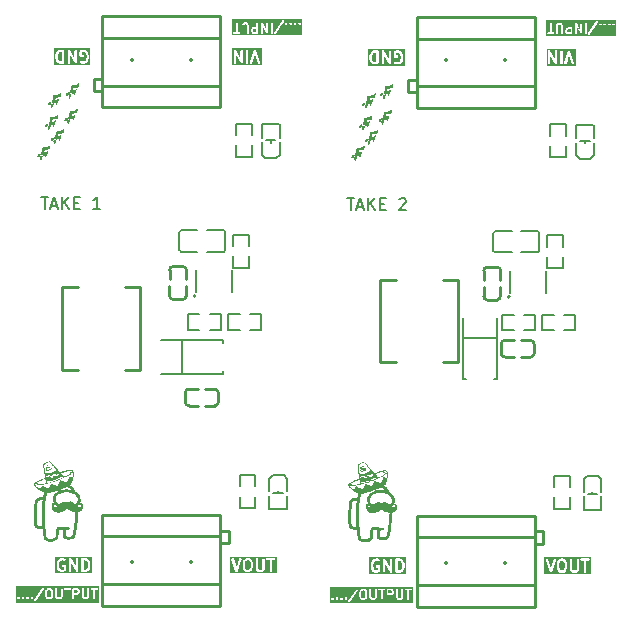
<source format=gto>
%TF.GenerationSoftware,KiCad,Pcbnew,9.0.0-1.fc41*%
%TF.CreationDate,2025-02-24T21:26:29+02:00*%
%TF.ProjectId,LGS5145 Voltage Regulator,4c475335-3134-4352-9056-6f6c74616765,rev?*%
%TF.SameCoordinates,Original*%
%TF.FileFunction,Legend,Top*%
%TF.FilePolarity,Positive*%
%FSLAX46Y46*%
G04 Gerber Fmt 4.6, Leading zero omitted, Abs format (unit mm)*
G04 Created by KiCad (PCBNEW 9.0.0-1.fc41) date 2025-02-24 21:26:29*
%MOMM*%
%LPD*%
G01*
G04 APERTURE LIST*
%ADD10C,0.150000*%
%ADD11C,0.200000*%
%ADD12C,0.160000*%
%ADD13C,0.250000*%
%ADD14C,0.000000*%
%ADD15C,0.350000*%
G04 APERTURE END LIST*
D10*
X201243922Y-59719819D02*
X201815350Y-59719819D01*
X201529636Y-60719819D02*
X201529636Y-59719819D01*
X202101065Y-60434104D02*
X202577255Y-60434104D01*
X202005827Y-60719819D02*
X202339160Y-59719819D01*
X202339160Y-59719819D02*
X202672493Y-60719819D01*
X203005827Y-60719819D02*
X203005827Y-59719819D01*
X203577255Y-60719819D02*
X203148684Y-60148390D01*
X203577255Y-59719819D02*
X203005827Y-60291247D01*
X204005827Y-60196009D02*
X204339160Y-60196009D01*
X204482017Y-60719819D02*
X204005827Y-60719819D01*
X204005827Y-60719819D02*
X204005827Y-59719819D01*
X204005827Y-59719819D02*
X204482017Y-59719819D01*
X205624875Y-59815057D02*
X205672494Y-59767438D01*
X205672494Y-59767438D02*
X205767732Y-59719819D01*
X205767732Y-59719819D02*
X206005827Y-59719819D01*
X206005827Y-59719819D02*
X206101065Y-59767438D01*
X206101065Y-59767438D02*
X206148684Y-59815057D01*
X206148684Y-59815057D02*
X206196303Y-59910295D01*
X206196303Y-59910295D02*
X206196303Y-60005533D01*
X206196303Y-60005533D02*
X206148684Y-60148390D01*
X206148684Y-60148390D02*
X205577256Y-60719819D01*
X205577256Y-60719819D02*
X206196303Y-60719819D01*
X175343922Y-59619819D02*
X175915350Y-59619819D01*
X175629636Y-60619819D02*
X175629636Y-59619819D01*
X176201065Y-60334104D02*
X176677255Y-60334104D01*
X176105827Y-60619819D02*
X176439160Y-59619819D01*
X176439160Y-59619819D02*
X176772493Y-60619819D01*
X177105827Y-60619819D02*
X177105827Y-59619819D01*
X177677255Y-60619819D02*
X177248684Y-60048390D01*
X177677255Y-59619819D02*
X177105827Y-60191247D01*
X178105827Y-60096009D02*
X178439160Y-60096009D01*
X178582017Y-60619819D02*
X178105827Y-60619819D01*
X178105827Y-60619819D02*
X178105827Y-59619819D01*
X178105827Y-59619819D02*
X178582017Y-59619819D01*
X180296303Y-60619819D02*
X179724875Y-60619819D01*
X180010589Y-60619819D02*
X180010589Y-59619819D01*
X180010589Y-59619819D02*
X179915351Y-59762676D01*
X179915351Y-59762676D02*
X179820113Y-59857914D01*
X179820113Y-59857914D02*
X179724875Y-59905533D01*
D11*
G36*
X203682707Y-48182780D02*
G01*
X203560838Y-48182780D01*
X203455774Y-48147758D01*
X203388702Y-48080686D01*
X203353249Y-48009780D01*
X203311279Y-47841899D01*
X203311279Y-47723662D01*
X203353249Y-47555780D01*
X203388702Y-47484874D01*
X203455774Y-47417802D01*
X203560840Y-47382780D01*
X203682707Y-47382780D01*
X203682707Y-48182780D01*
G37*
G36*
X206089056Y-48493891D02*
G01*
X203000168Y-48493891D01*
X203000168Y-47711352D01*
X203111279Y-47711352D01*
X203111279Y-47854209D01*
X203111614Y-47857611D01*
X203111397Y-47859070D01*
X203112476Y-47866367D01*
X203113200Y-47873718D01*
X203113764Y-47875081D01*
X203114265Y-47878463D01*
X203161884Y-48068938D01*
X203162397Y-48070375D01*
X203162449Y-48071098D01*
X203165557Y-48079222D01*
X203168479Y-48087399D01*
X203168909Y-48087979D01*
X203169455Y-48089406D01*
X203217074Y-48184644D01*
X203222359Y-48193040D01*
X203223370Y-48195480D01*
X203225623Y-48198226D01*
X203227517Y-48201234D01*
X203229511Y-48202963D01*
X203235806Y-48210634D01*
X203331044Y-48305872D01*
X203346198Y-48318308D01*
X203349516Y-48319682D01*
X203352232Y-48322038D01*
X203370132Y-48330029D01*
X203512989Y-48377648D01*
X203522661Y-48379847D01*
X203525103Y-48380859D01*
X203528640Y-48381207D01*
X203532104Y-48381995D01*
X203534738Y-48381807D01*
X203544612Y-48382780D01*
X203782707Y-48382780D01*
X203802216Y-48380859D01*
X203838264Y-48365927D01*
X203865854Y-48338337D01*
X203880786Y-48302289D01*
X203882707Y-48282780D01*
X203882707Y-47282780D01*
X204158898Y-47282780D01*
X204158898Y-48282780D01*
X204160819Y-48302289D01*
X204175751Y-48338337D01*
X204203341Y-48365927D01*
X204239389Y-48380859D01*
X204278407Y-48380859D01*
X204314455Y-48365927D01*
X204342045Y-48338337D01*
X204356977Y-48302289D01*
X204358898Y-48282780D01*
X204358898Y-47659336D01*
X204743502Y-48332394D01*
X204746420Y-48336504D01*
X204747179Y-48338337D01*
X204749045Y-48340203D01*
X204754849Y-48348379D01*
X204765365Y-48356523D01*
X204774769Y-48365927D01*
X204780656Y-48368365D01*
X204785698Y-48372270D01*
X204798530Y-48375769D01*
X204810817Y-48380859D01*
X204817193Y-48380859D01*
X204823342Y-48382536D01*
X204836535Y-48380859D01*
X204849835Y-48380859D01*
X204855723Y-48378419D01*
X204862048Y-48377616D01*
X204873597Y-48371015D01*
X204885883Y-48365927D01*
X204890390Y-48361419D01*
X204895925Y-48358257D01*
X204904069Y-48347740D01*
X204913473Y-48338337D01*
X204915911Y-48332449D01*
X204919816Y-48327408D01*
X204923315Y-48314575D01*
X204928405Y-48302289D01*
X204929387Y-48292311D01*
X204930082Y-48289765D01*
X204929831Y-48287797D01*
X204930326Y-48282780D01*
X204930326Y-47378019D01*
X205158898Y-47378019D01*
X205158898Y-47711352D01*
X205160819Y-47730861D01*
X205175751Y-47766909D01*
X205203341Y-47794499D01*
X205239389Y-47809431D01*
X205258898Y-47811352D01*
X205449374Y-47811352D01*
X205468883Y-47809431D01*
X205504931Y-47794499D01*
X205532521Y-47766909D01*
X205547453Y-47730861D01*
X205547453Y-47691843D01*
X205532521Y-47655795D01*
X205504931Y-47628205D01*
X205468883Y-47613273D01*
X205449374Y-47611352D01*
X205358898Y-47611352D01*
X205358898Y-47419440D01*
X205360535Y-47417802D01*
X205465602Y-47382780D01*
X205528385Y-47382780D01*
X205633449Y-47417802D01*
X205700522Y-47484875D01*
X205735974Y-47555780D01*
X205777945Y-47723661D01*
X205777945Y-47841899D01*
X205735974Y-48009780D01*
X205700522Y-48080686D01*
X205633449Y-48147758D01*
X205528385Y-48182780D01*
X205425362Y-48182780D01*
X205351238Y-48145718D01*
X205332930Y-48138712D01*
X205294010Y-48135946D01*
X205256994Y-48148285D01*
X205227517Y-48173849D01*
X205210068Y-48208748D01*
X205207302Y-48247668D01*
X205219641Y-48284684D01*
X205245205Y-48314161D01*
X205261796Y-48324604D01*
X205357033Y-48372223D01*
X205375342Y-48379229D01*
X205378925Y-48379483D01*
X205382246Y-48380859D01*
X205401755Y-48382780D01*
X205544612Y-48382780D01*
X205554485Y-48381807D01*
X205557119Y-48381995D01*
X205560582Y-48381207D01*
X205564121Y-48380859D01*
X205566563Y-48379847D01*
X205576235Y-48377648D01*
X205719091Y-48330029D01*
X205736992Y-48322038D01*
X205739707Y-48319682D01*
X205743026Y-48318308D01*
X205758180Y-48305872D01*
X205853418Y-48210634D01*
X205859709Y-48202967D01*
X205861707Y-48201235D01*
X205863602Y-48198223D01*
X205865854Y-48195480D01*
X205866863Y-48193042D01*
X205872150Y-48184644D01*
X205919769Y-48089407D01*
X205920315Y-48087978D01*
X205920745Y-48087399D01*
X205923666Y-48079222D01*
X205926775Y-48071098D01*
X205926826Y-48070377D01*
X205927340Y-48068939D01*
X205974959Y-47878463D01*
X205975459Y-47875081D01*
X205976024Y-47873718D01*
X205976747Y-47866367D01*
X205977827Y-47859070D01*
X205977609Y-47857611D01*
X205977945Y-47854209D01*
X205977945Y-47711352D01*
X205977609Y-47707949D01*
X205977827Y-47706491D01*
X205976747Y-47699193D01*
X205976024Y-47691843D01*
X205975459Y-47690479D01*
X205974959Y-47687098D01*
X205927340Y-47496622D01*
X205926826Y-47495183D01*
X205926775Y-47494463D01*
X205923666Y-47486338D01*
X205920745Y-47478162D01*
X205920315Y-47477582D01*
X205919769Y-47476154D01*
X205872150Y-47380917D01*
X205866863Y-47372518D01*
X205865854Y-47370081D01*
X205863602Y-47367337D01*
X205861707Y-47364326D01*
X205859709Y-47362593D01*
X205853418Y-47354927D01*
X205758180Y-47259689D01*
X205743026Y-47247253D01*
X205739707Y-47245878D01*
X205736993Y-47243524D01*
X205719093Y-47235532D01*
X205576235Y-47187912D01*
X205566562Y-47185712D01*
X205564121Y-47184701D01*
X205560583Y-47184352D01*
X205557120Y-47183565D01*
X205554485Y-47183752D01*
X205544612Y-47182780D01*
X205449374Y-47182780D01*
X205439500Y-47183752D01*
X205436866Y-47183565D01*
X205433402Y-47184352D01*
X205429865Y-47184701D01*
X205427423Y-47185712D01*
X205417751Y-47187912D01*
X205274894Y-47235532D01*
X205256993Y-47243524D01*
X205254278Y-47245877D01*
X205250959Y-47247253D01*
X205235806Y-47259690D01*
X205188187Y-47307308D01*
X205175751Y-47322462D01*
X205160819Y-47358510D01*
X205158898Y-47378019D01*
X204930326Y-47378019D01*
X204930326Y-47282780D01*
X204928405Y-47263271D01*
X204913473Y-47227223D01*
X204885883Y-47199633D01*
X204849835Y-47184701D01*
X204810817Y-47184701D01*
X204774769Y-47199633D01*
X204747179Y-47227223D01*
X204732247Y-47263271D01*
X204730326Y-47282780D01*
X204730326Y-47906223D01*
X204345722Y-47233166D01*
X204342803Y-47229055D01*
X204342045Y-47227223D01*
X204340178Y-47225356D01*
X204334375Y-47217181D01*
X204323860Y-47209038D01*
X204314455Y-47199633D01*
X204308564Y-47197193D01*
X204303526Y-47193291D01*
X204290697Y-47189792D01*
X204278407Y-47184701D01*
X204272032Y-47184701D01*
X204265883Y-47183024D01*
X204252690Y-47184701D01*
X204239389Y-47184701D01*
X204233500Y-47187140D01*
X204227176Y-47187944D01*
X204215626Y-47194544D01*
X204203341Y-47199633D01*
X204198833Y-47204140D01*
X204193299Y-47207303D01*
X204185156Y-47217817D01*
X204175751Y-47227223D01*
X204173311Y-47233113D01*
X204169409Y-47238152D01*
X204165910Y-47250980D01*
X204160819Y-47263271D01*
X204159836Y-47273248D01*
X204159142Y-47275795D01*
X204159392Y-47277762D01*
X204158898Y-47282780D01*
X203882707Y-47282780D01*
X203880786Y-47263271D01*
X203865854Y-47227223D01*
X203838264Y-47199633D01*
X203802216Y-47184701D01*
X203782707Y-47182780D01*
X203544612Y-47182780D01*
X203534738Y-47183752D01*
X203532104Y-47183565D01*
X203528640Y-47184352D01*
X203525103Y-47184701D01*
X203522661Y-47185712D01*
X203512989Y-47187912D01*
X203370132Y-47235532D01*
X203352231Y-47243524D01*
X203349516Y-47245878D01*
X203346198Y-47247253D01*
X203331044Y-47259689D01*
X203235806Y-47354927D01*
X203229511Y-47362597D01*
X203227517Y-47364327D01*
X203225623Y-47367334D01*
X203223370Y-47370081D01*
X203222359Y-47372520D01*
X203217074Y-47380917D01*
X203169455Y-47476155D01*
X203168909Y-47477581D01*
X203168479Y-47478162D01*
X203165557Y-47486338D01*
X203162449Y-47494463D01*
X203162397Y-47495185D01*
X203161884Y-47496623D01*
X203114265Y-47687098D01*
X203113764Y-47690479D01*
X203113200Y-47691843D01*
X203112476Y-47699193D01*
X203111397Y-47706491D01*
X203111614Y-47707949D01*
X203111279Y-47711352D01*
X203000168Y-47711352D01*
X203000168Y-47071669D01*
X206089056Y-47071669D01*
X206089056Y-48493891D01*
G37*
G36*
X220583509Y-48493647D02*
G01*
X218114454Y-48493647D01*
X218114454Y-47282780D01*
X218225565Y-47282780D01*
X218225565Y-48282780D01*
X218227486Y-48302289D01*
X218242418Y-48338337D01*
X218270008Y-48365927D01*
X218306056Y-48380859D01*
X218345074Y-48380859D01*
X218381122Y-48365927D01*
X218408712Y-48338337D01*
X218423644Y-48302289D01*
X218425565Y-48282780D01*
X218425565Y-47659336D01*
X218810169Y-48332394D01*
X218813087Y-48336504D01*
X218813846Y-48338337D01*
X218815712Y-48340203D01*
X218821516Y-48348379D01*
X218832032Y-48356523D01*
X218841436Y-48365927D01*
X218847323Y-48368365D01*
X218852365Y-48372270D01*
X218865197Y-48375769D01*
X218877484Y-48380859D01*
X218883860Y-48380859D01*
X218890009Y-48382536D01*
X218903202Y-48380859D01*
X218916502Y-48380859D01*
X218922390Y-48378419D01*
X218928715Y-48377616D01*
X218940264Y-48371015D01*
X218952550Y-48365927D01*
X218957057Y-48361419D01*
X218962592Y-48358257D01*
X218970736Y-48347740D01*
X218980140Y-48338337D01*
X218982578Y-48332449D01*
X218986483Y-48327408D01*
X218989982Y-48314575D01*
X218995072Y-48302289D01*
X218996054Y-48292311D01*
X218996749Y-48289765D01*
X218996498Y-48287797D01*
X218996993Y-48282780D01*
X218996993Y-47282780D01*
X219273183Y-47282780D01*
X219273183Y-48282780D01*
X219275104Y-48302289D01*
X219290036Y-48338337D01*
X219317626Y-48365927D01*
X219353674Y-48380859D01*
X219392692Y-48380859D01*
X219428740Y-48365927D01*
X219456330Y-48338337D01*
X219471262Y-48302289D01*
X219473183Y-48282780D01*
X219473183Y-48270273D01*
X219607302Y-48270273D01*
X219610068Y-48309193D01*
X219627518Y-48344092D01*
X219656994Y-48369657D01*
X219694010Y-48381995D01*
X219732930Y-48379229D01*
X219767829Y-48361779D01*
X219793394Y-48332303D01*
X219801385Y-48314403D01*
X220039850Y-47599007D01*
X220278315Y-48314402D01*
X220286306Y-48332303D01*
X220311871Y-48361779D01*
X220346770Y-48379228D01*
X220385690Y-48381995D01*
X220422706Y-48369656D01*
X220452182Y-48344091D01*
X220469632Y-48309192D01*
X220472398Y-48270272D01*
X220468051Y-48251157D01*
X220134718Y-47251157D01*
X220126727Y-47233257D01*
X220122042Y-47227855D01*
X220118849Y-47221469D01*
X220109380Y-47213256D01*
X220101162Y-47203781D01*
X220094770Y-47200584D01*
X220089373Y-47195904D01*
X220077479Y-47191939D01*
X220066263Y-47186331D01*
X220059135Y-47185824D01*
X220052357Y-47183565D01*
X220039852Y-47184454D01*
X220027343Y-47183565D01*
X220020561Y-47185825D01*
X220013437Y-47186332D01*
X220002228Y-47191935D01*
X219990327Y-47195903D01*
X219984926Y-47200586D01*
X219978538Y-47203781D01*
X219970322Y-47213252D01*
X219960851Y-47221468D01*
X219957656Y-47227857D01*
X219952973Y-47233257D01*
X219944982Y-47251158D01*
X219611649Y-48251157D01*
X219607302Y-48270273D01*
X219473183Y-48270273D01*
X219473183Y-47282780D01*
X219471262Y-47263271D01*
X219456330Y-47227223D01*
X219428740Y-47199633D01*
X219392692Y-47184701D01*
X219353674Y-47184701D01*
X219317626Y-47199633D01*
X219290036Y-47227223D01*
X219275104Y-47263271D01*
X219273183Y-47282780D01*
X218996993Y-47282780D01*
X218995072Y-47263271D01*
X218980140Y-47227223D01*
X218952550Y-47199633D01*
X218916502Y-47184701D01*
X218877484Y-47184701D01*
X218841436Y-47199633D01*
X218813846Y-47227223D01*
X218798914Y-47263271D01*
X218796993Y-47282780D01*
X218796993Y-47906223D01*
X218412389Y-47233166D01*
X218409470Y-47229055D01*
X218408712Y-47227223D01*
X218406845Y-47225356D01*
X218401042Y-47217181D01*
X218390527Y-47209038D01*
X218381122Y-47199633D01*
X218375231Y-47197193D01*
X218370193Y-47193291D01*
X218357364Y-47189792D01*
X218345074Y-47184701D01*
X218338699Y-47184701D01*
X218332550Y-47183024D01*
X218319357Y-47184701D01*
X218306056Y-47184701D01*
X218300167Y-47187140D01*
X218293843Y-47187944D01*
X218282293Y-47194544D01*
X218270008Y-47199633D01*
X218265500Y-47204140D01*
X218259966Y-47207303D01*
X218251823Y-47217817D01*
X218242418Y-47227223D01*
X218239978Y-47233113D01*
X218236076Y-47238152D01*
X218232577Y-47250980D01*
X218227486Y-47263271D01*
X218226503Y-47273248D01*
X218225809Y-47275795D01*
X218226059Y-47277762D01*
X218225565Y-47282780D01*
X218114454Y-47282780D01*
X218114454Y-47071913D01*
X220583509Y-47071913D01*
X220583509Y-48493647D01*
G37*
G36*
X205744224Y-90452240D02*
G01*
X205811297Y-90519313D01*
X205846749Y-90590218D01*
X205888720Y-90758099D01*
X205888720Y-90876337D01*
X205846749Y-91044218D01*
X205811296Y-91115124D01*
X205744225Y-91182197D01*
X205639160Y-91217219D01*
X205517292Y-91217219D01*
X205517292Y-90417219D01*
X205639160Y-90417219D01*
X205744224Y-90452240D01*
G37*
G36*
X206199831Y-91528330D02*
G01*
X203110943Y-91528330D01*
X203110943Y-90745790D01*
X203222054Y-90745790D01*
X203222054Y-90888647D01*
X203222389Y-90892049D01*
X203222172Y-90893508D01*
X203223251Y-90900805D01*
X203223975Y-90908156D01*
X203224539Y-90909519D01*
X203225040Y-90912901D01*
X203272659Y-91103376D01*
X203273172Y-91104813D01*
X203273224Y-91105536D01*
X203276332Y-91113660D01*
X203279254Y-91121837D01*
X203279684Y-91122417D01*
X203280230Y-91123844D01*
X203327849Y-91219082D01*
X203333131Y-91227474D01*
X203334144Y-91229918D01*
X203336400Y-91232667D01*
X203338292Y-91235672D01*
X203340286Y-91237401D01*
X203346581Y-91245071D01*
X203441819Y-91340311D01*
X203456972Y-91352747D01*
X203460291Y-91354122D01*
X203463007Y-91356477D01*
X203480907Y-91364468D01*
X203623764Y-91412087D01*
X203633436Y-91414286D01*
X203635878Y-91415298D01*
X203639415Y-91415646D01*
X203642879Y-91416434D01*
X203645513Y-91416246D01*
X203655387Y-91417219D01*
X203750625Y-91417219D01*
X203760498Y-91416246D01*
X203763132Y-91416434D01*
X203766595Y-91415646D01*
X203770134Y-91415298D01*
X203772576Y-91414286D01*
X203782248Y-91412087D01*
X203925104Y-91364468D01*
X203943005Y-91356477D01*
X203945720Y-91354122D01*
X203949040Y-91352747D01*
X203964193Y-91340310D01*
X204011812Y-91292690D01*
X204024249Y-91277537D01*
X204039180Y-91241488D01*
X204041101Y-91221980D01*
X204041101Y-90888647D01*
X204039180Y-90869138D01*
X204024248Y-90833090D01*
X203996658Y-90805500D01*
X203960610Y-90790568D01*
X203941101Y-90788647D01*
X203750625Y-90788647D01*
X203731116Y-90790568D01*
X203695068Y-90805500D01*
X203667478Y-90833090D01*
X203652546Y-90869138D01*
X203652546Y-90908156D01*
X203667478Y-90944204D01*
X203695068Y-90971794D01*
X203731116Y-90986726D01*
X203750625Y-90988647D01*
X203841101Y-90988647D01*
X203841101Y-91180559D01*
X203839462Y-91182197D01*
X203734398Y-91217219D01*
X203671613Y-91217219D01*
X203566548Y-91182197D01*
X203499478Y-91115127D01*
X203464024Y-91044218D01*
X203422054Y-90876337D01*
X203422054Y-90758100D01*
X203464024Y-90590218D01*
X203499477Y-90519312D01*
X203566549Y-90452240D01*
X203671613Y-90417219D01*
X203774637Y-90417219D01*
X203848760Y-90454281D01*
X203867069Y-90461287D01*
X203905989Y-90464053D01*
X203943005Y-90451714D01*
X203972482Y-90426149D01*
X203989931Y-90391251D01*
X203992696Y-90352331D01*
X203980993Y-90317219D01*
X204269673Y-90317219D01*
X204269673Y-91317219D01*
X204271594Y-91336728D01*
X204286526Y-91372776D01*
X204314116Y-91400366D01*
X204350164Y-91415298D01*
X204389182Y-91415298D01*
X204425230Y-91400366D01*
X204452820Y-91372776D01*
X204467752Y-91336728D01*
X204469673Y-91317219D01*
X204469673Y-90693775D01*
X204854277Y-91366833D01*
X204857195Y-91370943D01*
X204857954Y-91372776D01*
X204859820Y-91374642D01*
X204865624Y-91382818D01*
X204876140Y-91390962D01*
X204885544Y-91400366D01*
X204891431Y-91402804D01*
X204896473Y-91406709D01*
X204909305Y-91410208D01*
X204921592Y-91415298D01*
X204927968Y-91415298D01*
X204934117Y-91416975D01*
X204947310Y-91415298D01*
X204960610Y-91415298D01*
X204966498Y-91412858D01*
X204972823Y-91412055D01*
X204984372Y-91405454D01*
X204996658Y-91400366D01*
X205001165Y-91395858D01*
X205006700Y-91392696D01*
X205014844Y-91382179D01*
X205024248Y-91372776D01*
X205026686Y-91366888D01*
X205030591Y-91361847D01*
X205034090Y-91349014D01*
X205039180Y-91336728D01*
X205040162Y-91326750D01*
X205040857Y-91324204D01*
X205040606Y-91322236D01*
X205041101Y-91317219D01*
X205041101Y-90317219D01*
X205317292Y-90317219D01*
X205317292Y-91317219D01*
X205319213Y-91336728D01*
X205334145Y-91372776D01*
X205361735Y-91400366D01*
X205397783Y-91415298D01*
X205417292Y-91417219D01*
X205655387Y-91417219D01*
X205665260Y-91416246D01*
X205667894Y-91416434D01*
X205671357Y-91415646D01*
X205674896Y-91415298D01*
X205677338Y-91414286D01*
X205687010Y-91412087D01*
X205829866Y-91364468D01*
X205847767Y-91356477D01*
X205850482Y-91354122D01*
X205853802Y-91352747D01*
X205868955Y-91340310D01*
X205964193Y-91245071D01*
X205970485Y-91237404D01*
X205972482Y-91235673D01*
X205974375Y-91232665D01*
X205976630Y-91229918D01*
X205977641Y-91227476D01*
X205982925Y-91219082D01*
X206030544Y-91123845D01*
X206031090Y-91122416D01*
X206031520Y-91121837D01*
X206034441Y-91113660D01*
X206037550Y-91105536D01*
X206037601Y-91104815D01*
X206038115Y-91103377D01*
X206085734Y-90912901D01*
X206086234Y-90909519D01*
X206086799Y-90908156D01*
X206087522Y-90900805D01*
X206088602Y-90893508D01*
X206088384Y-90892049D01*
X206088720Y-90888647D01*
X206088720Y-90745790D01*
X206088384Y-90742387D01*
X206088602Y-90740929D01*
X206087522Y-90733631D01*
X206086799Y-90726281D01*
X206086234Y-90724917D01*
X206085734Y-90721536D01*
X206038115Y-90531060D01*
X206037601Y-90529621D01*
X206037550Y-90528901D01*
X206034441Y-90520776D01*
X206031520Y-90512600D01*
X206031090Y-90512020D01*
X206030544Y-90510592D01*
X205982925Y-90415355D01*
X205977638Y-90406956D01*
X205976629Y-90404519D01*
X205974377Y-90401775D01*
X205972482Y-90398764D01*
X205970484Y-90397031D01*
X205964193Y-90389365D01*
X205868955Y-90294127D01*
X205853801Y-90281691D01*
X205850482Y-90280316D01*
X205847767Y-90277961D01*
X205829866Y-90269970D01*
X205687010Y-90222351D01*
X205677338Y-90220151D01*
X205674896Y-90219140D01*
X205671357Y-90218791D01*
X205667894Y-90218004D01*
X205665260Y-90218191D01*
X205655387Y-90217219D01*
X205417292Y-90217219D01*
X205397783Y-90219140D01*
X205361735Y-90234072D01*
X205334145Y-90261662D01*
X205319213Y-90297710D01*
X205317292Y-90317219D01*
X205041101Y-90317219D01*
X205039180Y-90297710D01*
X205024248Y-90261662D01*
X204996658Y-90234072D01*
X204960610Y-90219140D01*
X204921592Y-90219140D01*
X204885544Y-90234072D01*
X204857954Y-90261662D01*
X204843022Y-90297710D01*
X204841101Y-90317219D01*
X204841101Y-90940662D01*
X204456497Y-90267605D01*
X204453578Y-90263494D01*
X204452820Y-90261662D01*
X204450953Y-90259795D01*
X204445150Y-90251620D01*
X204434635Y-90243477D01*
X204425230Y-90234072D01*
X204419339Y-90231632D01*
X204414301Y-90227730D01*
X204401472Y-90224231D01*
X204389182Y-90219140D01*
X204382807Y-90219140D01*
X204376658Y-90217463D01*
X204363465Y-90219140D01*
X204350164Y-90219140D01*
X204344275Y-90221579D01*
X204337951Y-90222383D01*
X204326401Y-90228983D01*
X204314116Y-90234072D01*
X204309608Y-90238579D01*
X204304074Y-90241742D01*
X204295931Y-90252256D01*
X204286526Y-90261662D01*
X204284086Y-90267552D01*
X204280184Y-90272591D01*
X204276685Y-90285419D01*
X204271594Y-90297710D01*
X204270611Y-90307687D01*
X204269917Y-90310234D01*
X204270167Y-90312201D01*
X204269673Y-90317219D01*
X203980993Y-90317219D01*
X203980358Y-90315315D01*
X203954793Y-90285838D01*
X203938203Y-90275395D01*
X203842965Y-90227776D01*
X203824657Y-90220770D01*
X203821073Y-90220515D01*
X203817753Y-90219140D01*
X203798244Y-90217219D01*
X203655387Y-90217219D01*
X203645513Y-90218191D01*
X203642879Y-90218004D01*
X203639415Y-90218791D01*
X203635878Y-90219140D01*
X203633436Y-90220151D01*
X203623764Y-90222351D01*
X203480907Y-90269970D01*
X203463007Y-90277961D01*
X203460291Y-90280316D01*
X203456973Y-90281691D01*
X203441819Y-90294127D01*
X203346581Y-90389365D01*
X203340286Y-90397035D01*
X203338292Y-90398765D01*
X203336398Y-90401772D01*
X203334145Y-90404519D01*
X203333134Y-90406958D01*
X203327849Y-90415355D01*
X203280230Y-90510593D01*
X203279684Y-90512019D01*
X203279254Y-90512600D01*
X203276332Y-90520776D01*
X203273224Y-90528901D01*
X203273172Y-90529623D01*
X203272659Y-90531061D01*
X203225040Y-90721536D01*
X203224539Y-90724917D01*
X203223975Y-90726281D01*
X203223251Y-90733631D01*
X203222172Y-90740929D01*
X203222389Y-90742387D01*
X203222054Y-90745790D01*
X203110943Y-90745790D01*
X203110943Y-90106108D01*
X206199831Y-90106108D01*
X206199831Y-91528330D01*
G37*
D12*
G36*
X220143310Y-45676224D02*
G01*
X219937433Y-45676224D01*
X219889747Y-45652381D01*
X219870010Y-45632644D01*
X219846167Y-45584957D01*
X219846167Y-45508443D01*
X219870010Y-45460756D01*
X219889747Y-45441019D01*
X219937433Y-45417177D01*
X220143310Y-45417177D01*
X220143310Y-45676224D01*
G37*
G36*
X224009708Y-45963210D02*
G01*
X218075006Y-45963210D01*
X218075006Y-45740617D01*
X218163895Y-45740617D01*
X218163895Y-45771831D01*
X218175840Y-45800670D01*
X218197912Y-45822742D01*
X218226751Y-45834687D01*
X218242358Y-45836224D01*
X218699501Y-45836224D01*
X218715108Y-45834687D01*
X218743947Y-45822742D01*
X218766019Y-45800670D01*
X218777964Y-45771831D01*
X218777964Y-45740617D01*
X218766019Y-45711778D01*
X218743947Y-45689706D01*
X218715108Y-45677761D01*
X218699501Y-45676224D01*
X218550930Y-45676224D01*
X218550930Y-45108605D01*
X218886167Y-45108605D01*
X218886167Y-45756224D01*
X218887704Y-45771831D01*
X218899649Y-45800670D01*
X218921721Y-45822742D01*
X218950560Y-45834687D01*
X218981774Y-45834687D01*
X219010613Y-45822742D01*
X219032685Y-45800670D01*
X219044630Y-45771831D01*
X219046167Y-45756224D01*
X219046167Y-45127491D01*
X219070010Y-45079804D01*
X219089746Y-45060068D01*
X219137434Y-45036224D01*
X219252044Y-45036224D01*
X219299730Y-45060067D01*
X219319467Y-45079804D01*
X219343310Y-45127490D01*
X219343310Y-45756224D01*
X219344847Y-45771831D01*
X219356792Y-45800670D01*
X219378864Y-45822742D01*
X219407703Y-45834687D01*
X219438917Y-45834687D01*
X219467756Y-45822742D01*
X219489828Y-45800670D01*
X219501773Y-45771831D01*
X219503310Y-45756224D01*
X219503310Y-45489558D01*
X219686167Y-45489558D01*
X219686167Y-45603843D01*
X219687704Y-45619450D01*
X219688804Y-45622106D01*
X219689008Y-45624974D01*
X219694613Y-45639620D01*
X219732709Y-45715811D01*
X219736935Y-45722525D01*
X219737745Y-45724480D01*
X219739550Y-45726679D01*
X219741063Y-45729083D01*
X219742657Y-45730465D01*
X219747694Y-45736603D01*
X219785789Y-45774697D01*
X219791923Y-45779731D01*
X219793309Y-45781329D01*
X219795717Y-45782844D01*
X219797912Y-45784646D01*
X219799862Y-45785453D01*
X219806581Y-45789683D01*
X219882771Y-45827778D01*
X219897418Y-45833383D01*
X219900284Y-45833586D01*
X219902941Y-45834687D01*
X219918548Y-45836224D01*
X220223310Y-45836224D01*
X220238917Y-45834687D01*
X220267756Y-45822742D01*
X220289828Y-45800670D01*
X220301773Y-45771831D01*
X220303310Y-45756224D01*
X220303310Y-44956224D01*
X220524262Y-44956224D01*
X220524262Y-45756224D01*
X220525799Y-45771831D01*
X220537744Y-45800670D01*
X220559816Y-45822742D01*
X220588655Y-45834687D01*
X220619869Y-45834687D01*
X220648708Y-45822742D01*
X220670780Y-45800670D01*
X220682725Y-45771831D01*
X220684262Y-45756224D01*
X220684262Y-45257468D01*
X220991946Y-45795915D01*
X220994278Y-45799201D01*
X220994887Y-45800670D01*
X220996382Y-45802165D01*
X221001023Y-45808703D01*
X221009432Y-45815215D01*
X221016959Y-45822742D01*
X221021671Y-45824693D01*
X221025703Y-45827816D01*
X221035968Y-45830615D01*
X221045798Y-45834687D01*
X221050896Y-45834687D01*
X221055817Y-45836029D01*
X221066372Y-45834687D01*
X221077012Y-45834687D01*
X221081724Y-45832735D01*
X221086783Y-45832092D01*
X221096019Y-45826814D01*
X221105851Y-45822742D01*
X221109457Y-45819135D01*
X221113884Y-45816606D01*
X221120396Y-45808196D01*
X221127923Y-45800670D01*
X221129874Y-45795957D01*
X221132997Y-45791926D01*
X221135796Y-45781660D01*
X221139868Y-45771831D01*
X221140653Y-45763851D01*
X221141210Y-45761812D01*
X221141009Y-45760237D01*
X221141405Y-45756224D01*
X221141405Y-44956224D01*
X221362357Y-44956224D01*
X221362357Y-45756224D01*
X221363894Y-45771831D01*
X221375839Y-45800670D01*
X221397911Y-45822742D01*
X221426750Y-45834687D01*
X221457964Y-45834687D01*
X221486803Y-45822742D01*
X221508875Y-45800670D01*
X221511470Y-45794404D01*
X221629023Y-45794404D01*
X221635145Y-45825012D01*
X221652515Y-45850948D01*
X221678486Y-45868262D01*
X221709108Y-45874321D01*
X221739716Y-45868199D01*
X221765652Y-45850829D01*
X221775588Y-45838696D01*
X222348909Y-44978714D01*
X222544845Y-44978714D01*
X222544846Y-45009928D01*
X222547696Y-45016808D01*
X222556791Y-45038766D01*
X222566740Y-45050889D01*
X222604835Y-45088983D01*
X222616952Y-45098927D01*
X222616958Y-45098933D01*
X222633851Y-45105930D01*
X222645796Y-45110878D01*
X222677010Y-45110879D01*
X222693904Y-45103880D01*
X222705850Y-45098933D01*
X222705854Y-45098928D01*
X222717972Y-45088984D01*
X222756068Y-45050889D01*
X222766017Y-45038767D01*
X222766018Y-45038766D01*
X222775113Y-45016808D01*
X222777963Y-45009928D01*
X222777963Y-44978714D01*
X222925797Y-44978714D01*
X222925798Y-45009928D01*
X222928648Y-45016808D01*
X222937743Y-45038766D01*
X222947692Y-45050889D01*
X222985787Y-45088983D01*
X222997904Y-45098927D01*
X222997910Y-45098933D01*
X223014803Y-45105930D01*
X223026748Y-45110878D01*
X223057962Y-45110879D01*
X223074856Y-45103880D01*
X223086802Y-45098933D01*
X223086806Y-45098928D01*
X223098924Y-45088984D01*
X223137020Y-45050889D01*
X223146969Y-45038767D01*
X223146970Y-45038766D01*
X223156065Y-45016808D01*
X223158915Y-45009928D01*
X223158915Y-44978714D01*
X223306749Y-44978714D01*
X223306750Y-45009928D01*
X223309600Y-45016808D01*
X223318695Y-45038766D01*
X223328644Y-45050889D01*
X223366739Y-45088983D01*
X223378856Y-45098927D01*
X223378862Y-45098933D01*
X223395755Y-45105930D01*
X223407700Y-45110878D01*
X223438914Y-45110879D01*
X223455808Y-45103880D01*
X223467754Y-45098933D01*
X223467758Y-45098928D01*
X223479876Y-45088984D01*
X223517972Y-45050889D01*
X223527921Y-45038767D01*
X223527922Y-45038766D01*
X223537017Y-45016808D01*
X223539867Y-45009928D01*
X223539867Y-44978714D01*
X223687701Y-44978714D01*
X223687702Y-45009928D01*
X223690552Y-45016808D01*
X223699647Y-45038766D01*
X223709596Y-45050889D01*
X223747691Y-45088983D01*
X223759808Y-45098927D01*
X223759814Y-45098933D01*
X223776707Y-45105930D01*
X223788652Y-45110878D01*
X223819866Y-45110879D01*
X223836760Y-45103880D01*
X223848706Y-45098933D01*
X223848710Y-45098928D01*
X223860828Y-45088984D01*
X223898924Y-45050889D01*
X223908873Y-45038767D01*
X223908874Y-45038766D01*
X223917969Y-45016808D01*
X223920819Y-45009928D01*
X223920819Y-44978714D01*
X223917969Y-44971831D01*
X223908874Y-44949874D01*
X223898925Y-44937752D01*
X223860829Y-44899655D01*
X223848706Y-44889706D01*
X223819867Y-44877761D01*
X223819866Y-44877761D01*
X223788652Y-44877761D01*
X223776707Y-44882708D01*
X223759814Y-44889706D01*
X223759813Y-44889707D01*
X223747691Y-44899656D01*
X223709596Y-44937752D01*
X223699651Y-44949869D01*
X223699647Y-44949874D01*
X223697017Y-44956224D01*
X223687701Y-44978714D01*
X223539867Y-44978714D01*
X223537017Y-44971831D01*
X223527922Y-44949874D01*
X223517973Y-44937752D01*
X223479877Y-44899655D01*
X223467754Y-44889706D01*
X223438915Y-44877761D01*
X223438914Y-44877761D01*
X223407700Y-44877761D01*
X223395755Y-44882708D01*
X223378862Y-44889706D01*
X223378861Y-44889707D01*
X223366739Y-44899656D01*
X223328644Y-44937752D01*
X223318699Y-44949869D01*
X223318695Y-44949874D01*
X223316065Y-44956224D01*
X223306749Y-44978714D01*
X223158915Y-44978714D01*
X223156065Y-44971831D01*
X223146970Y-44949874D01*
X223137021Y-44937752D01*
X223098925Y-44899655D01*
X223086802Y-44889706D01*
X223057963Y-44877761D01*
X223057962Y-44877761D01*
X223026748Y-44877761D01*
X223014803Y-44882708D01*
X222997910Y-44889706D01*
X222997909Y-44889707D01*
X222985787Y-44899656D01*
X222947692Y-44937752D01*
X222937747Y-44949869D01*
X222937743Y-44949874D01*
X222935113Y-44956224D01*
X222925797Y-44978714D01*
X222777963Y-44978714D01*
X222775113Y-44971831D01*
X222766018Y-44949874D01*
X222756069Y-44937752D01*
X222717973Y-44899655D01*
X222705850Y-44889706D01*
X222677011Y-44877761D01*
X222677010Y-44877761D01*
X222645796Y-44877761D01*
X222633851Y-44882708D01*
X222616958Y-44889706D01*
X222616957Y-44889707D01*
X222604835Y-44899656D01*
X222566740Y-44937752D01*
X222556795Y-44949869D01*
X222556791Y-44949874D01*
X222554161Y-44956224D01*
X222544845Y-44978714D01*
X222348909Y-44978714D01*
X222461302Y-44810124D01*
X222468680Y-44796286D01*
X222474738Y-44765664D01*
X222468617Y-44735056D01*
X222451247Y-44709120D01*
X222425275Y-44691806D01*
X222394654Y-44685748D01*
X222364046Y-44691869D01*
X222338110Y-44709239D01*
X222328174Y-44721372D01*
X221642460Y-45749944D01*
X221635082Y-45763782D01*
X221629023Y-45794404D01*
X221511470Y-45794404D01*
X221520820Y-45771831D01*
X221522357Y-45756224D01*
X221522357Y-44956224D01*
X221520820Y-44940617D01*
X221508875Y-44911778D01*
X221486803Y-44889706D01*
X221457964Y-44877761D01*
X221426750Y-44877761D01*
X221397911Y-44889706D01*
X221375839Y-44911778D01*
X221363894Y-44940617D01*
X221362357Y-44956224D01*
X221141405Y-44956224D01*
X221139868Y-44940617D01*
X221127923Y-44911778D01*
X221105851Y-44889706D01*
X221077012Y-44877761D01*
X221045798Y-44877761D01*
X221016959Y-44889706D01*
X220994887Y-44911778D01*
X220982942Y-44940617D01*
X220981405Y-44956224D01*
X220981405Y-45454979D01*
X220673721Y-44916533D01*
X220671388Y-44913246D01*
X220670780Y-44911778D01*
X220669284Y-44910282D01*
X220664644Y-44903745D01*
X220656234Y-44897232D01*
X220648708Y-44889706D01*
X220643995Y-44887754D01*
X220639964Y-44884632D01*
X220629698Y-44881832D01*
X220619869Y-44877761D01*
X220614771Y-44877761D01*
X220609850Y-44876419D01*
X220599295Y-44877761D01*
X220588655Y-44877761D01*
X220583942Y-44879712D01*
X220578884Y-44880356D01*
X220569647Y-44885633D01*
X220559816Y-44889706D01*
X220556209Y-44893312D01*
X220551783Y-44895842D01*
X220545270Y-44904251D01*
X220537744Y-44911778D01*
X220535792Y-44916490D01*
X220532670Y-44920522D01*
X220529870Y-44930787D01*
X220525799Y-44940617D01*
X220525013Y-44948596D01*
X220524457Y-44950636D01*
X220524657Y-44952210D01*
X220524262Y-44956224D01*
X220303310Y-44956224D01*
X220301773Y-44940617D01*
X220289828Y-44911778D01*
X220267756Y-44889706D01*
X220238917Y-44877761D01*
X220207703Y-44877761D01*
X220178864Y-44889706D01*
X220156792Y-44911778D01*
X220144847Y-44940617D01*
X220143310Y-44956224D01*
X220143310Y-45257177D01*
X219918548Y-45257177D01*
X219902941Y-45258714D01*
X219900284Y-45259814D01*
X219897418Y-45260018D01*
X219882771Y-45265623D01*
X219806581Y-45303718D01*
X219799862Y-45307947D01*
X219797912Y-45308755D01*
X219795717Y-45310556D01*
X219793309Y-45312072D01*
X219791923Y-45313669D01*
X219785789Y-45318704D01*
X219747694Y-45356798D01*
X219742657Y-45362935D01*
X219741063Y-45364318D01*
X219739550Y-45366721D01*
X219737745Y-45368921D01*
X219736935Y-45370875D01*
X219732709Y-45377590D01*
X219694613Y-45453781D01*
X219689008Y-45468427D01*
X219688804Y-45471294D01*
X219687704Y-45473951D01*
X219686167Y-45489558D01*
X219503310Y-45489558D01*
X219503310Y-45108605D01*
X219501773Y-45092998D01*
X219500672Y-45090341D01*
X219500469Y-45087475D01*
X219494864Y-45072828D01*
X219456769Y-44996638D01*
X219452539Y-44989919D01*
X219451732Y-44987969D01*
X219449930Y-44985774D01*
X219448415Y-44983366D01*
X219446817Y-44981980D01*
X219441783Y-44975846D01*
X219403689Y-44937751D01*
X219397551Y-44932714D01*
X219396169Y-44931120D01*
X219393765Y-44929607D01*
X219391566Y-44927802D01*
X219389611Y-44926992D01*
X219382897Y-44922766D01*
X219306706Y-44884670D01*
X219292060Y-44879065D01*
X219289192Y-44878861D01*
X219286536Y-44877761D01*
X219270929Y-44876224D01*
X219118548Y-44876224D01*
X219102941Y-44877761D01*
X219100285Y-44878861D01*
X219097416Y-44879065D01*
X219082770Y-44884670D01*
X219006580Y-44922766D01*
X218999861Y-44926995D01*
X218997912Y-44927803D01*
X218995716Y-44929604D01*
X218993308Y-44931121D01*
X218991922Y-44932718D01*
X218985789Y-44937752D01*
X218947694Y-44975846D01*
X218942654Y-44981986D01*
X218941064Y-44983366D01*
X218939553Y-44985764D01*
X218937745Y-44987969D01*
X218936934Y-44989925D01*
X218932709Y-44996638D01*
X218894613Y-45072827D01*
X218889008Y-45087474D01*
X218888804Y-45090341D01*
X218887704Y-45092998D01*
X218886167Y-45108605D01*
X218550930Y-45108605D01*
X218550930Y-44956224D01*
X218549393Y-44940617D01*
X218537448Y-44911778D01*
X218515376Y-44889706D01*
X218486537Y-44877761D01*
X218455323Y-44877761D01*
X218426484Y-44889706D01*
X218404412Y-44911778D01*
X218392467Y-44940617D01*
X218390930Y-44956224D01*
X218390930Y-45676224D01*
X218242358Y-45676224D01*
X218226751Y-45677761D01*
X218197912Y-45689706D01*
X218175840Y-45711778D01*
X218163895Y-45740617D01*
X218075006Y-45740617D01*
X218075006Y-44596859D01*
X224009708Y-44596859D01*
X224009708Y-45963210D01*
G37*
D11*
G36*
X219543769Y-90447023D02*
G01*
X219607948Y-90511202D01*
X219645863Y-90662861D01*
X219645863Y-90971575D01*
X219607947Y-91123235D01*
X219543771Y-91187413D01*
X219484161Y-91217219D01*
X219340899Y-91217219D01*
X219281289Y-91187414D01*
X219217112Y-91123236D01*
X219179197Y-90971575D01*
X219179197Y-90662862D01*
X219217112Y-90511202D01*
X219281291Y-90447023D01*
X219340899Y-90417219D01*
X219484161Y-90417219D01*
X219543769Y-90447023D01*
G37*
G36*
X221859815Y-91528330D02*
G01*
X217916490Y-91528330D01*
X217916490Y-90329726D01*
X218027601Y-90329726D01*
X218031948Y-90348842D01*
X218365281Y-91348841D01*
X218373272Y-91366742D01*
X218377955Y-91372141D01*
X218381150Y-91378531D01*
X218390621Y-91386746D01*
X218398837Y-91396218D01*
X218405225Y-91399412D01*
X218410626Y-91404096D01*
X218422527Y-91408063D01*
X218433736Y-91413667D01*
X218440860Y-91414173D01*
X218447642Y-91416434D01*
X218460151Y-91415544D01*
X218472656Y-91416434D01*
X218479434Y-91414174D01*
X218486562Y-91413668D01*
X218497778Y-91408059D01*
X218509672Y-91404095D01*
X218515069Y-91399414D01*
X218521461Y-91396218D01*
X218529679Y-91386742D01*
X218539148Y-91378530D01*
X218542341Y-91372143D01*
X218547026Y-91366742D01*
X218555017Y-91348842D01*
X218787780Y-90650552D01*
X218979197Y-90650552D01*
X218979197Y-90983885D01*
X218979532Y-90987287D01*
X218979315Y-90988746D01*
X218980394Y-90996043D01*
X218981118Y-91003394D01*
X218981682Y-91004757D01*
X218982183Y-91008139D01*
X219029802Y-91198614D01*
X219036397Y-91217075D01*
X219040822Y-91223047D01*
X219043668Y-91229918D01*
X219056105Y-91245071D01*
X219151343Y-91340311D01*
X219159011Y-91346604D01*
X219160742Y-91348600D01*
X219163749Y-91350493D01*
X219166496Y-91352747D01*
X219168936Y-91353757D01*
X219177333Y-91359043D01*
X219272570Y-91406662D01*
X219290879Y-91413668D01*
X219294462Y-91413922D01*
X219297783Y-91415298D01*
X219317292Y-91417219D01*
X219507768Y-91417219D01*
X219527277Y-91415298D01*
X219530597Y-91413922D01*
X219534181Y-91413668D01*
X219552489Y-91406662D01*
X219647727Y-91359043D01*
X219656122Y-91353758D01*
X219658564Y-91352747D01*
X219661311Y-91350491D01*
X219664317Y-91348600D01*
X219666047Y-91346605D01*
X219673717Y-91340310D01*
X219768955Y-91245071D01*
X219781392Y-91229918D01*
X219784237Y-91223047D01*
X219788663Y-91217075D01*
X219795258Y-91198615D01*
X219842877Y-91008139D01*
X219843377Y-91004757D01*
X219843942Y-91003394D01*
X219844665Y-90996043D01*
X219845745Y-90988746D01*
X219845527Y-90987287D01*
X219845863Y-90983885D01*
X219845863Y-90650552D01*
X219845527Y-90647149D01*
X219845745Y-90645691D01*
X219844665Y-90638393D01*
X219843942Y-90631043D01*
X219843377Y-90629679D01*
X219842877Y-90626298D01*
X219795258Y-90435822D01*
X219788663Y-90417362D01*
X219784236Y-90411387D01*
X219781391Y-90404519D01*
X219768955Y-90389365D01*
X219696809Y-90317219D01*
X220074435Y-90317219D01*
X220074435Y-91126742D01*
X220076356Y-91146251D01*
X220077731Y-91149571D01*
X220077986Y-91153155D01*
X220084992Y-91171463D01*
X220132611Y-91266701D01*
X220137894Y-91275093D01*
X220138906Y-91277537D01*
X220141162Y-91280286D01*
X220143054Y-91283291D01*
X220145048Y-91285020D01*
X220151343Y-91292690D01*
X220198961Y-91340310D01*
X220206629Y-91346603D01*
X220208361Y-91348600D01*
X220211369Y-91350493D01*
X220214115Y-91352747D01*
X220216555Y-91353757D01*
X220224952Y-91359043D01*
X220320189Y-91406662D01*
X220338498Y-91413668D01*
X220342081Y-91413922D01*
X220345402Y-91415298D01*
X220364911Y-91417219D01*
X220555387Y-91417219D01*
X220574896Y-91415298D01*
X220578216Y-91413922D01*
X220581800Y-91413668D01*
X220600108Y-91406662D01*
X220695346Y-91359043D01*
X220703741Y-91353758D01*
X220706183Y-91352747D01*
X220708930Y-91350491D01*
X220711936Y-91348600D01*
X220713666Y-91346605D01*
X220721336Y-91340310D01*
X220768955Y-91292690D01*
X220775247Y-91285023D01*
X220777244Y-91283292D01*
X220779137Y-91280284D01*
X220781392Y-91277537D01*
X220782403Y-91275095D01*
X220787687Y-91266701D01*
X220835306Y-91171464D01*
X220842312Y-91153155D01*
X220842566Y-91149571D01*
X220843942Y-91146251D01*
X220845863Y-91126742D01*
X220845863Y-90317219D01*
X220843942Y-90297710D01*
X220981118Y-90297710D01*
X220981118Y-90336728D01*
X220996050Y-90372776D01*
X221023640Y-90400366D01*
X221059688Y-90415298D01*
X221079197Y-90417219D01*
X221264911Y-90417219D01*
X221264911Y-91317219D01*
X221266832Y-91336728D01*
X221281764Y-91372776D01*
X221309354Y-91400366D01*
X221345402Y-91415298D01*
X221384420Y-91415298D01*
X221420468Y-91400366D01*
X221448058Y-91372776D01*
X221462990Y-91336728D01*
X221464911Y-91317219D01*
X221464911Y-90417219D01*
X221650625Y-90417219D01*
X221670134Y-90415298D01*
X221706182Y-90400366D01*
X221733772Y-90372776D01*
X221748704Y-90336728D01*
X221748704Y-90297710D01*
X221733772Y-90261662D01*
X221706182Y-90234072D01*
X221670134Y-90219140D01*
X221650625Y-90217219D01*
X221079197Y-90217219D01*
X221059688Y-90219140D01*
X221023640Y-90234072D01*
X220996050Y-90261662D01*
X220981118Y-90297710D01*
X220843942Y-90297710D01*
X220829010Y-90261662D01*
X220801420Y-90234072D01*
X220765372Y-90219140D01*
X220726354Y-90219140D01*
X220690306Y-90234072D01*
X220662716Y-90261662D01*
X220647784Y-90297710D01*
X220645863Y-90317219D01*
X220645863Y-91103135D01*
X220616058Y-91162743D01*
X220591389Y-91187413D01*
X220531780Y-91217219D01*
X220388518Y-91217219D01*
X220328908Y-91187414D01*
X220304241Y-91162746D01*
X220274435Y-91103134D01*
X220274435Y-90317219D01*
X220272514Y-90297710D01*
X220257582Y-90261662D01*
X220229992Y-90234072D01*
X220193944Y-90219140D01*
X220154926Y-90219140D01*
X220118878Y-90234072D01*
X220091288Y-90261662D01*
X220076356Y-90297710D01*
X220074435Y-90317219D01*
X219696809Y-90317219D01*
X219673717Y-90294127D01*
X219666046Y-90287832D01*
X219664317Y-90285838D01*
X219661309Y-90283944D01*
X219658563Y-90281691D01*
X219656123Y-90280680D01*
X219647727Y-90275395D01*
X219552489Y-90227776D01*
X219534181Y-90220770D01*
X219530597Y-90220515D01*
X219527277Y-90219140D01*
X219507768Y-90217219D01*
X219317292Y-90217219D01*
X219297783Y-90219140D01*
X219294462Y-90220515D01*
X219290879Y-90220770D01*
X219272570Y-90227776D01*
X219177333Y-90275395D01*
X219168934Y-90280681D01*
X219166497Y-90281691D01*
X219163753Y-90283942D01*
X219160742Y-90285838D01*
X219159009Y-90287835D01*
X219151343Y-90294127D01*
X219056105Y-90389365D01*
X219043669Y-90404519D01*
X219040823Y-90411387D01*
X219036397Y-90417362D01*
X219029802Y-90435823D01*
X218982183Y-90626298D01*
X218981682Y-90629679D01*
X218981118Y-90631043D01*
X218980394Y-90638393D01*
X218979315Y-90645691D01*
X218979532Y-90647149D01*
X218979197Y-90650552D01*
X218787780Y-90650552D01*
X218888350Y-90348842D01*
X218892697Y-90329727D01*
X218889931Y-90290807D01*
X218872481Y-90255908D01*
X218843005Y-90230343D01*
X218805989Y-90218004D01*
X218767069Y-90220771D01*
X218732170Y-90238220D01*
X218706605Y-90267696D01*
X218698614Y-90285597D01*
X218460149Y-91000991D01*
X218221684Y-90285596D01*
X218213693Y-90267696D01*
X218188128Y-90238220D01*
X218153229Y-90220770D01*
X218114309Y-90218004D01*
X218077293Y-90230342D01*
X218047817Y-90255907D01*
X218030367Y-90290806D01*
X218027601Y-90329726D01*
X217916490Y-90329726D01*
X217916490Y-90106108D01*
X221859815Y-90106108D01*
X221859815Y-91528330D01*
G37*
D12*
G36*
X202691205Y-92947618D02*
G01*
X202742548Y-92998960D01*
X202772880Y-93120287D01*
X202772880Y-93367261D01*
X202742548Y-93488588D01*
X202691203Y-93539932D01*
X202643519Y-93563775D01*
X202528908Y-93563775D01*
X202481221Y-93539931D01*
X202429878Y-93488588D01*
X202399546Y-93367260D01*
X202399546Y-93120288D01*
X202429878Y-92998961D01*
X202481221Y-92947618D01*
X202528908Y-92923775D01*
X202643519Y-92923775D01*
X202691205Y-92947618D01*
G37*
G36*
X204976917Y-92947617D02*
G01*
X204996655Y-92967354D01*
X205020499Y-93015041D01*
X205020499Y-93091555D01*
X204996655Y-93139242D01*
X204976917Y-93158979D01*
X204929233Y-93182822D01*
X204723356Y-93182822D01*
X204723356Y-92923775D01*
X204929233Y-92923775D01*
X204976917Y-92947617D01*
G37*
G36*
X206791660Y-94003141D02*
G01*
X199790290Y-94003141D01*
X199790290Y-93834335D01*
X201325260Y-93834335D01*
X201331382Y-93864943D01*
X201348752Y-93890879D01*
X201374723Y-93908193D01*
X201405345Y-93914252D01*
X201435953Y-93908130D01*
X201461889Y-93890760D01*
X201471825Y-93878627D01*
X201983949Y-93110441D01*
X202239546Y-93110441D01*
X202239546Y-93377108D01*
X202239813Y-93379828D01*
X202239640Y-93380997D01*
X202240504Y-93386841D01*
X202241083Y-93392715D01*
X202241534Y-93393805D01*
X202241935Y-93396511D01*
X202280031Y-93548892D01*
X202285307Y-93563660D01*
X202288847Y-93568439D01*
X202291124Y-93573934D01*
X202301073Y-93586057D01*
X202377263Y-93662248D01*
X202383397Y-93667282D01*
X202384783Y-93668880D01*
X202387191Y-93670395D01*
X202389386Y-93672197D01*
X202391336Y-93673005D01*
X202398055Y-93677234D01*
X202474246Y-93715329D01*
X202488893Y-93720934D01*
X202491759Y-93721137D01*
X202494416Y-93722238D01*
X202510023Y-93723775D01*
X202662404Y-93723775D01*
X202678011Y-93722238D01*
X202680667Y-93721137D01*
X202683534Y-93720934D01*
X202698181Y-93715329D01*
X202774371Y-93677234D01*
X202781085Y-93673007D01*
X202783040Y-93672198D01*
X202785239Y-93670392D01*
X202787643Y-93668880D01*
X202789025Y-93667285D01*
X202795163Y-93662249D01*
X202871353Y-93586058D01*
X202881302Y-93573935D01*
X202883578Y-93568440D01*
X202887120Y-93563660D01*
X202892396Y-93548892D01*
X202930492Y-93396510D01*
X202930892Y-93393803D01*
X202931343Y-93392715D01*
X202931920Y-93386847D01*
X202932786Y-93380997D01*
X202932612Y-93379828D01*
X202932880Y-93377108D01*
X202932880Y-93110441D01*
X202932612Y-93107720D01*
X202932786Y-93106552D01*
X202931920Y-93100701D01*
X202931343Y-93094834D01*
X202930892Y-93093745D01*
X202930492Y-93091039D01*
X202892396Y-92938657D01*
X202887120Y-92923889D01*
X202883578Y-92919109D01*
X202881302Y-92913614D01*
X202871353Y-92901491D01*
X202813636Y-92843775D01*
X203115737Y-92843775D01*
X203115737Y-93491394D01*
X203117274Y-93507001D01*
X203118374Y-93509657D01*
X203118578Y-93512524D01*
X203124183Y-93527171D01*
X203162278Y-93603361D01*
X203166505Y-93610077D01*
X203167314Y-93612029D01*
X203169116Y-93614225D01*
X203170632Y-93616633D01*
X203172229Y-93618018D01*
X203177263Y-93624152D01*
X203215358Y-93662248D01*
X203221493Y-93667283D01*
X203222878Y-93668880D01*
X203225282Y-93670393D01*
X203227480Y-93672197D01*
X203229432Y-93673005D01*
X203236150Y-93677234D01*
X203312341Y-93715329D01*
X203326988Y-93720934D01*
X203329854Y-93721137D01*
X203332511Y-93722238D01*
X203348118Y-93723775D01*
X203500499Y-93723775D01*
X203516106Y-93722238D01*
X203518762Y-93721137D01*
X203521629Y-93720934D01*
X203536276Y-93715329D01*
X203612466Y-93677234D01*
X203619183Y-93673005D01*
X203621136Y-93672197D01*
X203623333Y-93670393D01*
X203625738Y-93668880D01*
X203627122Y-93667283D01*
X203633258Y-93662248D01*
X203671353Y-93624152D01*
X203676386Y-93618018D01*
X203677983Y-93616634D01*
X203679498Y-93614226D01*
X203681302Y-93612029D01*
X203682110Y-93610078D01*
X203686338Y-93603362D01*
X203724434Y-93527172D01*
X203730039Y-93512526D01*
X203730242Y-93509656D01*
X203731343Y-93507001D01*
X203732880Y-93491394D01*
X203732880Y-92843775D01*
X203731343Y-92828168D01*
X203841083Y-92828168D01*
X203841083Y-92859382D01*
X203853028Y-92888221D01*
X203875100Y-92910293D01*
X203903939Y-92922238D01*
X203919546Y-92923775D01*
X204068117Y-92923775D01*
X204068117Y-93643775D01*
X204069654Y-93659382D01*
X204081599Y-93688221D01*
X204103671Y-93710293D01*
X204132510Y-93722238D01*
X204163724Y-93722238D01*
X204192563Y-93710293D01*
X204214635Y-93688221D01*
X204226580Y-93659382D01*
X204228117Y-93643775D01*
X204228117Y-92923775D01*
X204376689Y-92923775D01*
X204392296Y-92922238D01*
X204421135Y-92910293D01*
X204443207Y-92888221D01*
X204455152Y-92859382D01*
X204455152Y-92843775D01*
X204563356Y-92843775D01*
X204563356Y-93643775D01*
X204564893Y-93659382D01*
X204576838Y-93688221D01*
X204598910Y-93710293D01*
X204627749Y-93722238D01*
X204658963Y-93722238D01*
X204687802Y-93710293D01*
X204709874Y-93688221D01*
X204721819Y-93659382D01*
X204723356Y-93643775D01*
X204723356Y-93342822D01*
X204948118Y-93342822D01*
X204963725Y-93341285D01*
X204966381Y-93340184D01*
X204969248Y-93339981D01*
X204983895Y-93334376D01*
X205060085Y-93296281D01*
X205066799Y-93292054D01*
X205068754Y-93291245D01*
X205070953Y-93289439D01*
X205073357Y-93287927D01*
X205074739Y-93286332D01*
X205080877Y-93281296D01*
X205118971Y-93243201D01*
X205124005Y-93237066D01*
X205125603Y-93235681D01*
X205127118Y-93233272D01*
X205128920Y-93231078D01*
X205129727Y-93229127D01*
X205133957Y-93222409D01*
X205172053Y-93146219D01*
X205177658Y-93131572D01*
X205177861Y-93128704D01*
X205178962Y-93126048D01*
X205180499Y-93110441D01*
X205180499Y-92996156D01*
X205178962Y-92980549D01*
X205177861Y-92977892D01*
X205177658Y-92975025D01*
X205172053Y-92960378D01*
X205133957Y-92884188D01*
X205129727Y-92877469D01*
X205128920Y-92875519D01*
X205127118Y-92873324D01*
X205125603Y-92870916D01*
X205124005Y-92869530D01*
X205118971Y-92863396D01*
X205099351Y-92843775D01*
X205363356Y-92843775D01*
X205363356Y-93491394D01*
X205364893Y-93507001D01*
X205365993Y-93509657D01*
X205366197Y-93512524D01*
X205371802Y-93527171D01*
X205409897Y-93603361D01*
X205414124Y-93610077D01*
X205414933Y-93612029D01*
X205416735Y-93614225D01*
X205418251Y-93616633D01*
X205419848Y-93618018D01*
X205424882Y-93624152D01*
X205462977Y-93662248D01*
X205469112Y-93667283D01*
X205470497Y-93668880D01*
X205472901Y-93670393D01*
X205475099Y-93672197D01*
X205477051Y-93673005D01*
X205483769Y-93677234D01*
X205559960Y-93715329D01*
X205574607Y-93720934D01*
X205577473Y-93721137D01*
X205580130Y-93722238D01*
X205595737Y-93723775D01*
X205748118Y-93723775D01*
X205763725Y-93722238D01*
X205766381Y-93721137D01*
X205769248Y-93720934D01*
X205783895Y-93715329D01*
X205860085Y-93677234D01*
X205866802Y-93673005D01*
X205868755Y-93672197D01*
X205870952Y-93670393D01*
X205873357Y-93668880D01*
X205874741Y-93667283D01*
X205880877Y-93662248D01*
X205918972Y-93624152D01*
X205924005Y-93618018D01*
X205925602Y-93616634D01*
X205927117Y-93614226D01*
X205928921Y-93612029D01*
X205929729Y-93610078D01*
X205933957Y-93603362D01*
X205972053Y-93527172D01*
X205977658Y-93512526D01*
X205977861Y-93509656D01*
X205978962Y-93507001D01*
X205980499Y-93491394D01*
X205980499Y-92843775D01*
X205978962Y-92828168D01*
X206088702Y-92828168D01*
X206088702Y-92859382D01*
X206100647Y-92888221D01*
X206122719Y-92910293D01*
X206151558Y-92922238D01*
X206167165Y-92923775D01*
X206315736Y-92923775D01*
X206315736Y-93643775D01*
X206317273Y-93659382D01*
X206329218Y-93688221D01*
X206351290Y-93710293D01*
X206380129Y-93722238D01*
X206411343Y-93722238D01*
X206440182Y-93710293D01*
X206462254Y-93688221D01*
X206474199Y-93659382D01*
X206475736Y-93643775D01*
X206475736Y-92923775D01*
X206624308Y-92923775D01*
X206639915Y-92922238D01*
X206668754Y-92910293D01*
X206690826Y-92888221D01*
X206702771Y-92859382D01*
X206702771Y-92828168D01*
X206690826Y-92799329D01*
X206668754Y-92777257D01*
X206639915Y-92765312D01*
X206624308Y-92763775D01*
X206167165Y-92763775D01*
X206151558Y-92765312D01*
X206122719Y-92777257D01*
X206100647Y-92799329D01*
X206088702Y-92828168D01*
X205978962Y-92828168D01*
X205967017Y-92799329D01*
X205944945Y-92777257D01*
X205916106Y-92765312D01*
X205884892Y-92765312D01*
X205856053Y-92777257D01*
X205833981Y-92799329D01*
X205822036Y-92828168D01*
X205820499Y-92843775D01*
X205820499Y-93472508D01*
X205796654Y-93520196D01*
X205776918Y-93539932D01*
X205729233Y-93563775D01*
X205614622Y-93563775D01*
X205566935Y-93539932D01*
X205547199Y-93520195D01*
X205523356Y-93472509D01*
X205523356Y-92843775D01*
X205521819Y-92828168D01*
X205509874Y-92799329D01*
X205487802Y-92777257D01*
X205458963Y-92765312D01*
X205427749Y-92765312D01*
X205398910Y-92777257D01*
X205376838Y-92799329D01*
X205364893Y-92828168D01*
X205363356Y-92843775D01*
X205099351Y-92843775D01*
X205080877Y-92825301D01*
X205074739Y-92820264D01*
X205073357Y-92818670D01*
X205070953Y-92817157D01*
X205068754Y-92815352D01*
X205066799Y-92814542D01*
X205060085Y-92810316D01*
X204983895Y-92772221D01*
X204969248Y-92766616D01*
X204966381Y-92766412D01*
X204963725Y-92765312D01*
X204948118Y-92763775D01*
X204643356Y-92763775D01*
X204627749Y-92765312D01*
X204598910Y-92777257D01*
X204576838Y-92799329D01*
X204564893Y-92828168D01*
X204563356Y-92843775D01*
X204455152Y-92843775D01*
X204455152Y-92828168D01*
X204443207Y-92799329D01*
X204421135Y-92777257D01*
X204392296Y-92765312D01*
X204376689Y-92763775D01*
X203919546Y-92763775D01*
X203903939Y-92765312D01*
X203875100Y-92777257D01*
X203853028Y-92799329D01*
X203841083Y-92828168D01*
X203731343Y-92828168D01*
X203719398Y-92799329D01*
X203697326Y-92777257D01*
X203668487Y-92765312D01*
X203637273Y-92765312D01*
X203608434Y-92777257D01*
X203586362Y-92799329D01*
X203574417Y-92828168D01*
X203572880Y-92843775D01*
X203572880Y-93472508D01*
X203549035Y-93520196D01*
X203529299Y-93539932D01*
X203481614Y-93563775D01*
X203367003Y-93563775D01*
X203319316Y-93539932D01*
X203299580Y-93520195D01*
X203275737Y-93472509D01*
X203275737Y-92843775D01*
X203274200Y-92828168D01*
X203262255Y-92799329D01*
X203240183Y-92777257D01*
X203211344Y-92765312D01*
X203180130Y-92765312D01*
X203151291Y-92777257D01*
X203129219Y-92799329D01*
X203117274Y-92828168D01*
X203115737Y-92843775D01*
X202813636Y-92843775D01*
X202795162Y-92825301D01*
X202789028Y-92820267D01*
X202787643Y-92818670D01*
X202785235Y-92817154D01*
X202783039Y-92815352D01*
X202781087Y-92814543D01*
X202774371Y-92810316D01*
X202698181Y-92772221D01*
X202683534Y-92766616D01*
X202680667Y-92766412D01*
X202678011Y-92765312D01*
X202662404Y-92763775D01*
X202510023Y-92763775D01*
X202494416Y-92765312D01*
X202491759Y-92766412D01*
X202488893Y-92766616D01*
X202474246Y-92772221D01*
X202398055Y-92810316D01*
X202391340Y-92814542D01*
X202389386Y-92815352D01*
X202387186Y-92817156D01*
X202384783Y-92818670D01*
X202383398Y-92820265D01*
X202377264Y-92825301D01*
X202301073Y-92901491D01*
X202291124Y-92913614D01*
X202288847Y-92919110D01*
X202285307Y-92923889D01*
X202280031Y-92938657D01*
X202241935Y-93091038D01*
X202241534Y-93093743D01*
X202241083Y-93094834D01*
X202240504Y-93100707D01*
X202239640Y-93106552D01*
X202239813Y-93107720D01*
X202239546Y-93110441D01*
X201983949Y-93110441D01*
X202157539Y-92850056D01*
X202164917Y-92836218D01*
X202170975Y-92805597D01*
X202164854Y-92774988D01*
X202147484Y-92749052D01*
X202121512Y-92731738D01*
X202090891Y-92725680D01*
X202060283Y-92731802D01*
X202034347Y-92749171D01*
X202024411Y-92761304D01*
X201338697Y-93789875D01*
X201331319Y-93803713D01*
X201325260Y-93834335D01*
X199790290Y-93834335D01*
X199790290Y-93590074D01*
X199879179Y-93590074D01*
X199879180Y-93621288D01*
X199882030Y-93628168D01*
X199891125Y-93650126D01*
X199891126Y-93650127D01*
X199901075Y-93662249D01*
X199939171Y-93700344D01*
X199951288Y-93710288D01*
X199951293Y-93710293D01*
X199980132Y-93722238D01*
X199980133Y-93722238D01*
X200011347Y-93722238D01*
X200023292Y-93717290D01*
X200040185Y-93710293D01*
X200040186Y-93710292D01*
X200052308Y-93700344D01*
X200090402Y-93662249D01*
X200100346Y-93650131D01*
X200100351Y-93650127D01*
X200112297Y-93621288D01*
X200112297Y-93590074D01*
X200260131Y-93590074D01*
X200260132Y-93621288D01*
X200262982Y-93628168D01*
X200272077Y-93650126D01*
X200272078Y-93650127D01*
X200282027Y-93662249D01*
X200320123Y-93700344D01*
X200332240Y-93710288D01*
X200332245Y-93710293D01*
X200361084Y-93722238D01*
X200361085Y-93722238D01*
X200392299Y-93722238D01*
X200404244Y-93717290D01*
X200421137Y-93710293D01*
X200421138Y-93710292D01*
X200433260Y-93700344D01*
X200471354Y-93662249D01*
X200481298Y-93650131D01*
X200481303Y-93650127D01*
X200493249Y-93621288D01*
X200493249Y-93590074D01*
X200641083Y-93590074D01*
X200641084Y-93621288D01*
X200643934Y-93628168D01*
X200653029Y-93650126D01*
X200653030Y-93650127D01*
X200662979Y-93662249D01*
X200701075Y-93700344D01*
X200713192Y-93710288D01*
X200713197Y-93710293D01*
X200742036Y-93722238D01*
X200742037Y-93722238D01*
X200773251Y-93722238D01*
X200785196Y-93717290D01*
X200802089Y-93710293D01*
X200802090Y-93710292D01*
X200814212Y-93700344D01*
X200852306Y-93662249D01*
X200862250Y-93650131D01*
X200862255Y-93650127D01*
X200874201Y-93621288D01*
X200874201Y-93590074D01*
X201022035Y-93590074D01*
X201022036Y-93621288D01*
X201024886Y-93628168D01*
X201033981Y-93650126D01*
X201033982Y-93650127D01*
X201043931Y-93662249D01*
X201082027Y-93700344D01*
X201094144Y-93710288D01*
X201094149Y-93710293D01*
X201122988Y-93722238D01*
X201122989Y-93722238D01*
X201154203Y-93722238D01*
X201166148Y-93717290D01*
X201183041Y-93710293D01*
X201183042Y-93710292D01*
X201195164Y-93700344D01*
X201233258Y-93662249D01*
X201243202Y-93650131D01*
X201243207Y-93650127D01*
X201255153Y-93621288D01*
X201255153Y-93590074D01*
X201243208Y-93561235D01*
X201233259Y-93549112D01*
X201195164Y-93511016D01*
X201183042Y-93501067D01*
X201183041Y-93501066D01*
X201159690Y-93491394D01*
X201154203Y-93489121D01*
X201122989Y-93489120D01*
X201106095Y-93496118D01*
X201094149Y-93501066D01*
X201082027Y-93511015D01*
X201043930Y-93549111D01*
X201033981Y-93561234D01*
X201029430Y-93572221D01*
X201022035Y-93590074D01*
X200874201Y-93590074D01*
X200862256Y-93561235D01*
X200852307Y-93549112D01*
X200814212Y-93511016D01*
X200802090Y-93501067D01*
X200802089Y-93501066D01*
X200778738Y-93491394D01*
X200773251Y-93489121D01*
X200742037Y-93489120D01*
X200725143Y-93496118D01*
X200713197Y-93501066D01*
X200701075Y-93511015D01*
X200662978Y-93549111D01*
X200653029Y-93561234D01*
X200648478Y-93572221D01*
X200641083Y-93590074D01*
X200493249Y-93590074D01*
X200481304Y-93561235D01*
X200471355Y-93549112D01*
X200433260Y-93511016D01*
X200421138Y-93501067D01*
X200421137Y-93501066D01*
X200397786Y-93491394D01*
X200392299Y-93489121D01*
X200361085Y-93489120D01*
X200344191Y-93496118D01*
X200332245Y-93501066D01*
X200320123Y-93511015D01*
X200282026Y-93549111D01*
X200272077Y-93561234D01*
X200267526Y-93572221D01*
X200260131Y-93590074D01*
X200112297Y-93590074D01*
X200100352Y-93561235D01*
X200090403Y-93549112D01*
X200052308Y-93511016D01*
X200040186Y-93501067D01*
X200040185Y-93501066D01*
X200016834Y-93491394D01*
X200011347Y-93489121D01*
X199980133Y-93489120D01*
X199963239Y-93496118D01*
X199951293Y-93501066D01*
X199939171Y-93511015D01*
X199901074Y-93549111D01*
X199891125Y-93561234D01*
X199886574Y-93572221D01*
X199879179Y-93590074D01*
X199790290Y-93590074D01*
X199790290Y-92636791D01*
X206791660Y-92636791D01*
X206791660Y-94003141D01*
G37*
D11*
G36*
X192943769Y-90397023D02*
G01*
X193007948Y-90461202D01*
X193045863Y-90612861D01*
X193045863Y-90921575D01*
X193007947Y-91073235D01*
X192943771Y-91137413D01*
X192884161Y-91167219D01*
X192740899Y-91167219D01*
X192681289Y-91137414D01*
X192617112Y-91073236D01*
X192579197Y-90921575D01*
X192579197Y-90612862D01*
X192617112Y-90461202D01*
X192681291Y-90397023D01*
X192740899Y-90367219D01*
X192884161Y-90367219D01*
X192943769Y-90397023D01*
G37*
G36*
X195259815Y-91478330D02*
G01*
X191316490Y-91478330D01*
X191316490Y-90279726D01*
X191427601Y-90279726D01*
X191431948Y-90298842D01*
X191765281Y-91298841D01*
X191773272Y-91316742D01*
X191777955Y-91322141D01*
X191781150Y-91328531D01*
X191790621Y-91336746D01*
X191798837Y-91346218D01*
X191805225Y-91349412D01*
X191810626Y-91354096D01*
X191822527Y-91358063D01*
X191833736Y-91363667D01*
X191840860Y-91364173D01*
X191847642Y-91366434D01*
X191860151Y-91365544D01*
X191872656Y-91366434D01*
X191879434Y-91364174D01*
X191886562Y-91363668D01*
X191897778Y-91358059D01*
X191909672Y-91354095D01*
X191915069Y-91349414D01*
X191921461Y-91346218D01*
X191929679Y-91336742D01*
X191939148Y-91328530D01*
X191942341Y-91322143D01*
X191947026Y-91316742D01*
X191955017Y-91298842D01*
X192187780Y-90600552D01*
X192379197Y-90600552D01*
X192379197Y-90933885D01*
X192379532Y-90937287D01*
X192379315Y-90938746D01*
X192380394Y-90946043D01*
X192381118Y-90953394D01*
X192381682Y-90954757D01*
X192382183Y-90958139D01*
X192429802Y-91148614D01*
X192436397Y-91167075D01*
X192440822Y-91173047D01*
X192443668Y-91179918D01*
X192456105Y-91195071D01*
X192551343Y-91290311D01*
X192559011Y-91296604D01*
X192560742Y-91298600D01*
X192563749Y-91300493D01*
X192566496Y-91302747D01*
X192568936Y-91303757D01*
X192577333Y-91309043D01*
X192672570Y-91356662D01*
X192690879Y-91363668D01*
X192694462Y-91363922D01*
X192697783Y-91365298D01*
X192717292Y-91367219D01*
X192907768Y-91367219D01*
X192927277Y-91365298D01*
X192930597Y-91363922D01*
X192934181Y-91363668D01*
X192952489Y-91356662D01*
X193047727Y-91309043D01*
X193056122Y-91303758D01*
X193058564Y-91302747D01*
X193061311Y-91300491D01*
X193064317Y-91298600D01*
X193066047Y-91296605D01*
X193073717Y-91290310D01*
X193168955Y-91195071D01*
X193181392Y-91179918D01*
X193184237Y-91173047D01*
X193188663Y-91167075D01*
X193195258Y-91148615D01*
X193242877Y-90958139D01*
X193243377Y-90954757D01*
X193243942Y-90953394D01*
X193244665Y-90946043D01*
X193245745Y-90938746D01*
X193245527Y-90937287D01*
X193245863Y-90933885D01*
X193245863Y-90600552D01*
X193245527Y-90597149D01*
X193245745Y-90595691D01*
X193244665Y-90588393D01*
X193243942Y-90581043D01*
X193243377Y-90579679D01*
X193242877Y-90576298D01*
X193195258Y-90385822D01*
X193188663Y-90367362D01*
X193184236Y-90361387D01*
X193181391Y-90354519D01*
X193168955Y-90339365D01*
X193096809Y-90267219D01*
X193474435Y-90267219D01*
X193474435Y-91076742D01*
X193476356Y-91096251D01*
X193477731Y-91099571D01*
X193477986Y-91103155D01*
X193484992Y-91121463D01*
X193532611Y-91216701D01*
X193537894Y-91225093D01*
X193538906Y-91227537D01*
X193541162Y-91230286D01*
X193543054Y-91233291D01*
X193545048Y-91235020D01*
X193551343Y-91242690D01*
X193598961Y-91290310D01*
X193606629Y-91296603D01*
X193608361Y-91298600D01*
X193611369Y-91300493D01*
X193614115Y-91302747D01*
X193616555Y-91303757D01*
X193624952Y-91309043D01*
X193720189Y-91356662D01*
X193738498Y-91363668D01*
X193742081Y-91363922D01*
X193745402Y-91365298D01*
X193764911Y-91367219D01*
X193955387Y-91367219D01*
X193974896Y-91365298D01*
X193978216Y-91363922D01*
X193981800Y-91363668D01*
X194000108Y-91356662D01*
X194095346Y-91309043D01*
X194103741Y-91303758D01*
X194106183Y-91302747D01*
X194108930Y-91300491D01*
X194111936Y-91298600D01*
X194113666Y-91296605D01*
X194121336Y-91290310D01*
X194168955Y-91242690D01*
X194175247Y-91235023D01*
X194177244Y-91233292D01*
X194179137Y-91230284D01*
X194181392Y-91227537D01*
X194182403Y-91225095D01*
X194187687Y-91216701D01*
X194235306Y-91121464D01*
X194242312Y-91103155D01*
X194242566Y-91099571D01*
X194243942Y-91096251D01*
X194245863Y-91076742D01*
X194245863Y-90267219D01*
X194243942Y-90247710D01*
X194381118Y-90247710D01*
X194381118Y-90286728D01*
X194396050Y-90322776D01*
X194423640Y-90350366D01*
X194459688Y-90365298D01*
X194479197Y-90367219D01*
X194664911Y-90367219D01*
X194664911Y-91267219D01*
X194666832Y-91286728D01*
X194681764Y-91322776D01*
X194709354Y-91350366D01*
X194745402Y-91365298D01*
X194784420Y-91365298D01*
X194820468Y-91350366D01*
X194848058Y-91322776D01*
X194862990Y-91286728D01*
X194864911Y-91267219D01*
X194864911Y-90367219D01*
X195050625Y-90367219D01*
X195070134Y-90365298D01*
X195106182Y-90350366D01*
X195133772Y-90322776D01*
X195148704Y-90286728D01*
X195148704Y-90247710D01*
X195133772Y-90211662D01*
X195106182Y-90184072D01*
X195070134Y-90169140D01*
X195050625Y-90167219D01*
X194479197Y-90167219D01*
X194459688Y-90169140D01*
X194423640Y-90184072D01*
X194396050Y-90211662D01*
X194381118Y-90247710D01*
X194243942Y-90247710D01*
X194229010Y-90211662D01*
X194201420Y-90184072D01*
X194165372Y-90169140D01*
X194126354Y-90169140D01*
X194090306Y-90184072D01*
X194062716Y-90211662D01*
X194047784Y-90247710D01*
X194045863Y-90267219D01*
X194045863Y-91053135D01*
X194016058Y-91112743D01*
X193991389Y-91137413D01*
X193931780Y-91167219D01*
X193788518Y-91167219D01*
X193728908Y-91137414D01*
X193704241Y-91112746D01*
X193674435Y-91053134D01*
X193674435Y-90267219D01*
X193672514Y-90247710D01*
X193657582Y-90211662D01*
X193629992Y-90184072D01*
X193593944Y-90169140D01*
X193554926Y-90169140D01*
X193518878Y-90184072D01*
X193491288Y-90211662D01*
X193476356Y-90247710D01*
X193474435Y-90267219D01*
X193096809Y-90267219D01*
X193073717Y-90244127D01*
X193066046Y-90237832D01*
X193064317Y-90235838D01*
X193061309Y-90233944D01*
X193058563Y-90231691D01*
X193056123Y-90230680D01*
X193047727Y-90225395D01*
X192952489Y-90177776D01*
X192934181Y-90170770D01*
X192930597Y-90170515D01*
X192927277Y-90169140D01*
X192907768Y-90167219D01*
X192717292Y-90167219D01*
X192697783Y-90169140D01*
X192694462Y-90170515D01*
X192690879Y-90170770D01*
X192672570Y-90177776D01*
X192577333Y-90225395D01*
X192568934Y-90230681D01*
X192566497Y-90231691D01*
X192563753Y-90233942D01*
X192560742Y-90235838D01*
X192559009Y-90237835D01*
X192551343Y-90244127D01*
X192456105Y-90339365D01*
X192443669Y-90354519D01*
X192440823Y-90361387D01*
X192436397Y-90367362D01*
X192429802Y-90385823D01*
X192382183Y-90576298D01*
X192381682Y-90579679D01*
X192381118Y-90581043D01*
X192380394Y-90588393D01*
X192379315Y-90595691D01*
X192379532Y-90597149D01*
X192379197Y-90600552D01*
X192187780Y-90600552D01*
X192288350Y-90298842D01*
X192292697Y-90279727D01*
X192289931Y-90240807D01*
X192272481Y-90205908D01*
X192243005Y-90180343D01*
X192205989Y-90168004D01*
X192167069Y-90170771D01*
X192132170Y-90188220D01*
X192106605Y-90217696D01*
X192098614Y-90235597D01*
X191860149Y-90950991D01*
X191621684Y-90235596D01*
X191613693Y-90217696D01*
X191588128Y-90188220D01*
X191553229Y-90170770D01*
X191514309Y-90168004D01*
X191477293Y-90180342D01*
X191447817Y-90205907D01*
X191430367Y-90240806D01*
X191427601Y-90279726D01*
X191316490Y-90279726D01*
X191316490Y-90056108D01*
X195259815Y-90056108D01*
X195259815Y-91478330D01*
G37*
G36*
X179144224Y-90402240D02*
G01*
X179211297Y-90469313D01*
X179246749Y-90540218D01*
X179288720Y-90708099D01*
X179288720Y-90826337D01*
X179246749Y-90994218D01*
X179211296Y-91065124D01*
X179144225Y-91132197D01*
X179039160Y-91167219D01*
X178917292Y-91167219D01*
X178917292Y-90367219D01*
X179039160Y-90367219D01*
X179144224Y-90402240D01*
G37*
G36*
X179599831Y-91478330D02*
G01*
X176510943Y-91478330D01*
X176510943Y-90695790D01*
X176622054Y-90695790D01*
X176622054Y-90838647D01*
X176622389Y-90842049D01*
X176622172Y-90843508D01*
X176623251Y-90850805D01*
X176623975Y-90858156D01*
X176624539Y-90859519D01*
X176625040Y-90862901D01*
X176672659Y-91053376D01*
X176673172Y-91054813D01*
X176673224Y-91055536D01*
X176676332Y-91063660D01*
X176679254Y-91071837D01*
X176679684Y-91072417D01*
X176680230Y-91073844D01*
X176727849Y-91169082D01*
X176733131Y-91177474D01*
X176734144Y-91179918D01*
X176736400Y-91182667D01*
X176738292Y-91185672D01*
X176740286Y-91187401D01*
X176746581Y-91195071D01*
X176841819Y-91290311D01*
X176856972Y-91302747D01*
X176860291Y-91304122D01*
X176863007Y-91306477D01*
X176880907Y-91314468D01*
X177023764Y-91362087D01*
X177033436Y-91364286D01*
X177035878Y-91365298D01*
X177039415Y-91365646D01*
X177042879Y-91366434D01*
X177045513Y-91366246D01*
X177055387Y-91367219D01*
X177150625Y-91367219D01*
X177160498Y-91366246D01*
X177163132Y-91366434D01*
X177166595Y-91365646D01*
X177170134Y-91365298D01*
X177172576Y-91364286D01*
X177182248Y-91362087D01*
X177325104Y-91314468D01*
X177343005Y-91306477D01*
X177345720Y-91304122D01*
X177349040Y-91302747D01*
X177364193Y-91290310D01*
X177411812Y-91242690D01*
X177424249Y-91227537D01*
X177439180Y-91191488D01*
X177441101Y-91171980D01*
X177441101Y-90838647D01*
X177439180Y-90819138D01*
X177424248Y-90783090D01*
X177396658Y-90755500D01*
X177360610Y-90740568D01*
X177341101Y-90738647D01*
X177150625Y-90738647D01*
X177131116Y-90740568D01*
X177095068Y-90755500D01*
X177067478Y-90783090D01*
X177052546Y-90819138D01*
X177052546Y-90858156D01*
X177067478Y-90894204D01*
X177095068Y-90921794D01*
X177131116Y-90936726D01*
X177150625Y-90938647D01*
X177241101Y-90938647D01*
X177241101Y-91130559D01*
X177239462Y-91132197D01*
X177134398Y-91167219D01*
X177071613Y-91167219D01*
X176966548Y-91132197D01*
X176899478Y-91065127D01*
X176864024Y-90994218D01*
X176822054Y-90826337D01*
X176822054Y-90708100D01*
X176864024Y-90540218D01*
X176899477Y-90469312D01*
X176966549Y-90402240D01*
X177071613Y-90367219D01*
X177174637Y-90367219D01*
X177248760Y-90404281D01*
X177267069Y-90411287D01*
X177305989Y-90414053D01*
X177343005Y-90401714D01*
X177372482Y-90376149D01*
X177389931Y-90341251D01*
X177392696Y-90302331D01*
X177380993Y-90267219D01*
X177669673Y-90267219D01*
X177669673Y-91267219D01*
X177671594Y-91286728D01*
X177686526Y-91322776D01*
X177714116Y-91350366D01*
X177750164Y-91365298D01*
X177789182Y-91365298D01*
X177825230Y-91350366D01*
X177852820Y-91322776D01*
X177867752Y-91286728D01*
X177869673Y-91267219D01*
X177869673Y-90643775D01*
X178254277Y-91316833D01*
X178257195Y-91320943D01*
X178257954Y-91322776D01*
X178259820Y-91324642D01*
X178265624Y-91332818D01*
X178276140Y-91340962D01*
X178285544Y-91350366D01*
X178291431Y-91352804D01*
X178296473Y-91356709D01*
X178309305Y-91360208D01*
X178321592Y-91365298D01*
X178327968Y-91365298D01*
X178334117Y-91366975D01*
X178347310Y-91365298D01*
X178360610Y-91365298D01*
X178366498Y-91362858D01*
X178372823Y-91362055D01*
X178384372Y-91355454D01*
X178396658Y-91350366D01*
X178401165Y-91345858D01*
X178406700Y-91342696D01*
X178414844Y-91332179D01*
X178424248Y-91322776D01*
X178426686Y-91316888D01*
X178430591Y-91311847D01*
X178434090Y-91299014D01*
X178439180Y-91286728D01*
X178440162Y-91276750D01*
X178440857Y-91274204D01*
X178440606Y-91272236D01*
X178441101Y-91267219D01*
X178441101Y-90267219D01*
X178717292Y-90267219D01*
X178717292Y-91267219D01*
X178719213Y-91286728D01*
X178734145Y-91322776D01*
X178761735Y-91350366D01*
X178797783Y-91365298D01*
X178817292Y-91367219D01*
X179055387Y-91367219D01*
X179065260Y-91366246D01*
X179067894Y-91366434D01*
X179071357Y-91365646D01*
X179074896Y-91365298D01*
X179077338Y-91364286D01*
X179087010Y-91362087D01*
X179229866Y-91314468D01*
X179247767Y-91306477D01*
X179250482Y-91304122D01*
X179253802Y-91302747D01*
X179268955Y-91290310D01*
X179364193Y-91195071D01*
X179370485Y-91187404D01*
X179372482Y-91185673D01*
X179374375Y-91182665D01*
X179376630Y-91179918D01*
X179377641Y-91177476D01*
X179382925Y-91169082D01*
X179430544Y-91073845D01*
X179431090Y-91072416D01*
X179431520Y-91071837D01*
X179434441Y-91063660D01*
X179437550Y-91055536D01*
X179437601Y-91054815D01*
X179438115Y-91053377D01*
X179485734Y-90862901D01*
X179486234Y-90859519D01*
X179486799Y-90858156D01*
X179487522Y-90850805D01*
X179488602Y-90843508D01*
X179488384Y-90842049D01*
X179488720Y-90838647D01*
X179488720Y-90695790D01*
X179488384Y-90692387D01*
X179488602Y-90690929D01*
X179487522Y-90683631D01*
X179486799Y-90676281D01*
X179486234Y-90674917D01*
X179485734Y-90671536D01*
X179438115Y-90481060D01*
X179437601Y-90479621D01*
X179437550Y-90478901D01*
X179434441Y-90470776D01*
X179431520Y-90462600D01*
X179431090Y-90462020D01*
X179430544Y-90460592D01*
X179382925Y-90365355D01*
X179377638Y-90356956D01*
X179376629Y-90354519D01*
X179374377Y-90351775D01*
X179372482Y-90348764D01*
X179370484Y-90347031D01*
X179364193Y-90339365D01*
X179268955Y-90244127D01*
X179253801Y-90231691D01*
X179250482Y-90230316D01*
X179247767Y-90227961D01*
X179229866Y-90219970D01*
X179087010Y-90172351D01*
X179077338Y-90170151D01*
X179074896Y-90169140D01*
X179071357Y-90168791D01*
X179067894Y-90168004D01*
X179065260Y-90168191D01*
X179055387Y-90167219D01*
X178817292Y-90167219D01*
X178797783Y-90169140D01*
X178761735Y-90184072D01*
X178734145Y-90211662D01*
X178719213Y-90247710D01*
X178717292Y-90267219D01*
X178441101Y-90267219D01*
X178439180Y-90247710D01*
X178424248Y-90211662D01*
X178396658Y-90184072D01*
X178360610Y-90169140D01*
X178321592Y-90169140D01*
X178285544Y-90184072D01*
X178257954Y-90211662D01*
X178243022Y-90247710D01*
X178241101Y-90267219D01*
X178241101Y-90890662D01*
X177856497Y-90217605D01*
X177853578Y-90213494D01*
X177852820Y-90211662D01*
X177850953Y-90209795D01*
X177845150Y-90201620D01*
X177834635Y-90193477D01*
X177825230Y-90184072D01*
X177819339Y-90181632D01*
X177814301Y-90177730D01*
X177801472Y-90174231D01*
X177789182Y-90169140D01*
X177782807Y-90169140D01*
X177776658Y-90167463D01*
X177763465Y-90169140D01*
X177750164Y-90169140D01*
X177744275Y-90171579D01*
X177737951Y-90172383D01*
X177726401Y-90178983D01*
X177714116Y-90184072D01*
X177709608Y-90188579D01*
X177704074Y-90191742D01*
X177695931Y-90202256D01*
X177686526Y-90211662D01*
X177684086Y-90217552D01*
X177680184Y-90222591D01*
X177676685Y-90235419D01*
X177671594Y-90247710D01*
X177670611Y-90257687D01*
X177669917Y-90260234D01*
X177670167Y-90262201D01*
X177669673Y-90267219D01*
X177380993Y-90267219D01*
X177380358Y-90265315D01*
X177354793Y-90235838D01*
X177338203Y-90225395D01*
X177242965Y-90177776D01*
X177224657Y-90170770D01*
X177221073Y-90170515D01*
X177217753Y-90169140D01*
X177198244Y-90167219D01*
X177055387Y-90167219D01*
X177045513Y-90168191D01*
X177042879Y-90168004D01*
X177039415Y-90168791D01*
X177035878Y-90169140D01*
X177033436Y-90170151D01*
X177023764Y-90172351D01*
X176880907Y-90219970D01*
X176863007Y-90227961D01*
X176860291Y-90230316D01*
X176856973Y-90231691D01*
X176841819Y-90244127D01*
X176746581Y-90339365D01*
X176740286Y-90347035D01*
X176738292Y-90348765D01*
X176736398Y-90351772D01*
X176734145Y-90354519D01*
X176733134Y-90356958D01*
X176727849Y-90365355D01*
X176680230Y-90460593D01*
X176679684Y-90462019D01*
X176679254Y-90462600D01*
X176676332Y-90470776D01*
X176673224Y-90478901D01*
X176673172Y-90479623D01*
X176672659Y-90481061D01*
X176625040Y-90671536D01*
X176624539Y-90674917D01*
X176623975Y-90676281D01*
X176623251Y-90683631D01*
X176622172Y-90690929D01*
X176622389Y-90692387D01*
X176622054Y-90695790D01*
X176510943Y-90695790D01*
X176510943Y-90056108D01*
X179599831Y-90056108D01*
X179599831Y-91478330D01*
G37*
D12*
G36*
X176091205Y-92897618D02*
G01*
X176142548Y-92948960D01*
X176172880Y-93070287D01*
X176172880Y-93317261D01*
X176142548Y-93438588D01*
X176091203Y-93489932D01*
X176043519Y-93513775D01*
X175928908Y-93513775D01*
X175881221Y-93489931D01*
X175829878Y-93438588D01*
X175799546Y-93317260D01*
X175799546Y-93070288D01*
X175829878Y-92948961D01*
X175881221Y-92897618D01*
X175928908Y-92873775D01*
X176043519Y-92873775D01*
X176091205Y-92897618D01*
G37*
G36*
X178376917Y-92897617D02*
G01*
X178396655Y-92917354D01*
X178420499Y-92965041D01*
X178420499Y-93041555D01*
X178396655Y-93089242D01*
X178376917Y-93108979D01*
X178329233Y-93132822D01*
X178123356Y-93132822D01*
X178123356Y-92873775D01*
X178329233Y-92873775D01*
X178376917Y-92897617D01*
G37*
G36*
X180191660Y-93953141D02*
G01*
X173190290Y-93953141D01*
X173190290Y-93784335D01*
X174725260Y-93784335D01*
X174731382Y-93814943D01*
X174748752Y-93840879D01*
X174774723Y-93858193D01*
X174805345Y-93864252D01*
X174835953Y-93858130D01*
X174861889Y-93840760D01*
X174871825Y-93828627D01*
X175383949Y-93060441D01*
X175639546Y-93060441D01*
X175639546Y-93327108D01*
X175639813Y-93329828D01*
X175639640Y-93330997D01*
X175640504Y-93336841D01*
X175641083Y-93342715D01*
X175641534Y-93343805D01*
X175641935Y-93346511D01*
X175680031Y-93498892D01*
X175685307Y-93513660D01*
X175688847Y-93518439D01*
X175691124Y-93523934D01*
X175701073Y-93536057D01*
X175777263Y-93612248D01*
X175783397Y-93617282D01*
X175784783Y-93618880D01*
X175787191Y-93620395D01*
X175789386Y-93622197D01*
X175791336Y-93623005D01*
X175798055Y-93627234D01*
X175874246Y-93665329D01*
X175888893Y-93670934D01*
X175891759Y-93671137D01*
X175894416Y-93672238D01*
X175910023Y-93673775D01*
X176062404Y-93673775D01*
X176078011Y-93672238D01*
X176080667Y-93671137D01*
X176083534Y-93670934D01*
X176098181Y-93665329D01*
X176174371Y-93627234D01*
X176181085Y-93623007D01*
X176183040Y-93622198D01*
X176185239Y-93620392D01*
X176187643Y-93618880D01*
X176189025Y-93617285D01*
X176195163Y-93612249D01*
X176271353Y-93536058D01*
X176281302Y-93523935D01*
X176283578Y-93518440D01*
X176287120Y-93513660D01*
X176292396Y-93498892D01*
X176330492Y-93346510D01*
X176330892Y-93343803D01*
X176331343Y-93342715D01*
X176331920Y-93336847D01*
X176332786Y-93330997D01*
X176332612Y-93329828D01*
X176332880Y-93327108D01*
X176332880Y-93060441D01*
X176332612Y-93057720D01*
X176332786Y-93056552D01*
X176331920Y-93050701D01*
X176331343Y-93044834D01*
X176330892Y-93043745D01*
X176330492Y-93041039D01*
X176292396Y-92888657D01*
X176287120Y-92873889D01*
X176283578Y-92869109D01*
X176281302Y-92863614D01*
X176271353Y-92851491D01*
X176213636Y-92793775D01*
X176515737Y-92793775D01*
X176515737Y-93441394D01*
X176517274Y-93457001D01*
X176518374Y-93459657D01*
X176518578Y-93462524D01*
X176524183Y-93477171D01*
X176562278Y-93553361D01*
X176566505Y-93560077D01*
X176567314Y-93562029D01*
X176569116Y-93564225D01*
X176570632Y-93566633D01*
X176572229Y-93568018D01*
X176577263Y-93574152D01*
X176615358Y-93612248D01*
X176621493Y-93617283D01*
X176622878Y-93618880D01*
X176625282Y-93620393D01*
X176627480Y-93622197D01*
X176629432Y-93623005D01*
X176636150Y-93627234D01*
X176712341Y-93665329D01*
X176726988Y-93670934D01*
X176729854Y-93671137D01*
X176732511Y-93672238D01*
X176748118Y-93673775D01*
X176900499Y-93673775D01*
X176916106Y-93672238D01*
X176918762Y-93671137D01*
X176921629Y-93670934D01*
X176936276Y-93665329D01*
X177012466Y-93627234D01*
X177019183Y-93623005D01*
X177021136Y-93622197D01*
X177023333Y-93620393D01*
X177025738Y-93618880D01*
X177027122Y-93617283D01*
X177033258Y-93612248D01*
X177071353Y-93574152D01*
X177076386Y-93568018D01*
X177077983Y-93566634D01*
X177079498Y-93564226D01*
X177081302Y-93562029D01*
X177082110Y-93560078D01*
X177086338Y-93553362D01*
X177124434Y-93477172D01*
X177130039Y-93462526D01*
X177130242Y-93459656D01*
X177131343Y-93457001D01*
X177132880Y-93441394D01*
X177132880Y-92793775D01*
X177131343Y-92778168D01*
X177241083Y-92778168D01*
X177241083Y-92809382D01*
X177253028Y-92838221D01*
X177275100Y-92860293D01*
X177303939Y-92872238D01*
X177319546Y-92873775D01*
X177468117Y-92873775D01*
X177468117Y-93593775D01*
X177469654Y-93609382D01*
X177481599Y-93638221D01*
X177503671Y-93660293D01*
X177532510Y-93672238D01*
X177563724Y-93672238D01*
X177592563Y-93660293D01*
X177614635Y-93638221D01*
X177626580Y-93609382D01*
X177628117Y-93593775D01*
X177628117Y-92873775D01*
X177776689Y-92873775D01*
X177792296Y-92872238D01*
X177821135Y-92860293D01*
X177843207Y-92838221D01*
X177855152Y-92809382D01*
X177855152Y-92793775D01*
X177963356Y-92793775D01*
X177963356Y-93593775D01*
X177964893Y-93609382D01*
X177976838Y-93638221D01*
X177998910Y-93660293D01*
X178027749Y-93672238D01*
X178058963Y-93672238D01*
X178087802Y-93660293D01*
X178109874Y-93638221D01*
X178121819Y-93609382D01*
X178123356Y-93593775D01*
X178123356Y-93292822D01*
X178348118Y-93292822D01*
X178363725Y-93291285D01*
X178366381Y-93290184D01*
X178369248Y-93289981D01*
X178383895Y-93284376D01*
X178460085Y-93246281D01*
X178466799Y-93242054D01*
X178468754Y-93241245D01*
X178470953Y-93239439D01*
X178473357Y-93237927D01*
X178474739Y-93236332D01*
X178480877Y-93231296D01*
X178518971Y-93193201D01*
X178524005Y-93187066D01*
X178525603Y-93185681D01*
X178527118Y-93183272D01*
X178528920Y-93181078D01*
X178529727Y-93179127D01*
X178533957Y-93172409D01*
X178572053Y-93096219D01*
X178577658Y-93081572D01*
X178577861Y-93078704D01*
X178578962Y-93076048D01*
X178580499Y-93060441D01*
X178580499Y-92946156D01*
X178578962Y-92930549D01*
X178577861Y-92927892D01*
X178577658Y-92925025D01*
X178572053Y-92910378D01*
X178533957Y-92834188D01*
X178529727Y-92827469D01*
X178528920Y-92825519D01*
X178527118Y-92823324D01*
X178525603Y-92820916D01*
X178524005Y-92819530D01*
X178518971Y-92813396D01*
X178499351Y-92793775D01*
X178763356Y-92793775D01*
X178763356Y-93441394D01*
X178764893Y-93457001D01*
X178765993Y-93459657D01*
X178766197Y-93462524D01*
X178771802Y-93477171D01*
X178809897Y-93553361D01*
X178814124Y-93560077D01*
X178814933Y-93562029D01*
X178816735Y-93564225D01*
X178818251Y-93566633D01*
X178819848Y-93568018D01*
X178824882Y-93574152D01*
X178862977Y-93612248D01*
X178869112Y-93617283D01*
X178870497Y-93618880D01*
X178872901Y-93620393D01*
X178875099Y-93622197D01*
X178877051Y-93623005D01*
X178883769Y-93627234D01*
X178959960Y-93665329D01*
X178974607Y-93670934D01*
X178977473Y-93671137D01*
X178980130Y-93672238D01*
X178995737Y-93673775D01*
X179148118Y-93673775D01*
X179163725Y-93672238D01*
X179166381Y-93671137D01*
X179169248Y-93670934D01*
X179183895Y-93665329D01*
X179260085Y-93627234D01*
X179266802Y-93623005D01*
X179268755Y-93622197D01*
X179270952Y-93620393D01*
X179273357Y-93618880D01*
X179274741Y-93617283D01*
X179280877Y-93612248D01*
X179318972Y-93574152D01*
X179324005Y-93568018D01*
X179325602Y-93566634D01*
X179327117Y-93564226D01*
X179328921Y-93562029D01*
X179329729Y-93560078D01*
X179333957Y-93553362D01*
X179372053Y-93477172D01*
X179377658Y-93462526D01*
X179377861Y-93459656D01*
X179378962Y-93457001D01*
X179380499Y-93441394D01*
X179380499Y-92793775D01*
X179378962Y-92778168D01*
X179488702Y-92778168D01*
X179488702Y-92809382D01*
X179500647Y-92838221D01*
X179522719Y-92860293D01*
X179551558Y-92872238D01*
X179567165Y-92873775D01*
X179715736Y-92873775D01*
X179715736Y-93593775D01*
X179717273Y-93609382D01*
X179729218Y-93638221D01*
X179751290Y-93660293D01*
X179780129Y-93672238D01*
X179811343Y-93672238D01*
X179840182Y-93660293D01*
X179862254Y-93638221D01*
X179874199Y-93609382D01*
X179875736Y-93593775D01*
X179875736Y-92873775D01*
X180024308Y-92873775D01*
X180039915Y-92872238D01*
X180068754Y-92860293D01*
X180090826Y-92838221D01*
X180102771Y-92809382D01*
X180102771Y-92778168D01*
X180090826Y-92749329D01*
X180068754Y-92727257D01*
X180039915Y-92715312D01*
X180024308Y-92713775D01*
X179567165Y-92713775D01*
X179551558Y-92715312D01*
X179522719Y-92727257D01*
X179500647Y-92749329D01*
X179488702Y-92778168D01*
X179378962Y-92778168D01*
X179367017Y-92749329D01*
X179344945Y-92727257D01*
X179316106Y-92715312D01*
X179284892Y-92715312D01*
X179256053Y-92727257D01*
X179233981Y-92749329D01*
X179222036Y-92778168D01*
X179220499Y-92793775D01*
X179220499Y-93422508D01*
X179196654Y-93470196D01*
X179176918Y-93489932D01*
X179129233Y-93513775D01*
X179014622Y-93513775D01*
X178966935Y-93489932D01*
X178947199Y-93470195D01*
X178923356Y-93422509D01*
X178923356Y-92793775D01*
X178921819Y-92778168D01*
X178909874Y-92749329D01*
X178887802Y-92727257D01*
X178858963Y-92715312D01*
X178827749Y-92715312D01*
X178798910Y-92727257D01*
X178776838Y-92749329D01*
X178764893Y-92778168D01*
X178763356Y-92793775D01*
X178499351Y-92793775D01*
X178480877Y-92775301D01*
X178474739Y-92770264D01*
X178473357Y-92768670D01*
X178470953Y-92767157D01*
X178468754Y-92765352D01*
X178466799Y-92764542D01*
X178460085Y-92760316D01*
X178383895Y-92722221D01*
X178369248Y-92716616D01*
X178366381Y-92716412D01*
X178363725Y-92715312D01*
X178348118Y-92713775D01*
X178043356Y-92713775D01*
X178027749Y-92715312D01*
X177998910Y-92727257D01*
X177976838Y-92749329D01*
X177964893Y-92778168D01*
X177963356Y-92793775D01*
X177855152Y-92793775D01*
X177855152Y-92778168D01*
X177843207Y-92749329D01*
X177821135Y-92727257D01*
X177792296Y-92715312D01*
X177776689Y-92713775D01*
X177319546Y-92713775D01*
X177303939Y-92715312D01*
X177275100Y-92727257D01*
X177253028Y-92749329D01*
X177241083Y-92778168D01*
X177131343Y-92778168D01*
X177119398Y-92749329D01*
X177097326Y-92727257D01*
X177068487Y-92715312D01*
X177037273Y-92715312D01*
X177008434Y-92727257D01*
X176986362Y-92749329D01*
X176974417Y-92778168D01*
X176972880Y-92793775D01*
X176972880Y-93422508D01*
X176949035Y-93470196D01*
X176929299Y-93489932D01*
X176881614Y-93513775D01*
X176767003Y-93513775D01*
X176719316Y-93489932D01*
X176699580Y-93470195D01*
X176675737Y-93422509D01*
X176675737Y-92793775D01*
X176674200Y-92778168D01*
X176662255Y-92749329D01*
X176640183Y-92727257D01*
X176611344Y-92715312D01*
X176580130Y-92715312D01*
X176551291Y-92727257D01*
X176529219Y-92749329D01*
X176517274Y-92778168D01*
X176515737Y-92793775D01*
X176213636Y-92793775D01*
X176195162Y-92775301D01*
X176189028Y-92770267D01*
X176187643Y-92768670D01*
X176185235Y-92767154D01*
X176183039Y-92765352D01*
X176181087Y-92764543D01*
X176174371Y-92760316D01*
X176098181Y-92722221D01*
X176083534Y-92716616D01*
X176080667Y-92716412D01*
X176078011Y-92715312D01*
X176062404Y-92713775D01*
X175910023Y-92713775D01*
X175894416Y-92715312D01*
X175891759Y-92716412D01*
X175888893Y-92716616D01*
X175874246Y-92722221D01*
X175798055Y-92760316D01*
X175791340Y-92764542D01*
X175789386Y-92765352D01*
X175787186Y-92767156D01*
X175784783Y-92768670D01*
X175783398Y-92770265D01*
X175777264Y-92775301D01*
X175701073Y-92851491D01*
X175691124Y-92863614D01*
X175688847Y-92869110D01*
X175685307Y-92873889D01*
X175680031Y-92888657D01*
X175641935Y-93041038D01*
X175641534Y-93043743D01*
X175641083Y-93044834D01*
X175640504Y-93050707D01*
X175639640Y-93056552D01*
X175639813Y-93057720D01*
X175639546Y-93060441D01*
X175383949Y-93060441D01*
X175557539Y-92800056D01*
X175564917Y-92786218D01*
X175570975Y-92755597D01*
X175564854Y-92724988D01*
X175547484Y-92699052D01*
X175521512Y-92681738D01*
X175490891Y-92675680D01*
X175460283Y-92681802D01*
X175434347Y-92699171D01*
X175424411Y-92711304D01*
X174738697Y-93739875D01*
X174731319Y-93753713D01*
X174725260Y-93784335D01*
X173190290Y-93784335D01*
X173190290Y-93540074D01*
X173279179Y-93540074D01*
X173279180Y-93571288D01*
X173282030Y-93578168D01*
X173291125Y-93600126D01*
X173291126Y-93600127D01*
X173301075Y-93612249D01*
X173339171Y-93650344D01*
X173351288Y-93660288D01*
X173351293Y-93660293D01*
X173380132Y-93672238D01*
X173380133Y-93672238D01*
X173411347Y-93672238D01*
X173423292Y-93667290D01*
X173440185Y-93660293D01*
X173440186Y-93660292D01*
X173452308Y-93650344D01*
X173490402Y-93612249D01*
X173500346Y-93600131D01*
X173500351Y-93600127D01*
X173512297Y-93571288D01*
X173512297Y-93540074D01*
X173660131Y-93540074D01*
X173660132Y-93571288D01*
X173662982Y-93578168D01*
X173672077Y-93600126D01*
X173672078Y-93600127D01*
X173682027Y-93612249D01*
X173720123Y-93650344D01*
X173732240Y-93660288D01*
X173732245Y-93660293D01*
X173761084Y-93672238D01*
X173761085Y-93672238D01*
X173792299Y-93672238D01*
X173804244Y-93667290D01*
X173821137Y-93660293D01*
X173821138Y-93660292D01*
X173833260Y-93650344D01*
X173871354Y-93612249D01*
X173881298Y-93600131D01*
X173881303Y-93600127D01*
X173893249Y-93571288D01*
X173893249Y-93540074D01*
X174041083Y-93540074D01*
X174041084Y-93571288D01*
X174043934Y-93578168D01*
X174053029Y-93600126D01*
X174053030Y-93600127D01*
X174062979Y-93612249D01*
X174101075Y-93650344D01*
X174113192Y-93660288D01*
X174113197Y-93660293D01*
X174142036Y-93672238D01*
X174142037Y-93672238D01*
X174173251Y-93672238D01*
X174185196Y-93667290D01*
X174202089Y-93660293D01*
X174202090Y-93660292D01*
X174214212Y-93650344D01*
X174252306Y-93612249D01*
X174262250Y-93600131D01*
X174262255Y-93600127D01*
X174274201Y-93571288D01*
X174274201Y-93540074D01*
X174422035Y-93540074D01*
X174422036Y-93571288D01*
X174424886Y-93578168D01*
X174433981Y-93600126D01*
X174433982Y-93600127D01*
X174443931Y-93612249D01*
X174482027Y-93650344D01*
X174494144Y-93660288D01*
X174494149Y-93660293D01*
X174522988Y-93672238D01*
X174522989Y-93672238D01*
X174554203Y-93672238D01*
X174566148Y-93667290D01*
X174583041Y-93660293D01*
X174583042Y-93660292D01*
X174595164Y-93650344D01*
X174633258Y-93612249D01*
X174643202Y-93600131D01*
X174643207Y-93600127D01*
X174655153Y-93571288D01*
X174655153Y-93540074D01*
X174643208Y-93511235D01*
X174633259Y-93499112D01*
X174595164Y-93461016D01*
X174583042Y-93451067D01*
X174583041Y-93451066D01*
X174559690Y-93441394D01*
X174554203Y-93439121D01*
X174522989Y-93439120D01*
X174506095Y-93446118D01*
X174494149Y-93451066D01*
X174482027Y-93461015D01*
X174443930Y-93499111D01*
X174433981Y-93511234D01*
X174429430Y-93522221D01*
X174422035Y-93540074D01*
X174274201Y-93540074D01*
X174262256Y-93511235D01*
X174252307Y-93499112D01*
X174214212Y-93461016D01*
X174202090Y-93451067D01*
X174202089Y-93451066D01*
X174178738Y-93441394D01*
X174173251Y-93439121D01*
X174142037Y-93439120D01*
X174125143Y-93446118D01*
X174113197Y-93451066D01*
X174101075Y-93461015D01*
X174062978Y-93499111D01*
X174053029Y-93511234D01*
X174048478Y-93522221D01*
X174041083Y-93540074D01*
X173893249Y-93540074D01*
X173881304Y-93511235D01*
X173871355Y-93499112D01*
X173833260Y-93461016D01*
X173821138Y-93451067D01*
X173821137Y-93451066D01*
X173797786Y-93441394D01*
X173792299Y-93439121D01*
X173761085Y-93439120D01*
X173744191Y-93446118D01*
X173732245Y-93451066D01*
X173720123Y-93461015D01*
X173682026Y-93499111D01*
X173672077Y-93511234D01*
X173667526Y-93522221D01*
X173660131Y-93540074D01*
X173512297Y-93540074D01*
X173500352Y-93511235D01*
X173490403Y-93499112D01*
X173452308Y-93461016D01*
X173440186Y-93451067D01*
X173440185Y-93451066D01*
X173416834Y-93441394D01*
X173411347Y-93439121D01*
X173380133Y-93439120D01*
X173363239Y-93446118D01*
X173351293Y-93451066D01*
X173339171Y-93461015D01*
X173301074Y-93499111D01*
X173291125Y-93511234D01*
X173286574Y-93522221D01*
X173279179Y-93540074D01*
X173190290Y-93540074D01*
X173190290Y-92586791D01*
X180191660Y-92586791D01*
X180191660Y-93953141D01*
G37*
D11*
G36*
X177082707Y-48132780D02*
G01*
X176960838Y-48132780D01*
X176855774Y-48097758D01*
X176788702Y-48030686D01*
X176753249Y-47959780D01*
X176711279Y-47791899D01*
X176711279Y-47673662D01*
X176753249Y-47505780D01*
X176788702Y-47434874D01*
X176855774Y-47367802D01*
X176960840Y-47332780D01*
X177082707Y-47332780D01*
X177082707Y-48132780D01*
G37*
G36*
X179489056Y-48443891D02*
G01*
X176400168Y-48443891D01*
X176400168Y-47661352D01*
X176511279Y-47661352D01*
X176511279Y-47804209D01*
X176511614Y-47807611D01*
X176511397Y-47809070D01*
X176512476Y-47816367D01*
X176513200Y-47823718D01*
X176513764Y-47825081D01*
X176514265Y-47828463D01*
X176561884Y-48018938D01*
X176562397Y-48020375D01*
X176562449Y-48021098D01*
X176565557Y-48029222D01*
X176568479Y-48037399D01*
X176568909Y-48037979D01*
X176569455Y-48039406D01*
X176617074Y-48134644D01*
X176622359Y-48143040D01*
X176623370Y-48145480D01*
X176625623Y-48148226D01*
X176627517Y-48151234D01*
X176629511Y-48152963D01*
X176635806Y-48160634D01*
X176731044Y-48255872D01*
X176746198Y-48268308D01*
X176749516Y-48269682D01*
X176752232Y-48272038D01*
X176770132Y-48280029D01*
X176912989Y-48327648D01*
X176922661Y-48329847D01*
X176925103Y-48330859D01*
X176928640Y-48331207D01*
X176932104Y-48331995D01*
X176934738Y-48331807D01*
X176944612Y-48332780D01*
X177182707Y-48332780D01*
X177202216Y-48330859D01*
X177238264Y-48315927D01*
X177265854Y-48288337D01*
X177280786Y-48252289D01*
X177282707Y-48232780D01*
X177282707Y-47232780D01*
X177558898Y-47232780D01*
X177558898Y-48232780D01*
X177560819Y-48252289D01*
X177575751Y-48288337D01*
X177603341Y-48315927D01*
X177639389Y-48330859D01*
X177678407Y-48330859D01*
X177714455Y-48315927D01*
X177742045Y-48288337D01*
X177756977Y-48252289D01*
X177758898Y-48232780D01*
X177758898Y-47609336D01*
X178143502Y-48282394D01*
X178146420Y-48286504D01*
X178147179Y-48288337D01*
X178149045Y-48290203D01*
X178154849Y-48298379D01*
X178165365Y-48306523D01*
X178174769Y-48315927D01*
X178180656Y-48318365D01*
X178185698Y-48322270D01*
X178198530Y-48325769D01*
X178210817Y-48330859D01*
X178217193Y-48330859D01*
X178223342Y-48332536D01*
X178236535Y-48330859D01*
X178249835Y-48330859D01*
X178255723Y-48328419D01*
X178262048Y-48327616D01*
X178273597Y-48321015D01*
X178285883Y-48315927D01*
X178290390Y-48311419D01*
X178295925Y-48308257D01*
X178304069Y-48297740D01*
X178313473Y-48288337D01*
X178315911Y-48282449D01*
X178319816Y-48277408D01*
X178323315Y-48264575D01*
X178328405Y-48252289D01*
X178329387Y-48242311D01*
X178330082Y-48239765D01*
X178329831Y-48237797D01*
X178330326Y-48232780D01*
X178330326Y-47328019D01*
X178558898Y-47328019D01*
X178558898Y-47661352D01*
X178560819Y-47680861D01*
X178575751Y-47716909D01*
X178603341Y-47744499D01*
X178639389Y-47759431D01*
X178658898Y-47761352D01*
X178849374Y-47761352D01*
X178868883Y-47759431D01*
X178904931Y-47744499D01*
X178932521Y-47716909D01*
X178947453Y-47680861D01*
X178947453Y-47641843D01*
X178932521Y-47605795D01*
X178904931Y-47578205D01*
X178868883Y-47563273D01*
X178849374Y-47561352D01*
X178758898Y-47561352D01*
X178758898Y-47369440D01*
X178760535Y-47367802D01*
X178865602Y-47332780D01*
X178928385Y-47332780D01*
X179033449Y-47367802D01*
X179100522Y-47434875D01*
X179135974Y-47505780D01*
X179177945Y-47673661D01*
X179177945Y-47791899D01*
X179135974Y-47959780D01*
X179100522Y-48030686D01*
X179033449Y-48097758D01*
X178928385Y-48132780D01*
X178825362Y-48132780D01*
X178751238Y-48095718D01*
X178732930Y-48088712D01*
X178694010Y-48085946D01*
X178656994Y-48098285D01*
X178627517Y-48123849D01*
X178610068Y-48158748D01*
X178607302Y-48197668D01*
X178619641Y-48234684D01*
X178645205Y-48264161D01*
X178661796Y-48274604D01*
X178757033Y-48322223D01*
X178775342Y-48329229D01*
X178778925Y-48329483D01*
X178782246Y-48330859D01*
X178801755Y-48332780D01*
X178944612Y-48332780D01*
X178954485Y-48331807D01*
X178957119Y-48331995D01*
X178960582Y-48331207D01*
X178964121Y-48330859D01*
X178966563Y-48329847D01*
X178976235Y-48327648D01*
X179119091Y-48280029D01*
X179136992Y-48272038D01*
X179139707Y-48269682D01*
X179143026Y-48268308D01*
X179158180Y-48255872D01*
X179253418Y-48160634D01*
X179259709Y-48152967D01*
X179261707Y-48151235D01*
X179263602Y-48148223D01*
X179265854Y-48145480D01*
X179266863Y-48143042D01*
X179272150Y-48134644D01*
X179319769Y-48039407D01*
X179320315Y-48037978D01*
X179320745Y-48037399D01*
X179323666Y-48029222D01*
X179326775Y-48021098D01*
X179326826Y-48020377D01*
X179327340Y-48018939D01*
X179374959Y-47828463D01*
X179375459Y-47825081D01*
X179376024Y-47823718D01*
X179376747Y-47816367D01*
X179377827Y-47809070D01*
X179377609Y-47807611D01*
X179377945Y-47804209D01*
X179377945Y-47661352D01*
X179377609Y-47657949D01*
X179377827Y-47656491D01*
X179376747Y-47649193D01*
X179376024Y-47641843D01*
X179375459Y-47640479D01*
X179374959Y-47637098D01*
X179327340Y-47446622D01*
X179326826Y-47445183D01*
X179326775Y-47444463D01*
X179323666Y-47436338D01*
X179320745Y-47428162D01*
X179320315Y-47427582D01*
X179319769Y-47426154D01*
X179272150Y-47330917D01*
X179266863Y-47322518D01*
X179265854Y-47320081D01*
X179263602Y-47317337D01*
X179261707Y-47314326D01*
X179259709Y-47312593D01*
X179253418Y-47304927D01*
X179158180Y-47209689D01*
X179143026Y-47197253D01*
X179139707Y-47195878D01*
X179136993Y-47193524D01*
X179119093Y-47185532D01*
X178976235Y-47137912D01*
X178966562Y-47135712D01*
X178964121Y-47134701D01*
X178960583Y-47134352D01*
X178957120Y-47133565D01*
X178954485Y-47133752D01*
X178944612Y-47132780D01*
X178849374Y-47132780D01*
X178839500Y-47133752D01*
X178836866Y-47133565D01*
X178833402Y-47134352D01*
X178829865Y-47134701D01*
X178827423Y-47135712D01*
X178817751Y-47137912D01*
X178674894Y-47185532D01*
X178656993Y-47193524D01*
X178654278Y-47195877D01*
X178650959Y-47197253D01*
X178635806Y-47209690D01*
X178588187Y-47257308D01*
X178575751Y-47272462D01*
X178560819Y-47308510D01*
X178558898Y-47328019D01*
X178330326Y-47328019D01*
X178330326Y-47232780D01*
X178328405Y-47213271D01*
X178313473Y-47177223D01*
X178285883Y-47149633D01*
X178249835Y-47134701D01*
X178210817Y-47134701D01*
X178174769Y-47149633D01*
X178147179Y-47177223D01*
X178132247Y-47213271D01*
X178130326Y-47232780D01*
X178130326Y-47856223D01*
X177745722Y-47183166D01*
X177742803Y-47179055D01*
X177742045Y-47177223D01*
X177740178Y-47175356D01*
X177734375Y-47167181D01*
X177723860Y-47159038D01*
X177714455Y-47149633D01*
X177708564Y-47147193D01*
X177703526Y-47143291D01*
X177690697Y-47139792D01*
X177678407Y-47134701D01*
X177672032Y-47134701D01*
X177665883Y-47133024D01*
X177652690Y-47134701D01*
X177639389Y-47134701D01*
X177633500Y-47137140D01*
X177627176Y-47137944D01*
X177615626Y-47144544D01*
X177603341Y-47149633D01*
X177598833Y-47154140D01*
X177593299Y-47157303D01*
X177585156Y-47167817D01*
X177575751Y-47177223D01*
X177573311Y-47183113D01*
X177569409Y-47188152D01*
X177565910Y-47200980D01*
X177560819Y-47213271D01*
X177559836Y-47223248D01*
X177559142Y-47225795D01*
X177559392Y-47227762D01*
X177558898Y-47232780D01*
X177282707Y-47232780D01*
X177280786Y-47213271D01*
X177265854Y-47177223D01*
X177238264Y-47149633D01*
X177202216Y-47134701D01*
X177182707Y-47132780D01*
X176944612Y-47132780D01*
X176934738Y-47133752D01*
X176932104Y-47133565D01*
X176928640Y-47134352D01*
X176925103Y-47134701D01*
X176922661Y-47135712D01*
X176912989Y-47137912D01*
X176770132Y-47185532D01*
X176752231Y-47193524D01*
X176749516Y-47195878D01*
X176746198Y-47197253D01*
X176731044Y-47209689D01*
X176635806Y-47304927D01*
X176629511Y-47312597D01*
X176627517Y-47314327D01*
X176625623Y-47317334D01*
X176623370Y-47320081D01*
X176622359Y-47322520D01*
X176617074Y-47330917D01*
X176569455Y-47426155D01*
X176568909Y-47427581D01*
X176568479Y-47428162D01*
X176565557Y-47436338D01*
X176562449Y-47444463D01*
X176562397Y-47445185D01*
X176561884Y-47446623D01*
X176514265Y-47637098D01*
X176513764Y-47640479D01*
X176513200Y-47641843D01*
X176512476Y-47649193D01*
X176511397Y-47656491D01*
X176511614Y-47657949D01*
X176511279Y-47661352D01*
X176400168Y-47661352D01*
X176400168Y-47021669D01*
X179489056Y-47021669D01*
X179489056Y-48443891D01*
G37*
G36*
X193983509Y-48443647D02*
G01*
X191514454Y-48443647D01*
X191514454Y-47232780D01*
X191625565Y-47232780D01*
X191625565Y-48232780D01*
X191627486Y-48252289D01*
X191642418Y-48288337D01*
X191670008Y-48315927D01*
X191706056Y-48330859D01*
X191745074Y-48330859D01*
X191781122Y-48315927D01*
X191808712Y-48288337D01*
X191823644Y-48252289D01*
X191825565Y-48232780D01*
X191825565Y-47609336D01*
X192210169Y-48282394D01*
X192213087Y-48286504D01*
X192213846Y-48288337D01*
X192215712Y-48290203D01*
X192221516Y-48298379D01*
X192232032Y-48306523D01*
X192241436Y-48315927D01*
X192247323Y-48318365D01*
X192252365Y-48322270D01*
X192265197Y-48325769D01*
X192277484Y-48330859D01*
X192283860Y-48330859D01*
X192290009Y-48332536D01*
X192303202Y-48330859D01*
X192316502Y-48330859D01*
X192322390Y-48328419D01*
X192328715Y-48327616D01*
X192340264Y-48321015D01*
X192352550Y-48315927D01*
X192357057Y-48311419D01*
X192362592Y-48308257D01*
X192370736Y-48297740D01*
X192380140Y-48288337D01*
X192382578Y-48282449D01*
X192386483Y-48277408D01*
X192389982Y-48264575D01*
X192395072Y-48252289D01*
X192396054Y-48242311D01*
X192396749Y-48239765D01*
X192396498Y-48237797D01*
X192396993Y-48232780D01*
X192396993Y-47232780D01*
X192673183Y-47232780D01*
X192673183Y-48232780D01*
X192675104Y-48252289D01*
X192690036Y-48288337D01*
X192717626Y-48315927D01*
X192753674Y-48330859D01*
X192792692Y-48330859D01*
X192828740Y-48315927D01*
X192856330Y-48288337D01*
X192871262Y-48252289D01*
X192873183Y-48232780D01*
X192873183Y-48220273D01*
X193007302Y-48220273D01*
X193010068Y-48259193D01*
X193027518Y-48294092D01*
X193056994Y-48319657D01*
X193094010Y-48331995D01*
X193132930Y-48329229D01*
X193167829Y-48311779D01*
X193193394Y-48282303D01*
X193201385Y-48264403D01*
X193439850Y-47549007D01*
X193678315Y-48264402D01*
X193686306Y-48282303D01*
X193711871Y-48311779D01*
X193746770Y-48329228D01*
X193785690Y-48331995D01*
X193822706Y-48319656D01*
X193852182Y-48294091D01*
X193869632Y-48259192D01*
X193872398Y-48220272D01*
X193868051Y-48201157D01*
X193534718Y-47201157D01*
X193526727Y-47183257D01*
X193522042Y-47177855D01*
X193518849Y-47171469D01*
X193509380Y-47163256D01*
X193501162Y-47153781D01*
X193494770Y-47150584D01*
X193489373Y-47145904D01*
X193477479Y-47141939D01*
X193466263Y-47136331D01*
X193459135Y-47135824D01*
X193452357Y-47133565D01*
X193439852Y-47134454D01*
X193427343Y-47133565D01*
X193420561Y-47135825D01*
X193413437Y-47136332D01*
X193402228Y-47141935D01*
X193390327Y-47145903D01*
X193384926Y-47150586D01*
X193378538Y-47153781D01*
X193370322Y-47163252D01*
X193360851Y-47171468D01*
X193357656Y-47177857D01*
X193352973Y-47183257D01*
X193344982Y-47201158D01*
X193011649Y-48201157D01*
X193007302Y-48220273D01*
X192873183Y-48220273D01*
X192873183Y-47232780D01*
X192871262Y-47213271D01*
X192856330Y-47177223D01*
X192828740Y-47149633D01*
X192792692Y-47134701D01*
X192753674Y-47134701D01*
X192717626Y-47149633D01*
X192690036Y-47177223D01*
X192675104Y-47213271D01*
X192673183Y-47232780D01*
X192396993Y-47232780D01*
X192395072Y-47213271D01*
X192380140Y-47177223D01*
X192352550Y-47149633D01*
X192316502Y-47134701D01*
X192277484Y-47134701D01*
X192241436Y-47149633D01*
X192213846Y-47177223D01*
X192198914Y-47213271D01*
X192196993Y-47232780D01*
X192196993Y-47856223D01*
X191812389Y-47183166D01*
X191809470Y-47179055D01*
X191808712Y-47177223D01*
X191806845Y-47175356D01*
X191801042Y-47167181D01*
X191790527Y-47159038D01*
X191781122Y-47149633D01*
X191775231Y-47147193D01*
X191770193Y-47143291D01*
X191757364Y-47139792D01*
X191745074Y-47134701D01*
X191738699Y-47134701D01*
X191732550Y-47133024D01*
X191719357Y-47134701D01*
X191706056Y-47134701D01*
X191700167Y-47137140D01*
X191693843Y-47137944D01*
X191682293Y-47144544D01*
X191670008Y-47149633D01*
X191665500Y-47154140D01*
X191659966Y-47157303D01*
X191651823Y-47167817D01*
X191642418Y-47177223D01*
X191639978Y-47183113D01*
X191636076Y-47188152D01*
X191632577Y-47200980D01*
X191627486Y-47213271D01*
X191626503Y-47223248D01*
X191625809Y-47225795D01*
X191626059Y-47227762D01*
X191625565Y-47232780D01*
X191514454Y-47232780D01*
X191514454Y-47021913D01*
X193983509Y-47021913D01*
X193983509Y-48443647D01*
G37*
D12*
G36*
X193543310Y-45626224D02*
G01*
X193337433Y-45626224D01*
X193289747Y-45602381D01*
X193270010Y-45582644D01*
X193246167Y-45534957D01*
X193246167Y-45458443D01*
X193270010Y-45410756D01*
X193289747Y-45391019D01*
X193337433Y-45367177D01*
X193543310Y-45367177D01*
X193543310Y-45626224D01*
G37*
G36*
X197409708Y-45913210D02*
G01*
X191475006Y-45913210D01*
X191475006Y-45690617D01*
X191563895Y-45690617D01*
X191563895Y-45721831D01*
X191575840Y-45750670D01*
X191597912Y-45772742D01*
X191626751Y-45784687D01*
X191642358Y-45786224D01*
X192099501Y-45786224D01*
X192115108Y-45784687D01*
X192143947Y-45772742D01*
X192166019Y-45750670D01*
X192177964Y-45721831D01*
X192177964Y-45690617D01*
X192166019Y-45661778D01*
X192143947Y-45639706D01*
X192115108Y-45627761D01*
X192099501Y-45626224D01*
X191950930Y-45626224D01*
X191950930Y-45058605D01*
X192286167Y-45058605D01*
X192286167Y-45706224D01*
X192287704Y-45721831D01*
X192299649Y-45750670D01*
X192321721Y-45772742D01*
X192350560Y-45784687D01*
X192381774Y-45784687D01*
X192410613Y-45772742D01*
X192432685Y-45750670D01*
X192444630Y-45721831D01*
X192446167Y-45706224D01*
X192446167Y-45077491D01*
X192470010Y-45029804D01*
X192489746Y-45010068D01*
X192537434Y-44986224D01*
X192652044Y-44986224D01*
X192699730Y-45010067D01*
X192719467Y-45029804D01*
X192743310Y-45077490D01*
X192743310Y-45706224D01*
X192744847Y-45721831D01*
X192756792Y-45750670D01*
X192778864Y-45772742D01*
X192807703Y-45784687D01*
X192838917Y-45784687D01*
X192867756Y-45772742D01*
X192889828Y-45750670D01*
X192901773Y-45721831D01*
X192903310Y-45706224D01*
X192903310Y-45439558D01*
X193086167Y-45439558D01*
X193086167Y-45553843D01*
X193087704Y-45569450D01*
X193088804Y-45572106D01*
X193089008Y-45574974D01*
X193094613Y-45589620D01*
X193132709Y-45665811D01*
X193136935Y-45672525D01*
X193137745Y-45674480D01*
X193139550Y-45676679D01*
X193141063Y-45679083D01*
X193142657Y-45680465D01*
X193147694Y-45686603D01*
X193185789Y-45724697D01*
X193191923Y-45729731D01*
X193193309Y-45731329D01*
X193195717Y-45732844D01*
X193197912Y-45734646D01*
X193199862Y-45735453D01*
X193206581Y-45739683D01*
X193282771Y-45777778D01*
X193297418Y-45783383D01*
X193300284Y-45783586D01*
X193302941Y-45784687D01*
X193318548Y-45786224D01*
X193623310Y-45786224D01*
X193638917Y-45784687D01*
X193667756Y-45772742D01*
X193689828Y-45750670D01*
X193701773Y-45721831D01*
X193703310Y-45706224D01*
X193703310Y-44906224D01*
X193924262Y-44906224D01*
X193924262Y-45706224D01*
X193925799Y-45721831D01*
X193937744Y-45750670D01*
X193959816Y-45772742D01*
X193988655Y-45784687D01*
X194019869Y-45784687D01*
X194048708Y-45772742D01*
X194070780Y-45750670D01*
X194082725Y-45721831D01*
X194084262Y-45706224D01*
X194084262Y-45207468D01*
X194391946Y-45745915D01*
X194394278Y-45749201D01*
X194394887Y-45750670D01*
X194396382Y-45752165D01*
X194401023Y-45758703D01*
X194409432Y-45765215D01*
X194416959Y-45772742D01*
X194421671Y-45774693D01*
X194425703Y-45777816D01*
X194435968Y-45780615D01*
X194445798Y-45784687D01*
X194450896Y-45784687D01*
X194455817Y-45786029D01*
X194466372Y-45784687D01*
X194477012Y-45784687D01*
X194481724Y-45782735D01*
X194486783Y-45782092D01*
X194496019Y-45776814D01*
X194505851Y-45772742D01*
X194509457Y-45769135D01*
X194513884Y-45766606D01*
X194520396Y-45758196D01*
X194527923Y-45750670D01*
X194529874Y-45745957D01*
X194532997Y-45741926D01*
X194535796Y-45731660D01*
X194539868Y-45721831D01*
X194540653Y-45713851D01*
X194541210Y-45711812D01*
X194541009Y-45710237D01*
X194541405Y-45706224D01*
X194541405Y-44906224D01*
X194762357Y-44906224D01*
X194762357Y-45706224D01*
X194763894Y-45721831D01*
X194775839Y-45750670D01*
X194797911Y-45772742D01*
X194826750Y-45784687D01*
X194857964Y-45784687D01*
X194886803Y-45772742D01*
X194908875Y-45750670D01*
X194911470Y-45744404D01*
X195029023Y-45744404D01*
X195035145Y-45775012D01*
X195052515Y-45800948D01*
X195078486Y-45818262D01*
X195109108Y-45824321D01*
X195139716Y-45818199D01*
X195165652Y-45800829D01*
X195175588Y-45788696D01*
X195748909Y-44928714D01*
X195944845Y-44928714D01*
X195944846Y-44959928D01*
X195947696Y-44966808D01*
X195956791Y-44988766D01*
X195966740Y-45000889D01*
X196004835Y-45038983D01*
X196016952Y-45048927D01*
X196016958Y-45048933D01*
X196033851Y-45055930D01*
X196045796Y-45060878D01*
X196077010Y-45060879D01*
X196093904Y-45053880D01*
X196105850Y-45048933D01*
X196105854Y-45048928D01*
X196117972Y-45038984D01*
X196156068Y-45000889D01*
X196166017Y-44988767D01*
X196166018Y-44988766D01*
X196175113Y-44966808D01*
X196177963Y-44959928D01*
X196177963Y-44928714D01*
X196325797Y-44928714D01*
X196325798Y-44959928D01*
X196328648Y-44966808D01*
X196337743Y-44988766D01*
X196347692Y-45000889D01*
X196385787Y-45038983D01*
X196397904Y-45048927D01*
X196397910Y-45048933D01*
X196414803Y-45055930D01*
X196426748Y-45060878D01*
X196457962Y-45060879D01*
X196474856Y-45053880D01*
X196486802Y-45048933D01*
X196486806Y-45048928D01*
X196498924Y-45038984D01*
X196537020Y-45000889D01*
X196546969Y-44988767D01*
X196546970Y-44988766D01*
X196556065Y-44966808D01*
X196558915Y-44959928D01*
X196558915Y-44928714D01*
X196706749Y-44928714D01*
X196706750Y-44959928D01*
X196709600Y-44966808D01*
X196718695Y-44988766D01*
X196728644Y-45000889D01*
X196766739Y-45038983D01*
X196778856Y-45048927D01*
X196778862Y-45048933D01*
X196795755Y-45055930D01*
X196807700Y-45060878D01*
X196838914Y-45060879D01*
X196855808Y-45053880D01*
X196867754Y-45048933D01*
X196867758Y-45048928D01*
X196879876Y-45038984D01*
X196917972Y-45000889D01*
X196927921Y-44988767D01*
X196927922Y-44988766D01*
X196937017Y-44966808D01*
X196939867Y-44959928D01*
X196939867Y-44928714D01*
X197087701Y-44928714D01*
X197087702Y-44959928D01*
X197090552Y-44966808D01*
X197099647Y-44988766D01*
X197109596Y-45000889D01*
X197147691Y-45038983D01*
X197159808Y-45048927D01*
X197159814Y-45048933D01*
X197176707Y-45055930D01*
X197188652Y-45060878D01*
X197219866Y-45060879D01*
X197236760Y-45053880D01*
X197248706Y-45048933D01*
X197248710Y-45048928D01*
X197260828Y-45038984D01*
X197298924Y-45000889D01*
X197308873Y-44988767D01*
X197308874Y-44988766D01*
X197317969Y-44966808D01*
X197320819Y-44959928D01*
X197320819Y-44928714D01*
X197317969Y-44921831D01*
X197308874Y-44899874D01*
X197298925Y-44887752D01*
X197260829Y-44849655D01*
X197248706Y-44839706D01*
X197219867Y-44827761D01*
X197219866Y-44827761D01*
X197188652Y-44827761D01*
X197176707Y-44832708D01*
X197159814Y-44839706D01*
X197159813Y-44839707D01*
X197147691Y-44849656D01*
X197109596Y-44887752D01*
X197099651Y-44899869D01*
X197099647Y-44899874D01*
X197097017Y-44906224D01*
X197087701Y-44928714D01*
X196939867Y-44928714D01*
X196937017Y-44921831D01*
X196927922Y-44899874D01*
X196917973Y-44887752D01*
X196879877Y-44849655D01*
X196867754Y-44839706D01*
X196838915Y-44827761D01*
X196838914Y-44827761D01*
X196807700Y-44827761D01*
X196795755Y-44832708D01*
X196778862Y-44839706D01*
X196778861Y-44839707D01*
X196766739Y-44849656D01*
X196728644Y-44887752D01*
X196718699Y-44899869D01*
X196718695Y-44899874D01*
X196716065Y-44906224D01*
X196706749Y-44928714D01*
X196558915Y-44928714D01*
X196556065Y-44921831D01*
X196546970Y-44899874D01*
X196537021Y-44887752D01*
X196498925Y-44849655D01*
X196486802Y-44839706D01*
X196457963Y-44827761D01*
X196457962Y-44827761D01*
X196426748Y-44827761D01*
X196414803Y-44832708D01*
X196397910Y-44839706D01*
X196397909Y-44839707D01*
X196385787Y-44849656D01*
X196347692Y-44887752D01*
X196337747Y-44899869D01*
X196337743Y-44899874D01*
X196335113Y-44906224D01*
X196325797Y-44928714D01*
X196177963Y-44928714D01*
X196175113Y-44921831D01*
X196166018Y-44899874D01*
X196156069Y-44887752D01*
X196117973Y-44849655D01*
X196105850Y-44839706D01*
X196077011Y-44827761D01*
X196077010Y-44827761D01*
X196045796Y-44827761D01*
X196033851Y-44832708D01*
X196016958Y-44839706D01*
X196016957Y-44839707D01*
X196004835Y-44849656D01*
X195966740Y-44887752D01*
X195956795Y-44899869D01*
X195956791Y-44899874D01*
X195954161Y-44906224D01*
X195944845Y-44928714D01*
X195748909Y-44928714D01*
X195861302Y-44760124D01*
X195868680Y-44746286D01*
X195874738Y-44715664D01*
X195868617Y-44685056D01*
X195851247Y-44659120D01*
X195825275Y-44641806D01*
X195794654Y-44635748D01*
X195764046Y-44641869D01*
X195738110Y-44659239D01*
X195728174Y-44671372D01*
X195042460Y-45699944D01*
X195035082Y-45713782D01*
X195029023Y-45744404D01*
X194911470Y-45744404D01*
X194920820Y-45721831D01*
X194922357Y-45706224D01*
X194922357Y-44906224D01*
X194920820Y-44890617D01*
X194908875Y-44861778D01*
X194886803Y-44839706D01*
X194857964Y-44827761D01*
X194826750Y-44827761D01*
X194797911Y-44839706D01*
X194775839Y-44861778D01*
X194763894Y-44890617D01*
X194762357Y-44906224D01*
X194541405Y-44906224D01*
X194539868Y-44890617D01*
X194527923Y-44861778D01*
X194505851Y-44839706D01*
X194477012Y-44827761D01*
X194445798Y-44827761D01*
X194416959Y-44839706D01*
X194394887Y-44861778D01*
X194382942Y-44890617D01*
X194381405Y-44906224D01*
X194381405Y-45404979D01*
X194073721Y-44866533D01*
X194071388Y-44863246D01*
X194070780Y-44861778D01*
X194069284Y-44860282D01*
X194064644Y-44853745D01*
X194056234Y-44847232D01*
X194048708Y-44839706D01*
X194043995Y-44837754D01*
X194039964Y-44834632D01*
X194029698Y-44831832D01*
X194019869Y-44827761D01*
X194014771Y-44827761D01*
X194009850Y-44826419D01*
X193999295Y-44827761D01*
X193988655Y-44827761D01*
X193983942Y-44829712D01*
X193978884Y-44830356D01*
X193969647Y-44835633D01*
X193959816Y-44839706D01*
X193956209Y-44843312D01*
X193951783Y-44845842D01*
X193945270Y-44854251D01*
X193937744Y-44861778D01*
X193935792Y-44866490D01*
X193932670Y-44870522D01*
X193929870Y-44880787D01*
X193925799Y-44890617D01*
X193925013Y-44898596D01*
X193924457Y-44900636D01*
X193924657Y-44902210D01*
X193924262Y-44906224D01*
X193703310Y-44906224D01*
X193701773Y-44890617D01*
X193689828Y-44861778D01*
X193667756Y-44839706D01*
X193638917Y-44827761D01*
X193607703Y-44827761D01*
X193578864Y-44839706D01*
X193556792Y-44861778D01*
X193544847Y-44890617D01*
X193543310Y-44906224D01*
X193543310Y-45207177D01*
X193318548Y-45207177D01*
X193302941Y-45208714D01*
X193300284Y-45209814D01*
X193297418Y-45210018D01*
X193282771Y-45215623D01*
X193206581Y-45253718D01*
X193199862Y-45257947D01*
X193197912Y-45258755D01*
X193195717Y-45260556D01*
X193193309Y-45262072D01*
X193191923Y-45263669D01*
X193185789Y-45268704D01*
X193147694Y-45306798D01*
X193142657Y-45312935D01*
X193141063Y-45314318D01*
X193139550Y-45316721D01*
X193137745Y-45318921D01*
X193136935Y-45320875D01*
X193132709Y-45327590D01*
X193094613Y-45403781D01*
X193089008Y-45418427D01*
X193088804Y-45421294D01*
X193087704Y-45423951D01*
X193086167Y-45439558D01*
X192903310Y-45439558D01*
X192903310Y-45058605D01*
X192901773Y-45042998D01*
X192900672Y-45040341D01*
X192900469Y-45037475D01*
X192894864Y-45022828D01*
X192856769Y-44946638D01*
X192852539Y-44939919D01*
X192851732Y-44937969D01*
X192849930Y-44935774D01*
X192848415Y-44933366D01*
X192846817Y-44931980D01*
X192841783Y-44925846D01*
X192803689Y-44887751D01*
X192797551Y-44882714D01*
X192796169Y-44881120D01*
X192793765Y-44879607D01*
X192791566Y-44877802D01*
X192789611Y-44876992D01*
X192782897Y-44872766D01*
X192706706Y-44834670D01*
X192692060Y-44829065D01*
X192689192Y-44828861D01*
X192686536Y-44827761D01*
X192670929Y-44826224D01*
X192518548Y-44826224D01*
X192502941Y-44827761D01*
X192500285Y-44828861D01*
X192497416Y-44829065D01*
X192482770Y-44834670D01*
X192406580Y-44872766D01*
X192399861Y-44876995D01*
X192397912Y-44877803D01*
X192395716Y-44879604D01*
X192393308Y-44881121D01*
X192391922Y-44882718D01*
X192385789Y-44887752D01*
X192347694Y-44925846D01*
X192342654Y-44931986D01*
X192341064Y-44933366D01*
X192339553Y-44935764D01*
X192337745Y-44937969D01*
X192336934Y-44939925D01*
X192332709Y-44946638D01*
X192294613Y-45022827D01*
X192289008Y-45037474D01*
X192288804Y-45040341D01*
X192287704Y-45042998D01*
X192286167Y-45058605D01*
X191950930Y-45058605D01*
X191950930Y-44906224D01*
X191949393Y-44890617D01*
X191937448Y-44861778D01*
X191915376Y-44839706D01*
X191886537Y-44827761D01*
X191855323Y-44827761D01*
X191826484Y-44839706D01*
X191804412Y-44861778D01*
X191792467Y-44890617D01*
X191790930Y-44906224D01*
X191790930Y-45626224D01*
X191642358Y-45626224D01*
X191626751Y-45627761D01*
X191597912Y-45639706D01*
X191575840Y-45661778D01*
X191563895Y-45690617D01*
X191475006Y-45690617D01*
X191475006Y-44546859D01*
X197409708Y-44546859D01*
X197409708Y-45913210D01*
G37*
D11*
%TO.C,U1*%
X215000000Y-68045000D02*
G75*
G02*
X214800000Y-68045000I-100000J0D01*
G01*
X214800000Y-68045000D02*
G75*
G02*
X215000000Y-68045000I100000J0D01*
G01*
D10*
X218080000Y-67705000D02*
X218080000Y-65845000D01*
X215020000Y-67705000D02*
X215020000Y-65845000D01*
%TO.C,R3*%
X219510000Y-65640000D02*
X219510000Y-64680000D01*
X219510000Y-62860000D02*
X219510000Y-63820000D01*
X218190000Y-65640000D02*
X219510000Y-65640000D01*
X218190000Y-64680000D02*
X218190000Y-65640000D01*
X218190000Y-63820000D02*
X218190000Y-62860000D01*
X218190000Y-62860000D02*
X219510000Y-62860000D01*
%TO.C,R1*%
X217140000Y-70885000D02*
X216180000Y-70885000D01*
X217140000Y-69565000D02*
X217140000Y-70885000D01*
X216180000Y-69565000D02*
X217140000Y-69565000D01*
X215320000Y-69565000D02*
X214360000Y-69565000D01*
X214360000Y-70885000D02*
X215320000Y-70885000D01*
X214360000Y-69565000D02*
X214360000Y-70885000D01*
D13*
%TO.C,C3*%
X214200000Y-68025000D02*
G75*
G02*
X213890000Y-68335000I-310000J0D01*
G01*
X213900000Y-65535000D02*
G75*
G02*
X214210000Y-65845000I0J-310000D01*
G01*
X213090000Y-68335000D02*
G75*
G02*
X212780000Y-68025000I0J310000D01*
G01*
X212790000Y-65845000D02*
G75*
G02*
X213100000Y-65535000I310000J0D01*
G01*
X214210000Y-66645000D02*
X214210000Y-65845000D01*
X214200000Y-67225000D02*
X214200000Y-68025000D01*
X213100000Y-65535000D02*
X213900000Y-65535000D01*
X213090000Y-68335000D02*
X213890000Y-68335000D01*
X212790000Y-66645000D02*
X212790000Y-65845000D01*
X212780000Y-67225000D02*
X212780000Y-68025000D01*
D10*
%TO.C,C1*%
X217510000Y-64150000D02*
G75*
G02*
X217360000Y-64300000I-150000J0D01*
G01*
X217360000Y-62500000D02*
G75*
G02*
X217510000Y-62650000I0J-150000D01*
G01*
X213740000Y-64300000D02*
G75*
G02*
X213590000Y-64150000I0J150000D01*
G01*
X213590000Y-62650000D02*
G75*
G02*
X213740000Y-62500000I150000J0D01*
G01*
X217510000Y-64150000D02*
X217510000Y-62650000D01*
X217360000Y-62500000D02*
X215950000Y-62500000D01*
X215950000Y-64300000D02*
X217360000Y-64300000D01*
X215150000Y-64300000D02*
X213740000Y-64300000D01*
X213740000Y-62500000D02*
X215150000Y-62500000D01*
X213590000Y-64150000D02*
X213590000Y-62650000D01*
D13*
%TO.C,L1*%
X210650000Y-73600000D02*
X210650000Y-66600000D01*
X210650000Y-66600000D02*
X209330000Y-66600000D01*
X209330000Y-73600000D02*
X210650000Y-73600000D01*
X205360000Y-66600000D02*
X204050000Y-66600000D01*
X204050000Y-73600000D02*
X205360000Y-73600000D01*
X204050000Y-73600000D02*
X204050000Y-66600000D01*
D10*
%TO.C,D1*%
X213930000Y-75050000D02*
X213690000Y-75050000D01*
X213930000Y-71570000D02*
X211070000Y-71570000D01*
X213930000Y-69850000D02*
X213930000Y-75050000D01*
X211320000Y-75040000D02*
X211090000Y-75050000D01*
X211070000Y-69850000D02*
X211070000Y-75050000D01*
%TO.C,R2*%
X220540000Y-70885000D02*
X219580000Y-70885000D01*
X220540000Y-69565000D02*
X220540000Y-70885000D01*
X219580000Y-69565000D02*
X220540000Y-69565000D01*
X218720000Y-69565000D02*
X217760000Y-69565000D01*
X217760000Y-70885000D02*
X218720000Y-70885000D01*
X217760000Y-69565000D02*
X217760000Y-70885000D01*
D13*
%TO.C,C2*%
X217060000Y-72860000D02*
G75*
G02*
X216750000Y-73170000I-310000J0D01*
G01*
X216750000Y-71750000D02*
G75*
G02*
X217060000Y-72060000I0J-310000D01*
G01*
X214570000Y-73160000D02*
G75*
G02*
X214260000Y-72850000I0J310000D01*
G01*
X214260000Y-72050000D02*
G75*
G02*
X214570000Y-71740000I310000J0D01*
G01*
X217060000Y-72860000D02*
X217060000Y-72060000D01*
X215950000Y-73170000D02*
X216750000Y-73170000D01*
X215950000Y-71750000D02*
X216750000Y-71750000D01*
X215370000Y-73160000D02*
X214570000Y-73160000D01*
X215370000Y-71740000D02*
X214570000Y-71740000D01*
X214260000Y-72850000D02*
X214260000Y-72050000D01*
D10*
%TO.C,R4*%
X218440000Y-53460000D02*
X219760000Y-53460000D01*
X218440000Y-54420000D02*
X218440000Y-53460000D01*
X218440000Y-55280000D02*
X218440000Y-56240000D01*
X218440000Y-56240000D02*
X219760000Y-56240000D01*
X219760000Y-53460000D02*
X219760000Y-54420000D01*
X219760000Y-56240000D02*
X219760000Y-55280000D01*
D14*
%TO.C,G\u002A\u002A\u002A*%
G36*
X202257000Y-82472756D02*
G01*
X202250651Y-82479106D01*
X202244301Y-82472756D01*
X202250651Y-82466406D01*
X202257000Y-82472756D01*
G37*
G36*
X202333200Y-82853756D02*
G01*
X202326851Y-82860106D01*
X202320501Y-82853756D01*
X202326851Y-82847406D01*
X202333200Y-82853756D01*
G37*
G36*
X202384001Y-83374456D02*
G01*
X202377651Y-83380806D01*
X202371300Y-83374456D01*
X202377651Y-83368106D01*
X202384001Y-83374456D01*
G37*
G36*
X202409400Y-83349056D02*
G01*
X202403051Y-83355406D01*
X202396701Y-83349056D01*
X202403051Y-83342706D01*
X202409400Y-83349056D01*
G37*
G36*
X202409400Y-83399856D02*
G01*
X202403051Y-83406206D01*
X202396701Y-83399856D01*
X202403051Y-83393506D01*
X202409400Y-83399856D01*
G37*
G36*
X202447500Y-83361756D02*
G01*
X202441151Y-83368106D01*
X202434801Y-83361756D01*
X202441151Y-83355406D01*
X202447500Y-83361756D01*
G37*
G36*
X203336501Y-85431856D02*
G01*
X203330151Y-85438206D01*
X203323800Y-85431856D01*
X203330151Y-85425506D01*
X203336501Y-85431856D01*
G37*
G36*
X203438100Y-85152456D02*
G01*
X203431750Y-85158806D01*
X203425400Y-85152456D01*
X203431750Y-85146106D01*
X203438100Y-85152456D01*
G37*
G36*
X203438100Y-85457255D02*
G01*
X203431750Y-85463605D01*
X203425400Y-85457255D01*
X203431750Y-85450906D01*
X203438100Y-85457255D01*
G37*
G36*
X203488900Y-85228656D02*
G01*
X203482550Y-85235006D01*
X203476200Y-85228656D01*
X203482550Y-85222306D01*
X203488900Y-85228656D01*
G37*
G36*
X203704800Y-85368356D02*
G01*
X203698450Y-85374706D01*
X203692100Y-85368356D01*
X203698450Y-85362006D01*
X203704800Y-85368356D01*
G37*
G36*
X203768300Y-85381056D02*
G01*
X203761950Y-85387406D01*
X203755600Y-85381056D01*
X203761950Y-85374706D01*
X203768300Y-85381056D01*
G37*
G36*
X203844500Y-85393756D02*
G01*
X203838150Y-85400106D01*
X203831800Y-85393756D01*
X203838150Y-85387406D01*
X203844500Y-85393756D01*
G37*
G36*
X203958800Y-85406456D02*
G01*
X203952450Y-85412806D01*
X203946100Y-85406456D01*
X203952450Y-85400106D01*
X203958800Y-85406456D01*
G37*
G36*
X204136600Y-85419156D02*
G01*
X204130250Y-85425506D01*
X204123900Y-85419156D01*
X204130250Y-85412806D01*
X204136600Y-85419156D01*
G37*
G36*
X204162000Y-85419156D02*
G01*
X204155650Y-85425506D01*
X204149300Y-85419156D01*
X204155650Y-85412806D01*
X204162000Y-85419156D01*
G37*
G36*
X204187400Y-85419156D02*
G01*
X204181050Y-85425506D01*
X204174700Y-85419156D01*
X204181050Y-85412806D01*
X204187400Y-85419156D01*
G37*
G36*
X204212800Y-85419156D02*
G01*
X204206450Y-85425506D01*
X204200100Y-85419156D01*
X204206450Y-85412806D01*
X204212800Y-85419156D01*
G37*
G36*
X204238200Y-85419156D02*
G01*
X204231850Y-85425506D01*
X204225500Y-85419156D01*
X204231850Y-85412806D01*
X204238200Y-85419156D01*
G37*
G36*
X204263600Y-85419156D02*
G01*
X204257250Y-85425506D01*
X204250900Y-85419156D01*
X204257250Y-85412806D01*
X204263600Y-85419156D01*
G37*
G36*
X204289000Y-85419156D02*
G01*
X204282650Y-85425506D01*
X204276300Y-85419156D01*
X204282650Y-85412806D01*
X204289000Y-85419156D01*
G37*
G36*
X204454100Y-85406456D02*
G01*
X204447750Y-85412806D01*
X204441400Y-85406456D01*
X204447750Y-85400106D01*
X204454100Y-85406456D01*
G37*
G36*
X204631900Y-85381056D02*
G01*
X204625550Y-85387406D01*
X204619200Y-85381056D01*
X204625550Y-85374706D01*
X204631900Y-85381056D01*
G37*
G36*
X202492105Y-82348206D02*
G01*
X202496948Y-82364806D01*
X202510159Y-82387774D01*
X202538938Y-82406881D01*
X202572269Y-82420511D01*
X202609956Y-82432419D01*
X202637272Y-82437960D01*
X202646209Y-82437031D01*
X202653970Y-82420613D01*
X202662851Y-82390661D01*
X202663573Y-82387676D01*
X202669801Y-82362727D01*
X202672867Y-82359010D01*
X202674226Y-82378141D01*
X202674801Y-82400141D01*
X202678632Y-82437603D01*
X202690272Y-82458305D01*
X202704675Y-82467108D01*
X202723052Y-82475724D01*
X202718558Y-82476627D01*
X202699883Y-82473198D01*
X202674771Y-82472362D01*
X202662926Y-82487658D01*
X202659498Y-82501480D01*
X202651457Y-82534914D01*
X202644822Y-82556030D01*
X202646273Y-82569496D01*
X202664589Y-82582212D01*
X202703642Y-82596745D01*
X202708548Y-82598306D01*
X202747058Y-82609649D01*
X202774190Y-82616134D01*
X202783012Y-82616632D01*
X202788378Y-82602923D01*
X202797652Y-82574493D01*
X202799649Y-82568006D01*
X202813208Y-82523556D01*
X202814504Y-82570461D01*
X202822971Y-82612813D01*
X202844376Y-82638023D01*
X202872951Y-82658680D01*
X202835037Y-82654618D01*
X202807437Y-82655157D01*
X202794156Y-82669617D01*
X202788915Y-82688656D01*
X202780432Y-82736843D01*
X202781393Y-82766964D01*
X202793132Y-82785026D01*
X202812626Y-82795399D01*
X202834871Y-82804387D01*
X202834650Y-82806379D01*
X202810764Y-82802580D01*
X202806265Y-82801796D01*
X202775809Y-82799800D01*
X202760957Y-82809861D01*
X202757607Y-82817820D01*
X202741283Y-82863163D01*
X202728117Y-82889155D01*
X202719759Y-82894799D01*
X202717859Y-82879101D01*
X202724069Y-82841065D01*
X202724841Y-82837581D01*
X202736362Y-82786303D01*
X202665888Y-82760342D01*
X202626906Y-82747247D01*
X202598008Y-82739881D01*
X202587200Y-82739457D01*
X202575881Y-82755528D01*
X202564905Y-82784409D01*
X202556614Y-82816962D01*
X202553349Y-82844049D01*
X202557224Y-82856464D01*
X202577507Y-82867411D01*
X202594925Y-82879689D01*
X202609301Y-82891802D01*
X202604238Y-82892685D01*
X202583199Y-82885581D01*
X202549194Y-82875237D01*
X202530513Y-82878616D01*
X202518997Y-82899753D01*
X202512756Y-82920431D01*
X202499289Y-82968056D01*
X202506015Y-82915541D01*
X202512740Y-82863026D01*
X202433238Y-82836177D01*
X202383181Y-82821503D01*
X202353981Y-82818531D01*
X202345235Y-82823083D01*
X202335020Y-82826872D01*
X202329017Y-82816721D01*
X202312704Y-82799178D01*
X202302599Y-82796606D01*
X202284276Y-82790571D01*
X202361195Y-82790571D01*
X202377459Y-82797964D01*
X202409353Y-82808186D01*
X202447669Y-82818742D01*
X202483199Y-82827135D01*
X202506737Y-82830872D01*
X202509617Y-82830793D01*
X202523798Y-82818133D01*
X202538272Y-82789282D01*
X202542662Y-82776211D01*
X202558040Y-82724067D01*
X202516746Y-82709793D01*
X202601695Y-82709793D01*
X202602195Y-82712496D01*
X202618447Y-82719283D01*
X202648758Y-82730481D01*
X202683742Y-82742791D01*
X202714018Y-82752914D01*
X202730202Y-82757550D01*
X202730390Y-82757571D01*
X202741817Y-82747953D01*
X202750919Y-82729931D01*
X202766701Y-82685696D01*
X202772769Y-82659089D01*
X202768957Y-82644201D01*
X202755097Y-82635123D01*
X202748159Y-82632346D01*
X202712953Y-82621462D01*
X202673411Y-82612305D01*
X202645894Y-82608726D01*
X202630609Y-82615356D01*
X202620004Y-82637901D01*
X202614024Y-82657162D01*
X202605236Y-82689755D01*
X202601695Y-82709793D01*
X202516746Y-82709793D01*
X202485246Y-82698905D01*
X202412452Y-82673743D01*
X202384945Y-82730361D01*
X202369838Y-82763523D01*
X202361639Y-82785673D01*
X202361195Y-82790571D01*
X202284276Y-82790571D01*
X202281146Y-82789540D01*
X202276555Y-82784723D01*
X202281043Y-82778965D01*
X202305319Y-82783197D01*
X202306372Y-82783497D01*
X202328549Y-82788168D01*
X202343100Y-82782888D01*
X202355970Y-82762784D01*
X202369457Y-82731775D01*
X202395380Y-82669396D01*
X202350797Y-82650768D01*
X202425109Y-82650768D01*
X202439838Y-82657171D01*
X202469571Y-82667771D01*
X202504976Y-82679487D01*
X202536722Y-82689237D01*
X202555478Y-82693942D01*
X202556074Y-82694004D01*
X202568775Y-82683987D01*
X202582644Y-82658081D01*
X202584649Y-82652830D01*
X202594941Y-82621115D01*
X202599836Y-82599633D01*
X202599900Y-82598314D01*
X202588937Y-82589186D01*
X202561775Y-82577431D01*
X202527003Y-82565959D01*
X202493213Y-82557679D01*
X202472889Y-82555306D01*
X202462376Y-82565307D01*
X202447829Y-82589140D01*
X202433878Y-82617555D01*
X202425153Y-82641300D01*
X202425109Y-82650768D01*
X202350797Y-82650768D01*
X202349640Y-82650284D01*
X202320194Y-82638937D01*
X202303245Y-82634236D01*
X202301852Y-82634515D01*
X202271199Y-82683706D01*
X202252522Y-82711405D01*
X202245680Y-82717353D01*
X202250534Y-82701288D01*
X202266941Y-82662953D01*
X202289921Y-82612543D01*
X202297441Y-82595200D01*
X202317977Y-82595200D01*
X202318054Y-82611574D01*
X202331769Y-82622140D01*
X202343813Y-82627759D01*
X202379579Y-82640913D01*
X202401738Y-82637513D01*
X202418153Y-82614575D01*
X202425965Y-82596581D01*
X202437779Y-82561126D01*
X202434012Y-82541099D01*
X202411088Y-82529548D01*
X202388795Y-82524241D01*
X202377767Y-82522882D01*
X202476508Y-82522882D01*
X202476724Y-82525100D01*
X202489243Y-82529715D01*
X202518615Y-82538993D01*
X202542750Y-82546256D01*
X202606251Y-82565049D01*
X202621553Y-82531603D01*
X202633139Y-82499966D01*
X202637428Y-82478021D01*
X202626527Y-82461624D01*
X202592031Y-82445722D01*
X202569191Y-82438734D01*
X202500381Y-82419582D01*
X202487289Y-82471159D01*
X202479759Y-82503461D01*
X202476508Y-82522882D01*
X202377767Y-82522882D01*
X202362606Y-82521014D01*
X202346871Y-82529426D01*
X202333320Y-82555050D01*
X202329557Y-82564178D01*
X202317977Y-82595200D01*
X202297441Y-82595200D01*
X202312937Y-82559457D01*
X202323161Y-82524588D01*
X202320355Y-82504068D01*
X202304280Y-82494033D01*
X202282401Y-82490998D01*
X202272669Y-82487354D01*
X202278026Y-82483795D01*
X202297252Y-82483673D01*
X202332760Y-82489326D01*
X202371506Y-82498210D01*
X202412668Y-82508088D01*
X202442745Y-82513824D01*
X202454674Y-82514266D01*
X202459186Y-82500175D01*
X202465297Y-82470028D01*
X202467567Y-82456563D01*
X202471671Y-82424045D01*
X202467022Y-82405212D01*
X202448433Y-82391463D01*
X202420523Y-82378561D01*
X202385730Y-82362069D01*
X202374398Y-82354260D01*
X202386000Y-82355465D01*
X202420008Y-82366015D01*
X202433204Y-82370593D01*
X202465720Y-82381297D01*
X202481119Y-82382049D01*
X202486123Y-82371655D01*
X202486866Y-82361068D01*
X202488421Y-82343097D01*
X202492105Y-82348206D01*
G37*
G36*
X202656462Y-82051779D02*
G01*
X202691114Y-82066633D01*
X202732817Y-82094019D01*
X202784851Y-82136092D01*
X202850191Y-82194720D01*
X202877140Y-82221474D01*
X202918076Y-82264486D01*
X202970354Y-82320819D01*
X203031329Y-82387533D01*
X203098358Y-82461689D01*
X203168795Y-82540348D01*
X203239995Y-82620572D01*
X203309314Y-82699421D01*
X203374108Y-82773957D01*
X203427459Y-82836209D01*
X203552812Y-82983762D01*
X203865604Y-82878082D01*
X203955380Y-82848123D01*
X204042117Y-82819864D01*
X204121396Y-82794695D01*
X204188798Y-82774001D01*
X204239905Y-82759171D01*
X204264780Y-82752754D01*
X204375451Y-82735447D01*
X204469905Y-82737628D01*
X204548294Y-82759365D01*
X204610775Y-82800729D01*
X204657501Y-82861788D01*
X204688508Y-82942150D01*
X204698811Y-82986669D01*
X204704796Y-83027917D01*
X204706210Y-83070898D01*
X204702800Y-83120614D01*
X204694314Y-83182067D01*
X204680498Y-83260260D01*
X204669542Y-83317306D01*
X204629382Y-83497947D01*
X204584262Y-83654195D01*
X204534232Y-83785915D01*
X204479347Y-83892974D01*
X204419657Y-83975237D01*
X204409134Y-83986643D01*
X204380124Y-84017244D01*
X204359700Y-84039406D01*
X204352500Y-84048030D01*
X204362145Y-84055673D01*
X204387316Y-84073367D01*
X204419175Y-84095000D01*
X204458937Y-84123589D01*
X204509335Y-84162558D01*
X204562038Y-84205386D01*
X204585418Y-84225149D01*
X204636893Y-84271434D01*
X204673605Y-84310771D01*
X204701667Y-84350681D01*
X204727192Y-84398683D01*
X204728216Y-84400813D01*
X204750348Y-84450307D01*
X204768435Y-84496777D01*
X204778891Y-84530931D01*
X204779407Y-84533461D01*
X204786991Y-84557080D01*
X204802978Y-84579141D01*
X204831814Y-84604251D01*
X204877947Y-84637019D01*
X204881987Y-84639751D01*
X205005830Y-84736573D01*
X205107260Y-84844673D01*
X205185988Y-84963701D01*
X205231641Y-85064418D01*
X205248885Y-85130518D01*
X205258915Y-85210962D01*
X205261713Y-85297547D01*
X205257257Y-85382071D01*
X205245529Y-85456328D01*
X205232692Y-85498531D01*
X205205840Y-85565206D01*
X205257479Y-85565205D01*
X205322259Y-85577143D01*
X205380717Y-85610181D01*
X205429184Y-85660161D01*
X205463988Y-85722921D01*
X205481459Y-85794303D01*
X205482800Y-85820567D01*
X205475783Y-85886229D01*
X205456821Y-85961829D01*
X205429042Y-86036866D01*
X205402792Y-86089063D01*
X205350524Y-86158936D01*
X205279971Y-86225318D01*
X205198124Y-86282191D01*
X205147611Y-86308738D01*
X205055063Y-86351497D01*
X205046767Y-86615576D01*
X205033881Y-86877156D01*
X205011326Y-87131837D01*
X204977835Y-87393679D01*
X204974987Y-87413056D01*
X204963318Y-87492141D01*
X204949735Y-87584729D01*
X204935941Y-87679184D01*
X204923865Y-87762305D01*
X204899289Y-87919898D01*
X204873727Y-88058156D01*
X204845912Y-88183141D01*
X204814577Y-88300916D01*
X204803587Y-88338113D01*
X204783278Y-88402231D01*
X204765823Y-88448075D01*
X204748045Y-88482046D01*
X204726766Y-88510546D01*
X204707948Y-88530810D01*
X204631488Y-88590949D01*
X204537504Y-88634522D01*
X204428228Y-88660931D01*
X204305888Y-88669578D01*
X204209768Y-88664348D01*
X204105479Y-88650073D01*
X204009639Y-88630175D01*
X203926149Y-88605855D01*
X203858907Y-88578316D01*
X203811815Y-88548760D01*
X203800935Y-88538296D01*
X203791415Y-88523337D01*
X203783185Y-88499778D01*
X203775976Y-88465206D01*
X203769517Y-88417208D01*
X203763537Y-88353373D01*
X203757766Y-88271287D01*
X203751935Y-88168540D01*
X203746022Y-88048055D01*
X203736550Y-87844855D01*
X203590910Y-87844855D01*
X203445271Y-87844855D01*
X203412203Y-88157565D01*
X203379136Y-88470274D01*
X203332176Y-88534246D01*
X203247149Y-88632874D01*
X203148923Y-88717157D01*
X203042306Y-88783664D01*
X202932108Y-88828966D01*
X202910523Y-88835059D01*
X202830598Y-88848588D01*
X202738499Y-88852694D01*
X202645636Y-88847384D01*
X202572068Y-88834860D01*
X202498533Y-88812515D01*
X202422170Y-88781514D01*
X202347628Y-88744564D01*
X202279554Y-88704373D01*
X202222594Y-88663650D01*
X202181397Y-88625103D01*
X202162237Y-88596055D01*
X202156868Y-88574576D01*
X202148890Y-88531964D01*
X202138886Y-88472289D01*
X202127438Y-88399617D01*
X202115126Y-88318016D01*
X202102534Y-88231552D01*
X202090242Y-88144295D01*
X202078833Y-88060310D01*
X202068887Y-87983665D01*
X202060988Y-87918428D01*
X202055717Y-87868666D01*
X202053655Y-87838447D01*
X202053646Y-87836833D01*
X202052686Y-87820766D01*
X202046342Y-87810400D01*
X202029685Y-87803853D01*
X201997788Y-87799243D01*
X201945725Y-87794687D01*
X201942675Y-87794440D01*
X201792397Y-87776962D01*
X201665485Y-87750545D01*
X201561449Y-87714961D01*
X201479794Y-87669979D01*
X201420028Y-87615369D01*
X201381658Y-87550903D01*
X201374260Y-87529655D01*
X201363793Y-87479833D01*
X201354739Y-87406385D01*
X201347157Y-87311048D01*
X201341109Y-87195560D01*
X201336655Y-87061661D01*
X201333856Y-86911086D01*
X201332772Y-86745575D01*
X201332940Y-86702365D01*
X201591428Y-86702365D01*
X201591443Y-86832557D01*
X201591722Y-86956239D01*
X201592273Y-87070826D01*
X201593106Y-87173731D01*
X201594229Y-87262369D01*
X201595650Y-87334155D01*
X201597378Y-87386502D01*
X201599422Y-87416824D01*
X201600109Y-87421292D01*
X201613664Y-87454462D01*
X201640697Y-87480572D01*
X201684579Y-87501492D01*
X201748687Y-87519091D01*
X201792285Y-87527759D01*
X201870730Y-87539795D01*
X201934974Y-87545184D01*
X201982231Y-87543942D01*
X202009716Y-87536083D01*
X202015701Y-87526526D01*
X202014622Y-87508100D01*
X202011619Y-87468666D01*
X202007042Y-87412513D01*
X202001240Y-87343931D01*
X201994565Y-87267208D01*
X201994194Y-87263001D01*
X201988179Y-87186593D01*
X201983257Y-87104586D01*
X201979343Y-87013862D01*
X201976352Y-86911301D01*
X201974201Y-86793784D01*
X201972805Y-86658193D01*
X201972079Y-86501408D01*
X201971969Y-86441506D01*
X201972079Y-86338394D01*
X202213458Y-86338394D01*
X202215766Y-86651677D01*
X202227744Y-86973996D01*
X202249419Y-87301729D01*
X202250600Y-87316267D01*
X202261374Y-87440802D01*
X202273523Y-87568971D01*
X202286720Y-87698216D01*
X202300637Y-87825977D01*
X202314948Y-87949694D01*
X202329326Y-88066810D01*
X202343442Y-88174764D01*
X202356971Y-88270997D01*
X202369585Y-88352950D01*
X202380956Y-88418063D01*
X202390758Y-88463779D01*
X202398664Y-88487537D01*
X202400638Y-88490015D01*
X202434425Y-88509979D01*
X202483539Y-88534351D01*
X202539475Y-88559399D01*
X202593729Y-88581390D01*
X202637797Y-88596591D01*
X202651417Y-88600094D01*
X202740749Y-88608068D01*
X202834030Y-88597959D01*
X202919847Y-88571145D01*
X202930101Y-88566388D01*
X202975081Y-88539406D01*
X203025575Y-88501409D01*
X203070161Y-88461095D01*
X203140371Y-88389711D01*
X203176802Y-88034733D01*
X203188942Y-87919813D01*
X203199644Y-87827564D01*
X203209474Y-87755335D01*
X203219000Y-87700477D01*
X203228789Y-87660341D01*
X203239406Y-87632276D01*
X203251419Y-87613631D01*
X203265394Y-87601759D01*
X203269957Y-87599171D01*
X203289185Y-87595820D01*
X203330052Y-87593292D01*
X203389136Y-87591542D01*
X203463017Y-87590521D01*
X203548276Y-87590183D01*
X203641491Y-87590480D01*
X203739242Y-87591366D01*
X203838108Y-87592793D01*
X203934670Y-87594715D01*
X204025505Y-87597083D01*
X204107195Y-87599852D01*
X204176317Y-87602973D01*
X204229453Y-87606400D01*
X204263181Y-87610086D01*
X204273691Y-87612998D01*
X204291777Y-87635499D01*
X204309349Y-87668259D01*
X204310187Y-87670231D01*
X204320497Y-87703365D01*
X204317557Y-87732570D01*
X204309220Y-87755112D01*
X204286869Y-87791204D01*
X204252181Y-87817121D01*
X204201397Y-87834517D01*
X204130758Y-87845049D01*
X204099492Y-87847496D01*
X204046286Y-87851371D01*
X204013722Y-87855562D01*
X203997069Y-87861565D01*
X203991596Y-87870880D01*
X203992061Y-87881525D01*
X203993571Y-87902576D01*
X203995482Y-87944341D01*
X203997619Y-88002138D01*
X203999806Y-88071289D01*
X204001568Y-88135221D01*
X204004016Y-88208856D01*
X204007222Y-88273691D01*
X204010891Y-88325454D01*
X204014727Y-88359875D01*
X204018025Y-88372451D01*
X204040958Y-88383696D01*
X204083147Y-88394863D01*
X204138463Y-88405058D01*
X204200775Y-88413387D01*
X204263953Y-88418957D01*
X204321866Y-88420873D01*
X204345800Y-88420243D01*
X204415014Y-88414794D01*
X204465664Y-88404255D01*
X204502423Y-88384733D01*
X204529961Y-88352335D01*
X204552953Y-88303168D01*
X204576069Y-88233340D01*
X204578073Y-88226711D01*
X204592675Y-88177039D01*
X204605409Y-88130294D01*
X204616981Y-88082816D01*
X204628101Y-88030946D01*
X204639476Y-87971023D01*
X204651814Y-87899389D01*
X204665822Y-87812383D01*
X204682209Y-87706347D01*
X204694905Y-87622606D01*
X204719928Y-87453191D01*
X204740712Y-87303668D01*
X204757783Y-87168978D01*
X204771666Y-87044064D01*
X204782889Y-86923867D01*
X204791976Y-86803330D01*
X204799454Y-86677395D01*
X204804768Y-86566258D01*
X204813456Y-86367161D01*
X204763953Y-86358765D01*
X204605844Y-86322153D01*
X204459431Y-86268566D01*
X204328466Y-86199593D01*
X204241311Y-86137646D01*
X204191314Y-86100008D01*
X204149876Y-86078348D01*
X204111350Y-86072886D01*
X204070089Y-86083837D01*
X204020445Y-86111420D01*
X203967292Y-86148213D01*
X203822832Y-86243161D01*
X203685375Y-86313906D01*
X203554503Y-86360536D01*
X203429799Y-86383140D01*
X203310844Y-86381806D01*
X203197219Y-86356623D01*
X203124322Y-86326675D01*
X203047733Y-86277708D01*
X202978269Y-86211551D01*
X202917802Y-86132425D01*
X202868204Y-86044550D01*
X202831346Y-85952146D01*
X202809100Y-85859435D01*
X202803629Y-85775109D01*
X202974587Y-85775109D01*
X202982201Y-85818423D01*
X203005422Y-85860252D01*
X203040431Y-85894730D01*
X203083411Y-85915996D01*
X203105981Y-85919803D01*
X203128231Y-85915318D01*
X203160490Y-85903003D01*
X203165722Y-85900586D01*
X203202804Y-85881014D01*
X203221035Y-85863328D01*
X203220287Y-85842925D01*
X203200429Y-85815203D01*
X203199264Y-85814020D01*
X205038300Y-85814020D01*
X205041594Y-85841002D01*
X205055587Y-85860092D01*
X205086442Y-85879059D01*
X205092275Y-85882054D01*
X205153120Y-85901925D01*
X205211630Y-85900810D01*
X205262009Y-85879124D01*
X205274280Y-85869038D01*
X205305482Y-85830326D01*
X205312557Y-85793921D01*
X205299583Y-85761698D01*
X205260530Y-85723288D01*
X205205597Y-85697757D01*
X205168923Y-85690503D01*
X205127930Y-85697646D01*
X205088027Y-85722908D01*
X205056184Y-85759697D01*
X205039371Y-85801421D01*
X205038300Y-85814020D01*
X203199264Y-85814020D01*
X203162245Y-85776440D01*
X203107097Y-85729771D01*
X203061289Y-85706044D01*
X203023777Y-85705023D01*
X202993522Y-85726467D01*
X202986399Y-85736173D01*
X202974587Y-85775109D01*
X202803629Y-85775109D01*
X202803339Y-85770635D01*
X202815934Y-85689969D01*
X202827781Y-85658123D01*
X202860256Y-85610371D01*
X202904403Y-85577730D01*
X202953360Y-85565217D01*
X202954870Y-85565206D01*
X202975879Y-85562703D01*
X202980900Y-85559123D01*
X202977129Y-85545079D01*
X202967100Y-85513079D01*
X202952738Y-85469214D01*
X202947778Y-85454370D01*
X202919286Y-85342761D01*
X202906386Y-85228388D01*
X202906497Y-85224344D01*
X203151923Y-85224344D01*
X203166864Y-85317527D01*
X203197068Y-85410740D01*
X203240206Y-85496120D01*
X203274615Y-85544343D01*
X203307018Y-85578908D01*
X203345049Y-85612832D01*
X203383321Y-85642117D01*
X203416446Y-85662761D01*
X203439040Y-85670765D01*
X203443540Y-85669793D01*
X203458256Y-85658916D01*
X203487746Y-85635898D01*
X203527074Y-85604617D01*
X203553474Y-85583388D01*
X203608043Y-85542881D01*
X203664069Y-85507210D01*
X203712671Y-85481911D01*
X203722824Y-85477780D01*
X203818709Y-85454091D01*
X203912830Y-85454327D01*
X204001941Y-85478040D01*
X204082799Y-85524781D01*
X204087096Y-85528132D01*
X204136897Y-85567575D01*
X204181551Y-85528368D01*
X204259981Y-85472359D01*
X204340414Y-85440788D01*
X204423626Y-85433705D01*
X204510395Y-85451163D01*
X204601496Y-85493215D01*
X204697708Y-85559914D01*
X204701979Y-85563341D01*
X204740031Y-85593896D01*
X204771674Y-85619044D01*
X204790518Y-85633705D01*
X204791321Y-85634303D01*
X204809731Y-85635324D01*
X204840247Y-85618254D01*
X204864374Y-85599663D01*
X204938019Y-85524373D01*
X204988915Y-85439128D01*
X205016511Y-85346311D01*
X205020258Y-85248309D01*
X204999608Y-85147506D01*
X204980112Y-85097133D01*
X204946936Y-85041001D01*
X204895057Y-84976662D01*
X204857410Y-84937002D01*
X204748773Y-84846268D01*
X204622828Y-84773475D01*
X204480658Y-84719042D01*
X204323344Y-84683389D01*
X204162000Y-84667346D01*
X203974373Y-84669750D01*
X203789893Y-84692886D01*
X203615163Y-84735890D01*
X203600569Y-84740566D01*
X203474758Y-84790005D01*
X203367528Y-84849509D01*
X203280242Y-84917857D01*
X203214270Y-84993827D01*
X203170976Y-85076199D01*
X203154573Y-85139056D01*
X203151923Y-85224344D01*
X202906497Y-85224344D01*
X202909413Y-85118628D01*
X202928212Y-85022456D01*
X202975195Y-84910875D01*
X203044912Y-84808374D01*
X203136062Y-84715816D01*
X203247344Y-84634062D01*
X203377458Y-84563973D01*
X203525105Y-84506410D01*
X203688984Y-84462234D01*
X203806400Y-84440679D01*
X203893291Y-84430790D01*
X203992800Y-84424842D01*
X204097501Y-84422827D01*
X204199972Y-84424738D01*
X204292785Y-84430568D01*
X204368518Y-84440308D01*
X204373607Y-84441254D01*
X204420919Y-84450158D01*
X204457804Y-84456820D01*
X204477842Y-84460089D01*
X204479500Y-84460241D01*
X204475582Y-84453254D01*
X204455025Y-84434427D01*
X204421774Y-84406800D01*
X204379776Y-84373413D01*
X204332977Y-84337304D01*
X204285324Y-84301513D01*
X204240763Y-84269079D01*
X204203241Y-84243041D01*
X204176703Y-84226439D01*
X204174112Y-84225052D01*
X204154970Y-84217101D01*
X204135028Y-84215536D01*
X204107782Y-84221354D01*
X204066733Y-84235555D01*
X204040364Y-84245586D01*
X204005945Y-84258335D01*
X203950804Y-84278130D01*
X203878255Y-84303809D01*
X203791615Y-84334210D01*
X203694196Y-84368170D01*
X203589314Y-84404526D01*
X203480284Y-84442116D01*
X203464096Y-84447680D01*
X203355156Y-84485134D01*
X203250213Y-84521269D01*
X203152519Y-84554962D01*
X203065323Y-84585090D01*
X202991875Y-84610530D01*
X202935427Y-84630157D01*
X202899228Y-84642851D01*
X202895489Y-84644178D01*
X202848456Y-84658460D01*
X202784009Y-84674643D01*
X202709864Y-84690948D01*
X202633739Y-84705593D01*
X202616412Y-84708599D01*
X202550232Y-84720304D01*
X202493133Y-84731337D01*
X202449728Y-84740734D01*
X202424631Y-84747530D01*
X202420481Y-84749544D01*
X202410090Y-84770590D01*
X202396486Y-84813049D01*
X202380444Y-84873248D01*
X202362740Y-84947514D01*
X202344149Y-85032175D01*
X202325448Y-85123558D01*
X202307412Y-85217992D01*
X202290817Y-85311802D01*
X202276438Y-85401318D01*
X202265052Y-85482865D01*
X202264285Y-85489006D01*
X202237745Y-85753435D01*
X202220794Y-86037772D01*
X202213458Y-86338394D01*
X201972079Y-86338394D01*
X201972149Y-86271748D01*
X201973263Y-86123983D01*
X201975488Y-85994810D01*
X201979005Y-85880833D01*
X201983992Y-85778655D01*
X201990629Y-85684876D01*
X201999094Y-85596101D01*
X202009568Y-85508930D01*
X202022230Y-85419968D01*
X202027728Y-85384501D01*
X202037307Y-85323906D01*
X201991579Y-85324127D01*
X201936503Y-85328776D01*
X201870507Y-85340655D01*
X201804083Y-85357331D01*
X201747726Y-85376370D01*
X201728122Y-85385225D01*
X201679306Y-85414290D01*
X201646244Y-85446262D01*
X201624913Y-85487573D01*
X201611289Y-85544660D01*
X201606236Y-85580109D01*
X201603914Y-85611253D01*
X201601761Y-85664331D01*
X201599786Y-85736755D01*
X201597997Y-85825941D01*
X201596404Y-85929303D01*
X201595015Y-86044255D01*
X201593838Y-86168211D01*
X201592883Y-86298586D01*
X201592157Y-86432794D01*
X201591669Y-86568248D01*
X201591428Y-86702365D01*
X201332940Y-86702365D01*
X201333466Y-86566864D01*
X201335332Y-86416105D01*
X201338676Y-86226291D01*
X201342313Y-86060280D01*
X201346336Y-85916480D01*
X201350835Y-85793296D01*
X201355905Y-85689132D01*
X201361635Y-85602394D01*
X201368119Y-85531489D01*
X201375449Y-85474820D01*
X201383717Y-85430795D01*
X201393014Y-85397817D01*
X201394360Y-85394106D01*
X201436870Y-85313368D01*
X201499878Y-85244344D01*
X201583905Y-85186763D01*
X201689471Y-85140355D01*
X201817094Y-85104848D01*
X201967294Y-85079974D01*
X202005924Y-85075642D01*
X202078697Y-85068142D01*
X202091561Y-85015049D01*
X202100205Y-84980527D01*
X202113385Y-84929240D01*
X202129091Y-84868966D01*
X202140839Y-84824352D01*
X202156402Y-84764056D01*
X202165419Y-84723855D01*
X202168369Y-84699434D01*
X202165729Y-84686476D01*
X202157977Y-84680669D01*
X202156802Y-84680271D01*
X202036418Y-84633176D01*
X201908926Y-84567040D01*
X201779294Y-84485166D01*
X201652488Y-84390860D01*
X201533477Y-84287426D01*
X201467132Y-84221575D01*
X201404642Y-84152304D01*
X201360679Y-84093891D01*
X201333031Y-84042528D01*
X201319488Y-83994405D01*
X201318762Y-83984514D01*
X201418800Y-83984514D01*
X201429134Y-84015452D01*
X201459386Y-84059359D01*
X201508435Y-84114976D01*
X201575157Y-84181044D01*
X201658431Y-84256303D01*
X201670233Y-84266540D01*
X201719414Y-84308648D01*
X201761588Y-84344062D01*
X201793140Y-84369801D01*
X201810456Y-84382882D01*
X201812501Y-84383919D01*
X201820992Y-84373599D01*
X201839152Y-84345625D01*
X201864173Y-84304469D01*
X201888701Y-84262527D01*
X201926343Y-84198184D01*
X201954983Y-84153377D01*
X201977731Y-84125318D01*
X201997699Y-84111219D01*
X202017999Y-84108291D01*
X202041740Y-84113745D01*
X202051086Y-84116991D01*
X202077201Y-84128348D01*
X202121143Y-84149558D01*
X202178416Y-84178360D01*
X202244521Y-84212494D01*
X202311851Y-84248040D01*
X202382808Y-84285045D01*
X202443915Y-84315227D01*
X202492038Y-84337151D01*
X202524038Y-84349382D01*
X202536535Y-84350845D01*
X202547346Y-84335408D01*
X202567484Y-84302757D01*
X202594454Y-84257281D01*
X202625761Y-84203371D01*
X202658909Y-84145416D01*
X202691404Y-84087807D01*
X202720750Y-84034933D01*
X202744452Y-83991184D01*
X202760015Y-83960949D01*
X202765001Y-83948897D01*
X202776443Y-83940342D01*
X202810229Y-83942038D01*
X202865549Y-83953795D01*
X202941593Y-83975423D01*
X203037551Y-84006730D01*
X203092922Y-84026017D01*
X203312893Y-84104011D01*
X203365703Y-83986884D01*
X203412353Y-83885016D01*
X203450786Y-83804891D01*
X203482068Y-83744610D01*
X203507268Y-83702273D01*
X203527455Y-83675981D01*
X203543697Y-83663836D01*
X203548142Y-83662640D01*
X203568289Y-83665122D01*
X203608468Y-83674325D01*
X203664542Y-83689150D01*
X203732378Y-83708491D01*
X203807841Y-83731249D01*
X203822049Y-83735665D01*
X203897379Y-83758992D01*
X203964719Y-83779475D01*
X204020214Y-83795972D01*
X204060009Y-83807341D01*
X204080249Y-83812440D01*
X204081654Y-83812606D01*
X204092373Y-83801514D01*
X204110498Y-83771055D01*
X204134025Y-83725455D01*
X204160951Y-83668939D01*
X204189273Y-83605733D01*
X204216986Y-83540064D01*
X204242088Y-83476156D01*
X204245432Y-83467179D01*
X204265160Y-83417344D01*
X204284721Y-83373819D01*
X204300455Y-83344632D01*
X204302893Y-83341124D01*
X204324222Y-83312848D01*
X204431075Y-83353177D01*
X204479230Y-83371056D01*
X204517932Y-83384870D01*
X204541384Y-83392576D01*
X204545455Y-83393506D01*
X204553412Y-83388190D01*
X204560641Y-83370338D01*
X204567682Y-83337102D01*
X204575072Y-83285630D01*
X204583349Y-83213071D01*
X204587923Y-83168649D01*
X204594940Y-83096151D01*
X204598996Y-83043605D01*
X204600001Y-83005722D01*
X204597864Y-82977215D01*
X204592495Y-82952798D01*
X204583802Y-82927184D01*
X204583780Y-82927126D01*
X204561530Y-82882609D01*
X204535316Y-82853413D01*
X204529983Y-82850071D01*
X204497786Y-82841710D01*
X204446836Y-82838663D01*
X204383137Y-82840570D01*
X204312694Y-82847068D01*
X204241510Y-82857797D01*
X204180421Y-82871120D01*
X204142213Y-82882023D01*
X204088989Y-82898553D01*
X204024967Y-82919266D01*
X203954361Y-82942713D01*
X203881386Y-82967449D01*
X203810258Y-82992027D01*
X203745192Y-83015000D01*
X203690403Y-83034922D01*
X203650107Y-83050346D01*
X203628520Y-83059824D01*
X203626341Y-83061274D01*
X203630412Y-83073837D01*
X203647816Y-83101940D01*
X203675789Y-83141474D01*
X203711567Y-83188330D01*
X203713127Y-83190306D01*
X203752506Y-83240280D01*
X203787944Y-83285561D01*
X203815402Y-83320970D01*
X203830280Y-83340561D01*
X203852037Y-83370165D01*
X203978443Y-83313738D01*
X204045720Y-83281511D01*
X204117292Y-83243491D01*
X204188842Y-83202370D01*
X204256057Y-83160845D01*
X204314621Y-83121609D01*
X204360218Y-83087357D01*
X204388533Y-83060783D01*
X204392834Y-83054995D01*
X204406484Y-83029322D01*
X204405033Y-83009882D01*
X204393439Y-82989881D01*
X204366435Y-82961980D01*
X204334054Y-82942022D01*
X204295350Y-82925725D01*
X204330825Y-82916801D01*
X204367378Y-82916255D01*
X204413366Y-82926432D01*
X204457706Y-82943814D01*
X204489315Y-82964885D01*
X204492144Y-82967989D01*
X204497929Y-82993539D01*
X204485913Y-83029672D01*
X204458634Y-83071756D01*
X204418630Y-83115161D01*
X204404593Y-83127692D01*
X204340590Y-83177462D01*
X204262720Y-83229059D01*
X204169486Y-83283228D01*
X204059392Y-83340714D01*
X203930944Y-83402262D01*
X203782644Y-83468618D01*
X203612996Y-83540526D01*
X203420506Y-83618733D01*
X203412700Y-83621848D01*
X203248614Y-83686165D01*
X203101571Y-83741174D01*
X202965795Y-83788728D01*
X202835514Y-83830680D01*
X202704953Y-83868883D01*
X202568339Y-83905191D01*
X202419897Y-83941457D01*
X202408782Y-83944072D01*
X202281886Y-83973609D01*
X202176225Y-83997493D01*
X202088412Y-84016303D01*
X202015059Y-84030620D01*
X201952780Y-84041026D01*
X201898185Y-84048100D01*
X201847887Y-84052423D01*
X201798500Y-84054576D01*
X201760849Y-84055111D01*
X201678676Y-84052009D01*
X201619233Y-84041343D01*
X201580798Y-84022414D01*
X201561647Y-83994522D01*
X201558695Y-83973084D01*
X201562396Y-83938798D01*
X201570477Y-83914942D01*
X201587782Y-83901465D01*
X201618250Y-83887419D01*
X201652818Y-83875859D01*
X201682421Y-83869841D01*
X201697694Y-83872047D01*
X201694311Y-83881957D01*
X201686379Y-83886019D01*
X201665690Y-83899327D01*
X201639931Y-83922992D01*
X201637930Y-83925123D01*
X201618762Y-83947811D01*
X201616277Y-83961108D01*
X201629060Y-83973445D01*
X201629733Y-83973938D01*
X201649863Y-83985816D01*
X201674395Y-83993634D01*
X201706406Y-83997247D01*
X201748975Y-83996508D01*
X201805178Y-83991274D01*
X201878092Y-83981398D01*
X201970797Y-83966736D01*
X202044289Y-83954370D01*
X202129082Y-83939719D01*
X202205238Y-83926236D01*
X202269285Y-83914564D01*
X202317745Y-83905343D01*
X202347145Y-83899216D01*
X202354565Y-83897075D01*
X202353317Y-83883806D01*
X202346741Y-83850851D01*
X202335998Y-83803083D01*
X202322247Y-83745372D01*
X202308572Y-83690333D01*
X202414269Y-83690333D01*
X202416634Y-83702396D01*
X202424239Y-83732837D01*
X202435547Y-83775552D01*
X202437952Y-83784424D01*
X202452287Y-83832731D01*
X202464023Y-83860148D01*
X202475328Y-83870735D01*
X202483884Y-83870389D01*
X202502915Y-83864571D01*
X202541431Y-83852896D01*
X202594598Y-83836828D01*
X202657577Y-83817830D01*
X202688801Y-83808422D01*
X202770647Y-83782921D01*
X202863221Y-83752627D01*
X202963594Y-83718625D01*
X203068841Y-83681999D01*
X203176036Y-83643835D01*
X203282253Y-83605219D01*
X203384565Y-83567234D01*
X203480046Y-83530967D01*
X203565770Y-83497503D01*
X203638812Y-83467925D01*
X203696244Y-83443321D01*
X203735140Y-83424774D01*
X203751811Y-83414228D01*
X203747831Y-83401876D01*
X203731701Y-83374926D01*
X203706767Y-83338905D01*
X203703281Y-83334153D01*
X203676301Y-83297503D01*
X203655999Y-83269755D01*
X203646371Y-83256373D01*
X203646138Y-83256016D01*
X203637014Y-83262342D01*
X203615732Y-83282940D01*
X203590042Y-83309981D01*
X203528225Y-83368952D01*
X203451508Y-83429974D01*
X203368866Y-83486424D01*
X203290376Y-83531130D01*
X203188292Y-83577075D01*
X203071279Y-83621211D01*
X202949753Y-83660033D01*
X202834129Y-83690033D01*
X202793306Y-83698504D01*
X202729146Y-83710235D01*
X202681552Y-83717039D01*
X202642229Y-83719192D01*
X202602882Y-83716973D01*
X202555216Y-83710657D01*
X202532956Y-83707203D01*
X202482007Y-83699349D01*
X202441911Y-83693518D01*
X202418252Y-83690504D01*
X202414269Y-83690333D01*
X202308572Y-83690333D01*
X202306649Y-83682592D01*
X202290364Y-83619613D01*
X202274904Y-83562571D01*
X202267151Y-83534785D01*
X202170001Y-83571138D01*
X202029926Y-83624598D01*
X201901794Y-83675590D01*
X201788904Y-83722747D01*
X201694557Y-83764700D01*
X201639367Y-83791213D01*
X201567707Y-83831419D01*
X201506458Y-83873987D01*
X201458988Y-83915967D01*
X201428664Y-83954409D01*
X201418800Y-83984514D01*
X201318762Y-83984514D01*
X201317201Y-83963225D01*
X201319612Y-83930193D01*
X201329993Y-83904370D01*
X201353059Y-83876864D01*
X201373407Y-83857289D01*
X201432109Y-83811069D01*
X201512778Y-83760549D01*
X201612648Y-83707209D01*
X201728953Y-83652529D01*
X201856950Y-83598772D01*
X201979487Y-83549225D01*
X202079099Y-83507228D01*
X202155540Y-83472894D01*
X202208568Y-83446336D01*
X202237939Y-83427668D01*
X202244301Y-83419106D01*
X202242411Y-83403443D01*
X202237066Y-83365934D01*
X202230803Y-83323656D01*
X202331744Y-83323656D01*
X202339844Y-83379255D01*
X202347799Y-83427605D01*
X202355437Y-83454231D01*
X202364817Y-83462698D01*
X202377998Y-83456573D01*
X202382395Y-83452950D01*
X202401815Y-83436822D01*
X202434801Y-83410056D01*
X202475009Y-83377791D01*
X202484964Y-83369851D01*
X202524392Y-83339673D01*
X202557046Y-83316922D01*
X202577360Y-83305408D01*
X202580214Y-83304714D01*
X202595833Y-83310953D01*
X202628265Y-83327830D01*
X202672662Y-83352715D01*
X202720551Y-83380806D01*
X202771661Y-83410763D01*
X202815244Y-83435145D01*
X202846482Y-83451335D01*
X202860251Y-83456742D01*
X202871266Y-83446188D01*
X202890482Y-83417865D01*
X202914716Y-83376708D01*
X202929816Y-83348899D01*
X202955595Y-83302550D01*
X202978345Y-83266189D01*
X202994840Y-83244754D01*
X203000261Y-83241106D01*
X203016917Y-83244963D01*
X203052507Y-83255486D01*
X203101939Y-83271106D01*
X203160119Y-83290252D01*
X203165020Y-83291896D01*
X203223082Y-83310452D01*
X203272358Y-83324411D01*
X203307963Y-83332518D01*
X203325009Y-83333515D01*
X203325509Y-83333171D01*
X203333197Y-83318271D01*
X203347610Y-83284277D01*
X203366804Y-83235975D01*
X203388837Y-83178145D01*
X203392846Y-83167383D01*
X203450874Y-83011110D01*
X203410611Y-82961008D01*
X203386230Y-82932366D01*
X203368170Y-82914232D01*
X203362800Y-82910906D01*
X203355596Y-82922044D01*
X203341776Y-82952271D01*
X203323411Y-82996807D01*
X203305052Y-83044256D01*
X203284675Y-83097418D01*
X203267462Y-83140516D01*
X203255364Y-83168784D01*
X203250484Y-83177606D01*
X203237220Y-83174677D01*
X203204182Y-83166682D01*
X203156210Y-83154810D01*
X203098149Y-83140250D01*
X203092460Y-83138814D01*
X203025746Y-83122561D01*
X202979568Y-83112973D01*
X202950100Y-83109535D01*
X202933512Y-83111731D01*
X202927342Y-83116590D01*
X202916520Y-83135373D01*
X202898173Y-83170218D01*
X202875858Y-83214332D01*
X202870758Y-83224629D01*
X202825638Y-83316102D01*
X202700300Y-83253204D01*
X202648284Y-83227731D01*
X202603992Y-83207209D01*
X202572692Y-83194008D01*
X202560406Y-83190306D01*
X202543985Y-83196678D01*
X202511567Y-83213827D01*
X202468531Y-83238807D01*
X202438797Y-83256981D01*
X202331744Y-83323656D01*
X202230803Y-83323656D01*
X202228754Y-83309824D01*
X202217962Y-83238359D01*
X202205177Y-83154786D01*
X202190887Y-83062348D01*
X202186509Y-83034208D01*
X202162265Y-82876913D01*
X202142297Y-82742610D01*
X202126541Y-82629261D01*
X202114936Y-82534831D01*
X202107420Y-82457284D01*
X202103929Y-82394585D01*
X202104071Y-82379706D01*
X202193429Y-82379706D01*
X202194172Y-82450017D01*
X202200419Y-82536448D01*
X202211940Y-82636159D01*
X202228505Y-82746313D01*
X202249886Y-82864071D01*
X202258650Y-82907456D01*
X202270842Y-82966263D01*
X202281148Y-83005079D01*
X202293939Y-83028527D01*
X202313586Y-83041232D01*
X202344459Y-83047820D01*
X202390930Y-83052915D01*
X202396701Y-83053531D01*
X202454754Y-83054203D01*
X202529584Y-83046705D01*
X202614304Y-83032101D01*
X202702027Y-83011452D01*
X202740511Y-83000511D01*
X202837259Y-82967706D01*
X202928475Y-82929857D01*
X203011136Y-82888817D01*
X203082221Y-82846438D01*
X203138708Y-82804573D01*
X203177577Y-82765075D01*
X203195806Y-82729795D01*
X203196801Y-82720727D01*
X203188751Y-82707073D01*
X203166358Y-82677609D01*
X203132258Y-82635416D01*
X203089083Y-82583578D01*
X203039471Y-82525176D01*
X202986054Y-82463293D01*
X202931468Y-82401010D01*
X202878348Y-82341411D01*
X202829328Y-82287576D01*
X202796751Y-82252744D01*
X202742801Y-82198069D01*
X202699767Y-82160679D01*
X202662863Y-82137893D01*
X202627301Y-82127029D01*
X202588297Y-82125408D01*
X202571632Y-82126652D01*
X202537000Y-82134733D01*
X202487729Y-82152275D01*
X202429572Y-82176545D01*
X202368278Y-82204810D01*
X202309598Y-82234338D01*
X202259284Y-82262395D01*
X202223086Y-82286248D01*
X202209375Y-82298792D01*
X202198421Y-82328351D01*
X202193429Y-82379706D01*
X202104071Y-82379706D01*
X202104403Y-82344696D01*
X202108779Y-82305583D01*
X202116995Y-82275208D01*
X202128988Y-82251537D01*
X202144696Y-82232533D01*
X202161577Y-82218028D01*
X202216580Y-82182790D01*
X202287459Y-82147100D01*
X202367480Y-82113436D01*
X202449908Y-82084275D01*
X202528010Y-82062095D01*
X202595049Y-82049375D01*
X202625581Y-82047306D01*
X202656462Y-82051779D01*
G37*
G36*
X202525024Y-53490874D02*
G01*
X202522321Y-53519572D01*
X202515697Y-53552058D01*
X202513254Y-53560724D01*
X202503242Y-53586586D01*
X202487709Y-53619258D01*
X202469106Y-53654336D01*
X202449884Y-53687414D01*
X202432494Y-53714089D01*
X202419387Y-53729954D01*
X202418801Y-53730457D01*
X202402219Y-53736704D01*
X202374344Y-53740285D01*
X202340606Y-53741181D01*
X202306440Y-53739371D01*
X202277276Y-53734834D01*
X202264996Y-53731030D01*
X202240945Y-53716496D01*
X202232970Y-53698378D01*
X202240290Y-53674701D01*
X202241722Y-53672144D01*
X202249790Y-53654627D01*
X202261064Y-53625567D01*
X202273799Y-53589613D01*
X202281966Y-53564958D01*
X202309216Y-53480291D01*
X202355783Y-53478261D01*
X202387234Y-53475505D01*
X202415635Y-53470736D01*
X202426896Y-53467677D01*
X202451523Y-53462153D01*
X202481567Y-53459252D01*
X202488279Y-53459124D01*
X202525116Y-53459124D01*
X202525024Y-53490874D01*
G37*
G36*
X201848886Y-56033886D02*
G01*
X201860709Y-56037767D01*
X201864304Y-56046814D01*
X201864414Y-56052041D01*
X201858285Y-56095891D01*
X201842323Y-56146899D01*
X201818338Y-56199923D01*
X201802601Y-56227724D01*
X201780570Y-56263581D01*
X201764394Y-56287561D01*
X201750799Y-56302049D01*
X201736510Y-56309428D01*
X201718251Y-56312083D01*
X201692748Y-56312399D01*
X201686310Y-56312391D01*
X201640619Y-56309493D01*
X201604482Y-56301441D01*
X201579570Y-56289200D01*
X201567554Y-56273736D01*
X201570104Y-56256013D01*
X201575612Y-56248468D01*
X201581641Y-56236670D01*
X201590904Y-56212931D01*
X201601975Y-56181593D01*
X201613431Y-56146993D01*
X201623848Y-56113474D01*
X201631802Y-56085373D01*
X201635867Y-56067031D01*
X201636116Y-56064095D01*
X201640377Y-56053821D01*
X201655184Y-56054388D01*
X201673136Y-56054975D01*
X201701019Y-56051758D01*
X201729268Y-56046207D01*
X201765498Y-56039168D01*
X201802146Y-56034407D01*
X201824499Y-56033116D01*
X201848886Y-56033886D01*
G37*
G36*
X202776999Y-51610533D02*
G01*
X202785495Y-51622497D01*
X202786033Y-51646382D01*
X202779333Y-51679566D01*
X202766112Y-51719429D01*
X202747091Y-51763350D01*
X202722988Y-51808709D01*
X202722288Y-51809905D01*
X202701996Y-51843318D01*
X202686685Y-51864774D01*
X202673523Y-51877344D01*
X202659683Y-51884096D01*
X202651970Y-51886171D01*
X202620819Y-51889555D01*
X202583812Y-51888345D01*
X202547565Y-51883258D01*
X202518696Y-51875017D01*
X202510299Y-51870748D01*
X202494727Y-51853481D01*
X202491995Y-51833302D01*
X202498708Y-51820402D01*
X202505079Y-51808481D01*
X202514743Y-51784781D01*
X202526171Y-51753756D01*
X202537835Y-51719858D01*
X202548206Y-51687543D01*
X202555757Y-51661263D01*
X202558960Y-51645472D01*
X202558983Y-51644738D01*
X202563360Y-51634774D01*
X202578959Y-51630619D01*
X202590733Y-51630193D01*
X202616870Y-51628054D01*
X202650421Y-51622688D01*
X202673283Y-51617795D01*
X202722458Y-51608182D01*
X202758091Y-51606519D01*
X202776999Y-51610533D01*
G37*
G36*
X203009223Y-54680940D02*
G01*
X203016183Y-54686237D01*
X203013430Y-54710050D01*
X203006300Y-54743056D01*
X202996487Y-54779163D01*
X202985685Y-54812280D01*
X202975588Y-54836316D01*
X202973373Y-54840192D01*
X202958264Y-54864080D01*
X202939440Y-54893850D01*
X202928498Y-54911158D01*
X202901735Y-54953491D01*
X202851009Y-54956123D01*
X202799255Y-54956251D01*
X202761147Y-54950172D01*
X202734401Y-54937429D01*
X202727255Y-54931264D01*
X202715948Y-54917200D01*
X202716813Y-54904930D01*
X202722090Y-54895753D01*
X202730144Y-54879433D01*
X202741196Y-54852199D01*
X202753707Y-54818481D01*
X202766139Y-54782707D01*
X202776955Y-54749305D01*
X202784615Y-54722704D01*
X202787582Y-54707333D01*
X202787583Y-54707193D01*
X202792917Y-54697985D01*
X202803214Y-54699078D01*
X202818906Y-54699842D01*
X202845514Y-54697191D01*
X202877496Y-54691695D01*
X202879968Y-54691182D01*
X202920924Y-54683912D01*
X202958314Y-54679702D01*
X202988844Y-54678672D01*
X203009223Y-54680940D01*
G37*
G36*
X202067916Y-56172832D02*
G01*
X202064115Y-56204471D01*
X202054161Y-56241746D01*
X202046749Y-56261591D01*
X202035686Y-56289823D01*
X202028026Y-56313092D01*
X202025583Y-56324995D01*
X202021426Y-56349265D01*
X202010356Y-56383014D01*
X201994472Y-56421387D01*
X201975876Y-56459527D01*
X201956668Y-56492578D01*
X201947350Y-56505862D01*
X201928616Y-56530400D01*
X201913872Y-56549877D01*
X201906248Y-56560161D01*
X201906181Y-56560256D01*
X201897858Y-56559274D01*
X201882559Y-56548437D01*
X201873745Y-56540251D01*
X201854449Y-56515952D01*
X201843014Y-56486800D01*
X201838718Y-56465571D01*
X201832695Y-56432767D01*
X201825886Y-56401728D01*
X201822471Y-56388647D01*
X201815183Y-56343513D01*
X201817526Y-56297212D01*
X201828437Y-56254180D01*
X201846853Y-56218853D01*
X201868230Y-56197784D01*
X201885826Y-56189994D01*
X201913953Y-56181356D01*
X201945579Y-56173941D01*
X201980838Y-56165804D01*
X202014265Y-56156237D01*
X202036166Y-56148296D01*
X202067916Y-56134364D01*
X202067916Y-56172832D01*
G37*
G36*
X204165532Y-52965199D02*
G01*
X204174535Y-52976231D01*
X204176115Y-52985014D01*
X204172842Y-53011383D01*
X204164384Y-53046385D01*
X204152781Y-53083336D01*
X204140074Y-53115556D01*
X204131033Y-53132618D01*
X204115271Y-53157397D01*
X204097112Y-53187085D01*
X204090199Y-53198705D01*
X204074804Y-53222049D01*
X204060035Y-53234573D01*
X204039558Y-53240894D01*
X204030167Y-53242450D01*
X203988803Y-53245226D01*
X203950734Y-53241656D01*
X203918378Y-53232879D01*
X203894154Y-53220036D01*
X203880480Y-53204266D01*
X203879774Y-53186710D01*
X203887240Y-53175069D01*
X203893612Y-53163148D01*
X203903275Y-53139448D01*
X203914703Y-53108422D01*
X203926367Y-53074525D01*
X203936739Y-53042209D01*
X203944290Y-53015929D01*
X203947492Y-53000138D01*
X203947515Y-52999404D01*
X203951893Y-52989441D01*
X203967492Y-52985286D01*
X203979265Y-52984860D01*
X204005402Y-52982720D01*
X204038953Y-52977355D01*
X204061815Y-52972461D01*
X204110991Y-52962849D01*
X204146623Y-52961186D01*
X204165532Y-52965199D01*
G37*
G36*
X203219383Y-54818331D02*
G01*
X203216566Y-54848132D01*
X203209542Y-54875104D01*
X203206873Y-54881156D01*
X203198631Y-54900971D01*
X203188286Y-54931222D01*
X203177861Y-54965924D01*
X203176249Y-54971752D01*
X203155620Y-55036490D01*
X203131434Y-55094175D01*
X203105346Y-55141242D01*
X203085172Y-55167823D01*
X203068949Y-55186749D01*
X203058364Y-55201236D01*
X203056676Y-55204545D01*
X203049676Y-55206679D01*
X203036624Y-55198337D01*
X203020866Y-55183129D01*
X203005750Y-55164666D01*
X202994622Y-55146556D01*
X202990783Y-55133475D01*
X202988857Y-55115410D01*
X202983718Y-55086161D01*
X202976324Y-55050956D01*
X202973080Y-55036922D01*
X202963420Y-54986343D01*
X202962033Y-54946322D01*
X202969441Y-54912361D01*
X202986165Y-54879962D01*
X202992327Y-54870924D01*
X203007038Y-54853144D01*
X203024098Y-54840518D01*
X203047817Y-54830935D01*
X203082507Y-54822287D01*
X203098413Y-54819016D01*
X203133435Y-54810890D01*
X203166689Y-54801284D01*
X203187633Y-54793629D01*
X203219383Y-54779697D01*
X203219383Y-54818331D01*
G37*
G36*
X204274360Y-50801651D02*
G01*
X204283824Y-50807271D01*
X204286145Y-50821113D01*
X204286182Y-50825579D01*
X204283620Y-50851951D01*
X204277001Y-50884601D01*
X204267924Y-50917647D01*
X204257989Y-50945205D01*
X204249460Y-50960659D01*
X204238765Y-50975992D01*
X204224770Y-50999552D01*
X204217858Y-51012259D01*
X204200124Y-51044504D01*
X204185440Y-51064458D01*
X204169455Y-51075056D01*
X204147819Y-51079238D01*
X204117653Y-51079945D01*
X204064461Y-51077519D01*
X204026877Y-51070022D01*
X204004209Y-51056971D01*
X203995765Y-51037882D01*
X204000853Y-51012271D01*
X204005689Y-51001702D01*
X204014595Y-50981252D01*
X204026476Y-50949970D01*
X204039341Y-50913208D01*
X204045072Y-50895834D01*
X204057755Y-50858566D01*
X204067502Y-50835373D01*
X204075544Y-50823912D01*
X204083107Y-50821845D01*
X204083797Y-50822037D01*
X204098371Y-50822465D01*
X204124088Y-50819593D01*
X204155616Y-50814034D01*
X204158434Y-50813449D01*
X204194176Y-50806911D01*
X204228380Y-50802281D01*
X204252869Y-50800592D01*
X204274360Y-50801651D01*
G37*
G36*
X202732031Y-53608509D02*
G01*
X202724811Y-53645491D01*
X202713403Y-53684023D01*
X202707219Y-53699914D01*
X202695040Y-53732312D01*
X202685535Y-53765603D01*
X202682850Y-53779027D01*
X202674147Y-53812703D01*
X202658803Y-53852531D01*
X202639679Y-53892356D01*
X202619635Y-53926022D01*
X202606987Y-53942207D01*
X202589957Y-53962626D01*
X202577268Y-53981532D01*
X202577189Y-53981678D01*
X202570886Y-53991592D01*
X202564064Y-53992843D01*
X202552651Y-53984198D01*
X202537917Y-53969765D01*
X202520436Y-53949005D01*
X202509745Y-53929989D01*
X202508183Y-53922985D01*
X202506251Y-53907260D01*
X202501101Y-53880053D01*
X202493698Y-53846291D01*
X202490567Y-53833069D01*
X202479935Y-53778310D01*
X202478014Y-53734488D01*
X202485174Y-53697807D01*
X202501780Y-53664469D01*
X202507736Y-53655818D01*
X202521172Y-53638995D01*
X202535204Y-53627389D01*
X202554420Y-53618552D01*
X202583406Y-53610041D01*
X202602572Y-53605246D01*
X202639887Y-53595404D01*
X202675066Y-53584878D01*
X202701629Y-53575636D01*
X202705690Y-53573963D01*
X202738098Y-53559947D01*
X202732031Y-53608509D01*
G37*
G36*
X202991867Y-51722417D02*
G01*
X202992666Y-51738942D01*
X202990418Y-51759442D01*
X202983154Y-51795508D01*
X202971464Y-51833054D01*
X202966688Y-51844810D01*
X202956189Y-51871396D01*
X202949596Y-51893916D01*
X202948449Y-51902234D01*
X202944366Y-51925245D01*
X202933558Y-51957781D01*
X202918192Y-51994950D01*
X202900431Y-52031863D01*
X202882441Y-52063632D01*
X202868279Y-52083292D01*
X202850335Y-52105486D01*
X202837266Y-52124783D01*
X202833586Y-52132302D01*
X202829120Y-52139275D01*
X202821059Y-52137139D01*
X202806438Y-52124414D01*
X202795375Y-52113242D01*
X202772085Y-52084354D01*
X202762383Y-52060292D01*
X202762183Y-52056988D01*
X202760064Y-52037022D01*
X202754573Y-52007897D01*
X202748659Y-51982914D01*
X202738120Y-51920987D01*
X202740276Y-51866644D01*
X202754959Y-51821503D01*
X202767726Y-51801905D01*
X202786694Y-51781857D01*
X202807846Y-51769255D01*
X202838064Y-51760196D01*
X202843395Y-51758992D01*
X202880103Y-51749583D01*
X202918173Y-51737840D01*
X202935913Y-51731475D01*
X202966404Y-51720179D01*
X202984084Y-51716661D01*
X202991867Y-51722417D01*
G37*
G36*
X204380399Y-53077084D02*
G01*
X204381199Y-53093609D01*
X204378950Y-53114109D01*
X204371686Y-53150175D01*
X204359997Y-53187721D01*
X204355221Y-53199477D01*
X204344721Y-53226062D01*
X204338128Y-53248583D01*
X204336982Y-53256900D01*
X204332898Y-53279912D01*
X204322091Y-53312446D01*
X204306724Y-53349615D01*
X204288963Y-53386529D01*
X204270974Y-53418298D01*
X204256812Y-53437958D01*
X204238867Y-53460152D01*
X204225799Y-53479449D01*
X204222118Y-53486967D01*
X204217652Y-53493941D01*
X204209591Y-53491805D01*
X204194971Y-53479080D01*
X204183908Y-53467908D01*
X204160618Y-53439020D01*
X204150915Y-53414958D01*
X204150715Y-53411653D01*
X204148596Y-53391688D01*
X204143105Y-53362563D01*
X204137191Y-53337580D01*
X204126652Y-53275653D01*
X204128809Y-53221310D01*
X204143491Y-53176169D01*
X204156258Y-53156572D01*
X204175227Y-53136524D01*
X204196379Y-53123922D01*
X204226597Y-53114863D01*
X204231927Y-53113658D01*
X204268635Y-53104249D01*
X204306706Y-53092506D01*
X204324445Y-53086142D01*
X204354936Y-53074845D01*
X204372616Y-53071328D01*
X204380399Y-53077084D01*
G37*
G36*
X204493367Y-50947020D02*
G01*
X204486787Y-50980301D01*
X204476265Y-51018646D01*
X204468406Y-51041892D01*
X204456095Y-51077383D01*
X204444769Y-51114262D01*
X204439326Y-51134668D01*
X204422991Y-51184896D01*
X204399625Y-51233877D01*
X204372732Y-51274499D01*
X204367138Y-51281108D01*
X204349459Y-51301669D01*
X204335080Y-51319569D01*
X204333669Y-51321464D01*
X204324474Y-51331944D01*
X204317950Y-51328333D01*
X204312705Y-51319158D01*
X204298160Y-51302626D01*
X204286191Y-51295895D01*
X204273152Y-51285660D01*
X204269106Y-51263917D01*
X204269103Y-51263571D01*
X204266876Y-51242120D01*
X204261145Y-51210840D01*
X204253106Y-51176174D01*
X204252315Y-51173125D01*
X204241511Y-51127469D01*
X204236815Y-51092969D01*
X204238290Y-51064963D01*
X204246003Y-51038790D01*
X204254432Y-51020471D01*
X204281021Y-50982330D01*
X204316860Y-50956768D01*
X204364103Y-50942377D01*
X204376958Y-50940481D01*
X204405259Y-50935869D01*
X204427143Y-50930296D01*
X204435644Y-50926420D01*
X204450298Y-50918564D01*
X204472009Y-50910785D01*
X204472370Y-50910681D01*
X204499333Y-50902948D01*
X204493367Y-50947020D01*
G37*
G36*
X202706634Y-55267719D02*
G01*
X202709584Y-55296590D01*
X202708050Y-55336553D01*
X202702757Y-55382584D01*
X202694428Y-55429662D01*
X202683790Y-55472767D01*
X202672364Y-55505104D01*
X202664350Y-55525155D01*
X202660587Y-55538317D01*
X202660547Y-55538971D01*
X202656959Y-55550012D01*
X202647775Y-55570697D01*
X202639640Y-55587297D01*
X202618768Y-55628436D01*
X202547277Y-55631647D01*
X202506067Y-55635408D01*
X202456907Y-55642720D01*
X202408063Y-55652272D01*
X202389573Y-55656652D01*
X202338858Y-55667836D01*
X202294526Y-55674462D01*
X202261265Y-55675831D01*
X202260768Y-55675801D01*
X202218174Y-55673158D01*
X202215011Y-55707024D01*
X202208271Y-55747499D01*
X202195591Y-55796621D01*
X202178751Y-55847966D01*
X202168825Y-55873694D01*
X202159503Y-55897438D01*
X202153628Y-55914277D01*
X202152583Y-55918714D01*
X202159050Y-55921494D01*
X202176493Y-55915891D01*
X202201970Y-55903169D01*
X202232542Y-55884596D01*
X202233892Y-55883708D01*
X202258410Y-55868549D01*
X202278102Y-55858207D01*
X202287162Y-55855191D01*
X202303988Y-55850968D01*
X202330558Y-55839847D01*
X202362413Y-55824144D01*
X202395092Y-55806180D01*
X202424136Y-55788273D01*
X202444090Y-55773604D01*
X202464526Y-55757368D01*
X202480325Y-55747055D01*
X202485529Y-55745124D01*
X202490143Y-55752740D01*
X202491247Y-55773124D01*
X202489288Y-55802577D01*
X202484714Y-55837405D01*
X202477973Y-55873908D01*
X202469511Y-55908391D01*
X202463451Y-55927544D01*
X202431840Y-56013455D01*
X202403268Y-56084286D01*
X202377110Y-56141486D01*
X202352736Y-56186506D01*
X202348221Y-56193858D01*
X202328699Y-56225358D01*
X202310411Y-56255575D01*
X202297237Y-56278093D01*
X202296994Y-56278524D01*
X202280331Y-56308158D01*
X202279910Y-56253124D01*
X202276779Y-56201443D01*
X202268586Y-56161452D01*
X202255826Y-56134992D01*
X202245902Y-56126224D01*
X202214338Y-56118217D01*
X202175178Y-56122309D01*
X202139563Y-56134736D01*
X202102073Y-56151815D01*
X202084995Y-56134736D01*
X202065701Y-56121949D01*
X202048866Y-56117722D01*
X202027222Y-56118859D01*
X201996408Y-56121747D01*
X201961455Y-56125758D01*
X201927397Y-56130263D01*
X201899263Y-56134633D01*
X201882086Y-56138240D01*
X201880585Y-56138745D01*
X201874171Y-56139733D01*
X201871911Y-56134238D01*
X201873968Y-56119348D01*
X201880508Y-56092149D01*
X201883977Y-56078840D01*
X201892426Y-56044326D01*
X201895963Y-56021691D01*
X201894910Y-56006708D01*
X201890238Y-55996173D01*
X201883931Y-55981711D01*
X201889221Y-55975434D01*
X201899357Y-55965538D01*
X201912935Y-55943758D01*
X201927896Y-55914225D01*
X201942181Y-55881068D01*
X201953731Y-55848419D01*
X201955482Y-55842491D01*
X201964255Y-55811536D01*
X201975081Y-55773271D01*
X201984228Y-55740891D01*
X201992622Y-55704799D01*
X202000588Y-55659634D01*
X202006806Y-55613232D01*
X202008432Y-55596958D01*
X202012852Y-55551139D01*
X202017267Y-55519376D01*
X202022658Y-55498821D01*
X202030009Y-55486626D01*
X202040302Y-55479941D01*
X202049800Y-55477012D01*
X202074344Y-55468197D01*
X202090056Y-55459927D01*
X202110039Y-55452735D01*
X202131098Y-55457137D01*
X202164797Y-55461416D01*
X202185158Y-55458031D01*
X202208460Y-55453561D01*
X202242135Y-55448885D01*
X202279655Y-55444887D01*
X202287083Y-55444244D01*
X202313806Y-55441667D01*
X202337197Y-55438126D01*
X202360205Y-55432603D01*
X202385780Y-55424076D01*
X202416871Y-55411528D01*
X202456429Y-55393937D01*
X202507404Y-55370285D01*
X202525116Y-55361972D01*
X202558709Y-55344678D01*
X202591204Y-55325488D01*
X202612696Y-55310672D01*
X202639370Y-55290472D01*
X202666318Y-55271020D01*
X202673350Y-55266166D01*
X202701457Y-55247091D01*
X202706634Y-55267719D01*
G37*
G36*
X205014516Y-52182202D02*
G01*
X205017942Y-52193957D01*
X205020315Y-52217787D01*
X205019498Y-52252957D01*
X205015957Y-52294272D01*
X205010158Y-52336540D01*
X205002566Y-52374565D01*
X205001290Y-52379625D01*
X204989058Y-52422679D01*
X204975700Y-52459874D01*
X204958050Y-52499586D01*
X204948449Y-52519325D01*
X204925415Y-52565892D01*
X204849215Y-52567371D01*
X204791937Y-52571309D01*
X204734115Y-52580067D01*
X204706044Y-52586421D01*
X204665007Y-52595220D01*
X204621213Y-52601545D01*
X204583993Y-52604056D01*
X204583277Y-52604058D01*
X204527482Y-52604124D01*
X204525757Y-52644275D01*
X204521929Y-52671088D01*
X204513274Y-52706985D01*
X204501441Y-52745406D01*
X204497538Y-52756392D01*
X204482121Y-52798373D01*
X204472016Y-52826845D01*
X204466730Y-52844203D01*
X204465769Y-52852844D01*
X204468641Y-52855167D01*
X204474853Y-52853568D01*
X204477778Y-52852506D01*
X204493382Y-52844891D01*
X204517045Y-52831257D01*
X204535948Y-52819469D01*
X204562857Y-52803447D01*
X204587350Y-52791074D01*
X204599448Y-52786466D01*
X204630915Y-52775014D01*
X204669693Y-52756699D01*
X204709518Y-52734780D01*
X204744128Y-52712516D01*
X204750380Y-52707926D01*
X204772170Y-52692444D01*
X204788911Y-52682377D01*
X204794830Y-52680192D01*
X204800672Y-52687764D01*
X204802456Y-52708164D01*
X204800712Y-52737923D01*
X204795970Y-52773568D01*
X204788759Y-52811628D01*
X204779608Y-52848632D01*
X204769047Y-52881109D01*
X204761553Y-52898394D01*
X204749230Y-52925960D01*
X204736400Y-52959155D01*
X204731544Y-52973257D01*
X204717716Y-53009029D01*
X204697465Y-53053470D01*
X204673609Y-53101058D01*
X204648965Y-53146272D01*
X204626351Y-53183590D01*
X204618038Y-53195716D01*
X204593325Y-53229831D01*
X204588742Y-53156364D01*
X204585988Y-53119921D01*
X204582403Y-53096095D01*
X204576730Y-53080580D01*
X204567714Y-53069064D01*
X204561698Y-53063578D01*
X204536870Y-53048749D01*
X204508698Y-53046023D01*
X204473896Y-53055460D01*
X204451282Y-53065588D01*
X204425788Y-53076982D01*
X204411787Y-53079931D01*
X204406451Y-53075027D01*
X204406438Y-53074970D01*
X204398327Y-53061713D01*
X204379851Y-53053726D01*
X204349249Y-53050720D01*
X204304762Y-53052404D01*
X204281544Y-53054437D01*
X204244439Y-53058903D01*
X204212991Y-53064218D01*
X204191501Y-53069576D01*
X204185113Y-53072525D01*
X204176607Y-53077614D01*
X204177859Y-53069298D01*
X204178625Y-53067210D01*
X204183378Y-53051687D01*
X204190480Y-53025264D01*
X204198431Y-52993533D01*
X204198779Y-52992093D01*
X204205989Y-52960919D01*
X204208945Y-52941970D01*
X204207639Y-52931080D01*
X204202067Y-52924082D01*
X204198669Y-52921459D01*
X204189162Y-52912526D01*
X204193828Y-52907135D01*
X204196689Y-52905958D01*
X204208149Y-52895155D01*
X204222887Y-52872530D01*
X204238718Y-52842287D01*
X204253456Y-52808631D01*
X204264915Y-52775767D01*
X204265617Y-52773325D01*
X204272934Y-52747489D01*
X204283089Y-52711747D01*
X204294269Y-52672476D01*
X204298104Y-52659025D01*
X204308688Y-52615855D01*
X204316376Y-52572660D01*
X204319898Y-52536812D01*
X204319990Y-52532025D01*
X204323114Y-52478581D01*
X204332277Y-52440329D01*
X204347715Y-52416552D01*
X204360774Y-52408681D01*
X204384953Y-52398962D01*
X204401594Y-52391257D01*
X204423338Y-52386090D01*
X204443928Y-52387117D01*
X204465797Y-52388470D01*
X204500593Y-52386872D01*
X204544636Y-52382676D01*
X204594244Y-52376231D01*
X204645738Y-52367889D01*
X204646015Y-52367840D01*
X204675495Y-52360608D01*
X204712480Y-52348873D01*
X204751109Y-52334782D01*
X204785518Y-52320485D01*
X204809845Y-52308130D01*
X204811115Y-52307332D01*
X204825602Y-52299085D01*
X204849081Y-52286725D01*
X204866148Y-52278086D01*
X204905871Y-52255141D01*
X204949247Y-52225131D01*
X204988545Y-52193525D01*
X204998478Y-52184460D01*
X205008811Y-52176818D01*
X205014516Y-52182202D01*
G37*
G36*
X203629618Y-50840122D02*
G01*
X203631925Y-50862821D01*
X203631453Y-50896603D01*
X203628635Y-50935925D01*
X203623904Y-50975245D01*
X203617695Y-51009019D01*
X203615815Y-51016492D01*
X203596803Y-51076719D01*
X203573384Y-51136586D01*
X203556322Y-51173125D01*
X203536882Y-51211225D01*
X203460682Y-51212473D01*
X203396323Y-51217008D01*
X203333450Y-51227580D01*
X203317271Y-51231523D01*
X203276963Y-51240359D01*
X203234645Y-51246730D01*
X203199162Y-51249319D01*
X203197712Y-51249325D01*
X203145364Y-51249325D01*
X203140008Y-51289702D01*
X203134510Y-51316760D01*
X203124643Y-51352901D01*
X203112273Y-51391466D01*
X203108581Y-51401886D01*
X203093371Y-51443867D01*
X203083397Y-51472315D01*
X203078173Y-51489635D01*
X203077215Y-51498231D01*
X203080037Y-51500508D01*
X203086155Y-51498869D01*
X203089246Y-51497720D01*
X203108289Y-51488711D01*
X203131738Y-51475138D01*
X203153901Y-51460601D01*
X203169086Y-51448702D01*
X203172011Y-51445361D01*
X203182935Y-51438630D01*
X203203184Y-51432603D01*
X203205900Y-51432064D01*
X203238283Y-51422087D01*
X203278475Y-51403947D01*
X203321247Y-51380289D01*
X203361368Y-51353753D01*
X203362469Y-51352945D01*
X203384408Y-51337698D01*
X203401080Y-51327742D01*
X203406919Y-51325525D01*
X203412534Y-51333098D01*
X203414125Y-51353497D01*
X203412232Y-51383239D01*
X203407397Y-51418844D01*
X203400160Y-51456832D01*
X203391062Y-51493720D01*
X203380644Y-51526027D01*
X203373020Y-51543727D01*
X203360696Y-51571293D01*
X203347868Y-51604489D01*
X203343012Y-51618590D01*
X203329158Y-51654428D01*
X203308874Y-51698929D01*
X203284981Y-51746570D01*
X203260296Y-51791830D01*
X203237637Y-51829186D01*
X203229386Y-51841214D01*
X203204554Y-51875494D01*
X203200717Y-51802403D01*
X203198372Y-51766235D01*
X203195105Y-51742649D01*
X203189657Y-51727294D01*
X203180767Y-51715821D01*
X203173793Y-51709451D01*
X203148384Y-51694194D01*
X203119814Y-51691347D01*
X203084742Y-51700928D01*
X203064321Y-51710093D01*
X203023559Y-51730065D01*
X203002938Y-51709445D01*
X202982774Y-51694709D01*
X202960120Y-51692395D01*
X202954800Y-51693097D01*
X202932019Y-51696086D01*
X202899711Y-51699672D01*
X202868016Y-51702781D01*
X202836551Y-51706833D01*
X202810910Y-51712267D01*
X202796618Y-51717911D01*
X202796581Y-51717941D01*
X202788081Y-51722948D01*
X202789348Y-51714573D01*
X202790092Y-51712543D01*
X202794845Y-51697020D01*
X202801948Y-51670597D01*
X202809898Y-51638867D01*
X202810247Y-51637426D01*
X202817457Y-51606252D01*
X202820412Y-51587303D01*
X202819107Y-51576413D01*
X202813534Y-51569415D01*
X202810136Y-51566792D01*
X202800629Y-51557859D01*
X202805295Y-51552468D01*
X202808156Y-51551291D01*
X202819617Y-51540489D01*
X202834355Y-51517863D01*
X202850186Y-51487620D01*
X202864923Y-51453964D01*
X202876382Y-51421101D01*
X202877085Y-51418659D01*
X202884402Y-51392822D01*
X202894557Y-51357080D01*
X202905737Y-51317809D01*
X202909572Y-51304359D01*
X202920156Y-51261188D01*
X202927844Y-51217993D01*
X202931365Y-51182146D01*
X202931458Y-51177359D01*
X202934582Y-51123915D01*
X202943744Y-51085663D01*
X202959182Y-51061886D01*
X202972242Y-51054014D01*
X202996421Y-51044295D01*
X203013062Y-51036591D01*
X203034806Y-51031423D01*
X203055395Y-51032450D01*
X203079095Y-51034107D01*
X203114330Y-51032610D01*
X203156902Y-51028564D01*
X203202610Y-51022572D01*
X203247255Y-51015238D01*
X203286637Y-51007165D01*
X203316556Y-50998958D01*
X203330536Y-50992906D01*
X203352008Y-50982061D01*
X203379245Y-50971490D01*
X203384482Y-50969798D01*
X203409142Y-50960612D01*
X203428084Y-50950891D01*
X203431048Y-50948731D01*
X203446095Y-50938943D01*
X203469643Y-50926287D01*
X203481848Y-50920371D01*
X203507776Y-50905897D01*
X203539709Y-50884751D01*
X203570909Y-50861409D01*
X203572054Y-50860486D01*
X203624159Y-50818376D01*
X203629618Y-50840122D01*
G37*
G36*
X203849101Y-53898518D02*
G01*
X203851340Y-53903676D01*
X203853138Y-53917608D01*
X203853704Y-53943832D01*
X203852994Y-53977746D01*
X203852214Y-53994884D01*
X203843328Y-54070506D01*
X203824022Y-54144141D01*
X203792754Y-54221506D01*
X203788947Y-54229591D01*
X203766766Y-54276158D01*
X203697388Y-54278078D01*
X203650480Y-54281878D01*
X203595875Y-54290203D01*
X203541792Y-54301796D01*
X203540500Y-54302121D01*
X203493161Y-54313116D01*
X203457019Y-54318933D01*
X203427349Y-54320163D01*
X203408152Y-54318641D01*
X203363315Y-54313039D01*
X203363148Y-54353865D01*
X203359681Y-54384503D01*
X203350429Y-54424309D01*
X203336990Y-54466658D01*
X203321987Y-54508436D01*
X203312137Y-54536870D01*
X203306760Y-54554515D01*
X203305176Y-54563924D01*
X203306706Y-54567650D01*
X203309946Y-54568258D01*
X203320511Y-54564146D01*
X203341335Y-54553263D01*
X203368301Y-54537786D01*
X203373969Y-54534391D01*
X203401867Y-54518239D01*
X203424663Y-54506274D01*
X203438134Y-54500685D01*
X203439292Y-54500524D01*
X203451530Y-54497027D01*
X203473608Y-54487959D01*
X203501087Y-54475456D01*
X203529526Y-54461655D01*
X203554488Y-54448693D01*
X203571531Y-54438704D01*
X203576413Y-54434541D01*
X203584964Y-54425446D01*
X203601725Y-54412322D01*
X203620534Y-54399528D01*
X203635229Y-54391419D01*
X203638761Y-54390458D01*
X203641655Y-54398094D01*
X203641712Y-54418317D01*
X203639358Y-54447099D01*
X203635022Y-54480410D01*
X203629132Y-54514223D01*
X203622563Y-54542858D01*
X203611305Y-54578499D01*
X203596512Y-54617389D01*
X203588392Y-54635991D01*
X203576714Y-54662983D01*
X203568770Y-54685060D01*
X203566525Y-54695258D01*
X203562490Y-54709238D01*
X203551800Y-54734246D01*
X203536309Y-54766671D01*
X203517874Y-54802901D01*
X203498349Y-54839326D01*
X203479588Y-54872334D01*
X203463447Y-54898313D01*
X203458720Y-54905132D01*
X203433277Y-54940256D01*
X203427929Y-54901242D01*
X203424524Y-54869228D01*
X203422686Y-54838002D01*
X203422582Y-54831139D01*
X203415879Y-54798352D01*
X203397342Y-54775691D01*
X203369326Y-54764043D01*
X203334187Y-54764293D01*
X203294279Y-54777328D01*
X203287939Y-54780486D01*
X203254373Y-54797982D01*
X203236068Y-54779677D01*
X203225577Y-54770679D01*
X203213663Y-54765759D01*
X203195926Y-54764287D01*
X203167966Y-54765634D01*
X203148723Y-54767172D01*
X203111308Y-54770845D01*
X203076095Y-54775203D01*
X203049938Y-54779383D01*
X203047319Y-54779920D01*
X203026719Y-54783386D01*
X203018886Y-54781249D01*
X203019741Y-54774397D01*
X203024017Y-54760118D01*
X203030551Y-54734884D01*
X203037626Y-54705442D01*
X203044231Y-54675074D01*
X203046493Y-54656819D01*
X203044409Y-54646425D01*
X203037977Y-54639638D01*
X203037593Y-54639356D01*
X203028875Y-54630508D01*
X203034118Y-54621848D01*
X203037916Y-54618587D01*
X203051996Y-54601342D01*
X203068652Y-54572730D01*
X203085495Y-54537571D01*
X203100132Y-54500686D01*
X203106969Y-54479358D01*
X203126423Y-54409366D01*
X203140952Y-54353226D01*
X203151036Y-54308740D01*
X203157159Y-54273713D01*
X203159803Y-54245949D01*
X203159993Y-54238058D01*
X203161921Y-54192850D01*
X203168336Y-54160825D01*
X203180930Y-54138461D01*
X203201392Y-54122242D01*
X203219954Y-54113225D01*
X203252183Y-54102048D01*
X203274869Y-54100435D01*
X203282388Y-54102403D01*
X203303432Y-54105502D01*
X203330123Y-54103578D01*
X203334658Y-54102705D01*
X203359087Y-54098589D01*
X203393618Y-54094163D01*
X203431460Y-54090281D01*
X203437769Y-54089734D01*
X203495060Y-54081604D01*
X203539382Y-54067616D01*
X203547836Y-54063612D01*
X203571977Y-54052141D01*
X203590372Y-54044798D01*
X203596382Y-54043360D01*
X203613353Y-54038709D01*
X203640802Y-54026146D01*
X203675446Y-54007621D01*
X203714001Y-53985087D01*
X203753183Y-53960495D01*
X203789708Y-53935797D01*
X203820291Y-53912946D01*
X203831290Y-53903742D01*
X203843124Y-53895074D01*
X203849101Y-53898518D01*
G37*
G36*
X203365286Y-52681957D02*
G01*
X203366894Y-52685772D01*
X203370229Y-52704717D01*
X203371519Y-52734842D01*
X203370913Y-52770534D01*
X203368563Y-52806182D01*
X203364617Y-52836176D01*
X203362636Y-52845292D01*
X203355119Y-52874336D01*
X203348101Y-52901342D01*
X203347261Y-52904559D01*
X203340634Y-52924407D01*
X203329122Y-52953859D01*
X203314991Y-52987167D01*
X203312176Y-52993506D01*
X203283723Y-53057054D01*
X203211959Y-53059265D01*
X203149308Y-53065026D01*
X203081992Y-53077745D01*
X203059698Y-53083405D01*
X203007253Y-53095946D01*
X202964994Y-53101778D01*
X202929958Y-53101773D01*
X202880716Y-53098211D01*
X202880716Y-53131001D01*
X202877951Y-53152024D01*
X202870605Y-53184085D01*
X202860105Y-53222390D01*
X202847876Y-53262145D01*
X202835343Y-53298555D01*
X202823931Y-53326826D01*
X202820290Y-53334241D01*
X202817088Y-53346107D01*
X202825553Y-53349058D01*
X202839559Y-53344697D01*
X202861429Y-53333884D01*
X202885256Y-53320027D01*
X202905135Y-53306529D01*
X202914667Y-53297663D01*
X202925275Y-53291348D01*
X202944301Y-53285504D01*
X202976866Y-53274961D01*
X203016812Y-53257352D01*
X203058002Y-53235809D01*
X203094299Y-53213465D01*
X203113130Y-53199347D01*
X203134044Y-53183117D01*
X203146414Y-53178035D01*
X203153090Y-53182600D01*
X203155367Y-53197945D01*
X203153846Y-53225333D01*
X203149262Y-53260495D01*
X203142346Y-53299156D01*
X203133833Y-53337048D01*
X203124456Y-53369897D01*
X203117969Y-53387158D01*
X203105780Y-53416313D01*
X203090925Y-53453835D01*
X203076402Y-53492133D01*
X203074920Y-53496160D01*
X203059286Y-53536009D01*
X203042379Y-53572319D01*
X203021303Y-53610783D01*
X202993160Y-53657096D01*
X202992537Y-53658091D01*
X202970076Y-53693633D01*
X202955063Y-53716252D01*
X202946127Y-53727478D01*
X202941898Y-53728846D01*
X202941004Y-53721886D01*
X202941424Y-53715241D01*
X202941869Y-53699462D01*
X202941819Y-53672727D01*
X202941324Y-53642889D01*
X202939616Y-53609988D01*
X202935362Y-53588593D01*
X202927039Y-53573310D01*
X202919201Y-53564573D01*
X202891709Y-53547528D01*
X202857608Y-53545253D01*
X202816164Y-53557746D01*
X202802399Y-53564267D01*
X202780226Y-53574258D01*
X202765619Y-53578426D01*
X202762183Y-53577126D01*
X202755820Y-53567500D01*
X202741733Y-53556182D01*
X202730339Y-53550249D01*
X202716271Y-53547188D01*
X202695752Y-53546867D01*
X202665006Y-53549155D01*
X202633869Y-53552402D01*
X202596467Y-53557161D01*
X202565029Y-53562354D01*
X202543601Y-53567247D01*
X202536744Y-53570080D01*
X202534474Y-53566375D01*
X202536671Y-53549563D01*
X202542834Y-53522728D01*
X202546771Y-53508195D01*
X202556146Y-53473484D01*
X202560714Y-53451070D01*
X202560808Y-53437118D01*
X202556763Y-53427792D01*
X202554065Y-53424501D01*
X202546086Y-53412388D01*
X202551547Y-53402650D01*
X202555196Y-53399487D01*
X202571704Y-53378791D01*
X202589700Y-53344369D01*
X202608242Y-53299252D01*
X202626387Y-53246474D01*
X202643192Y-53189063D01*
X202657716Y-53130054D01*
X202669016Y-53072478D01*
X202676149Y-53019366D01*
X202677176Y-53007077D01*
X202681609Y-52961731D01*
X202688057Y-52930826D01*
X202697691Y-52911891D01*
X202711678Y-52902454D01*
X202727818Y-52900056D01*
X202744913Y-52894954D01*
X202756709Y-52887899D01*
X202775263Y-52880411D01*
X202794392Y-52884371D01*
X202825904Y-52888354D01*
X202854899Y-52884275D01*
X202882743Y-52879374D01*
X202919808Y-52874426D01*
X202958415Y-52870448D01*
X202961127Y-52870220D01*
X203019208Y-52861645D01*
X203063972Y-52846876D01*
X203066960Y-52845416D01*
X203095720Y-52832553D01*
X203123496Y-52822654D01*
X203132502Y-52820284D01*
X203152910Y-52813816D01*
X203164913Y-52806239D01*
X203165185Y-52805840D01*
X203175610Y-52797645D01*
X203195955Y-52786683D01*
X203207328Y-52781515D01*
X203236914Y-52765927D01*
X203273680Y-52742331D01*
X203312431Y-52714280D01*
X203347845Y-52685437D01*
X203359327Y-52677437D01*
X203365286Y-52681957D01*
G37*
G36*
X205131978Y-50092515D02*
G01*
X205129666Y-50132131D01*
X205125595Y-50171701D01*
X205120189Y-50205654D01*
X205115248Y-50224859D01*
X205106597Y-50249665D01*
X205099448Y-50270157D01*
X205099005Y-50271425D01*
X205092269Y-50288045D01*
X205080921Y-50313621D01*
X205070638Y-50335771D01*
X205058799Y-50361906D01*
X205050645Y-50382078D01*
X205048138Y-50390804D01*
X205040305Y-50394459D01*
X205019473Y-50397573D01*
X204989576Y-50399634D01*
X204977683Y-50400011D01*
X204920700Y-50404648D01*
X204856425Y-50415471D01*
X204818977Y-50424098D01*
X204769941Y-50435511D01*
X204732246Y-50441498D01*
X204701401Y-50442647D01*
X204686232Y-50441488D01*
X204641782Y-50436377D01*
X204641782Y-50470817D01*
X204639003Y-50492555D01*
X204631618Y-50525279D01*
X204621053Y-50564151D01*
X204608735Y-50604334D01*
X204596090Y-50640992D01*
X204584544Y-50669287D01*
X204581356Y-50675709D01*
X204578085Y-50688175D01*
X204583028Y-50690525D01*
X204598199Y-50686030D01*
X204620999Y-50674716D01*
X204645452Y-50659844D01*
X204662948Y-50646943D01*
X204682198Y-50635550D01*
X204708300Y-50625365D01*
X204714073Y-50623705D01*
X204748375Y-50611120D01*
X204790731Y-50590302D01*
X204836206Y-50563877D01*
X204874615Y-50538263D01*
X204897075Y-50524079D01*
X204910001Y-50521041D01*
X204914407Y-50524583D01*
X204916301Y-50538481D01*
X204915145Y-50564119D01*
X204911550Y-50596705D01*
X204906126Y-50631446D01*
X204899481Y-50663549D01*
X204894375Y-50682059D01*
X204875719Y-50735065D01*
X204852306Y-50794273D01*
X204826128Y-50855217D01*
X204799174Y-50913433D01*
X204773436Y-50964458D01*
X204750925Y-51003792D01*
X204740720Y-51019988D01*
X204728323Y-51039722D01*
X204717144Y-51055695D01*
X204709780Y-51062957D01*
X204709515Y-51062997D01*
X204707221Y-51055234D01*
X204704937Y-51034609D01*
X204703081Y-51005188D01*
X204702753Y-50997434D01*
X204698752Y-50951284D01*
X204689995Y-50919420D01*
X204675095Y-50899536D01*
X204652666Y-50889324D01*
X204636399Y-50886977D01*
X204601555Y-50889860D01*
X204565354Y-50901351D01*
X204527631Y-50918240D01*
X204509377Y-50901092D01*
X204498696Y-50892718D01*
X204486058Y-50888164D01*
X204467131Y-50886871D01*
X204437585Y-50888278D01*
X204420402Y-50889584D01*
X204383575Y-50893104D01*
X204349882Y-50897333D01*
X204325544Y-50901468D01*
X204322165Y-50902260D01*
X204303784Y-50905502D01*
X204294938Y-50904196D01*
X204294793Y-50903626D01*
X204296855Y-50893218D01*
X204302165Y-50870963D01*
X204309639Y-50841380D01*
X204310811Y-50836852D01*
X204318660Y-50804634D01*
X204321747Y-50784654D01*
X204320284Y-50772965D01*
X204314618Y-50765731D01*
X204307618Y-50756551D01*
X204312204Y-50745612D01*
X204318776Y-50737938D01*
X204335354Y-50716223D01*
X204350698Y-50687672D01*
X204366365Y-50648943D01*
X204382458Y-50601280D01*
X204408073Y-50515099D01*
X204426050Y-50441475D01*
X204436205Y-50381235D01*
X204438582Y-50344649D01*
X204441670Y-50296687D01*
X204450886Y-50264054D01*
X204466155Y-50246985D01*
X204470205Y-50245375D01*
X204488704Y-50238282D01*
X204508203Y-50229184D01*
X204538274Y-50221783D01*
X204556723Y-50224746D01*
X204583676Y-50227810D01*
X204609869Y-50224920D01*
X204631170Y-50220967D01*
X204663410Y-50216742D01*
X204700625Y-50212996D01*
X204711831Y-50212080D01*
X204760223Y-50206547D01*
X204796965Y-50197748D01*
X204824463Y-50185982D01*
X204848460Y-50174236D01*
X204867182Y-50166867D01*
X204873180Y-50165592D01*
X204891827Y-50160806D01*
X204920929Y-50147663D01*
X204957412Y-50127986D01*
X204998201Y-50103600D01*
X205040219Y-50076326D01*
X205063705Y-50059759D01*
X205107448Y-50059759D01*
X205111682Y-50063992D01*
X205115915Y-50059759D01*
X205111682Y-50055525D01*
X205107448Y-50059759D01*
X205063705Y-50059759D01*
X205080392Y-50047988D01*
X205109449Y-50025521D01*
X205120590Y-50018762D01*
X205126609Y-50025003D01*
X205129638Y-50035420D01*
X205132110Y-50058422D01*
X205132105Y-50059759D01*
X205131978Y-50092515D01*
G37*
D10*
%TO.C,LED2*%
X221240000Y-84560000D02*
X221240000Y-83510000D01*
X221250000Y-84940000D02*
X221250000Y-86090000D01*
X221540000Y-83210000D02*
X221240000Y-83510000D01*
D11*
X221590000Y-84730000D02*
X222380000Y-84730000D01*
D10*
X221640000Y-83210000D02*
X221540000Y-83210000D01*
D11*
X221990000Y-84730000D02*
X221990000Y-84550000D01*
D10*
X222340000Y-83210000D02*
X221640000Y-83210000D01*
X222340000Y-83210000D02*
X222440000Y-83210000D01*
X222440000Y-83210000D02*
X222740000Y-83510000D01*
X222740000Y-84560000D02*
X222740000Y-83510000D01*
X222750000Y-84940000D02*
X222750000Y-86090000D01*
X222750000Y-86090000D02*
X221270000Y-86090000D01*
%TO.C,R5*%
X218740000Y-83210000D02*
X218740000Y-84170000D01*
X218740000Y-85990000D02*
X218740000Y-85030000D01*
X220060000Y-83210000D02*
X218740000Y-83210000D01*
X220060000Y-84170000D02*
X220060000Y-83210000D01*
X220060000Y-85030000D02*
X220060000Y-85990000D01*
X220060000Y-85990000D02*
X218740000Y-85990000D01*
D13*
%TO.C,U3*%
X207100000Y-86600000D02*
X207100000Y-94300000D01*
X207100000Y-86600000D02*
X217100000Y-86600000D01*
X207100000Y-88400000D02*
X217100000Y-88400000D01*
X207100000Y-92440000D02*
X217100000Y-92440000D01*
X207100000Y-94300000D02*
X217100000Y-94300000D01*
X217100000Y-86600000D02*
X217100000Y-94300000D01*
X217180000Y-87930000D02*
X217810000Y-87930000D01*
X217810000Y-87930000D02*
X217810000Y-88970000D01*
X217810000Y-88970000D02*
X217180000Y-88970000D01*
%TO.C,U2*%
X206390000Y-49680000D02*
X207020000Y-49680000D01*
X206390000Y-50720000D02*
X206390000Y-49680000D01*
X207020000Y-50720000D02*
X206390000Y-50720000D01*
X207100000Y-52050000D02*
X207100000Y-44350000D01*
X217100000Y-44350000D02*
X207100000Y-44350000D01*
X217100000Y-46210000D02*
X207100000Y-46210000D01*
X217100000Y-50250000D02*
X207100000Y-50250000D01*
X217100000Y-52050000D02*
X207100000Y-52050000D01*
X217100000Y-52050000D02*
X217100000Y-44350000D01*
D10*
%TO.C,LED1*%
X220600000Y-53510000D02*
X222080000Y-53510000D01*
X220600000Y-54660000D02*
X220600000Y-53510000D01*
X220610000Y-55040000D02*
X220610000Y-56090000D01*
X220910000Y-56390000D02*
X220610000Y-56090000D01*
X221010000Y-56390000D02*
X220910000Y-56390000D01*
X221010000Y-56390000D02*
X221710000Y-56390000D01*
D11*
X221360000Y-54870000D02*
X221360000Y-55050000D01*
D10*
X221710000Y-56390000D02*
X221810000Y-56390000D01*
D11*
X221760000Y-54870000D02*
X220970000Y-54870000D01*
D10*
X221810000Y-56390000D02*
X222110000Y-56090000D01*
X222100000Y-54660000D02*
X222100000Y-53510000D01*
X222110000Y-55040000D02*
X222110000Y-56090000D01*
%TO.C,D1*%
X185500000Y-74580000D02*
X190700000Y-74580000D01*
X190700000Y-71720000D02*
X190700000Y-71960000D01*
X190690000Y-74330000D02*
X190700000Y-74560000D01*
X185500000Y-71720000D02*
X190700000Y-71720000D01*
X187220000Y-71720000D02*
X187220000Y-74580000D01*
%TO.C,C1*%
X186990000Y-64100000D02*
X186990000Y-62600000D01*
X187140000Y-62450000D02*
X188550000Y-62450000D01*
X188550000Y-64250000D02*
X187140000Y-64250000D01*
X189350000Y-64250000D02*
X190760000Y-64250000D01*
X190760000Y-62450000D02*
X189350000Y-62450000D01*
X190910000Y-64100000D02*
X190910000Y-62600000D01*
X186990000Y-62600000D02*
G75*
G02*
X187140000Y-62450000I150000J0D01*
G01*
X187140000Y-64250000D02*
G75*
G02*
X186990000Y-64100000I0J150000D01*
G01*
X190760000Y-62450000D02*
G75*
G02*
X190910000Y-62600000I0J-150000D01*
G01*
X190910000Y-64100000D02*
G75*
G02*
X190760000Y-64250000I-150000J0D01*
G01*
D13*
%TO.C,C3*%
X187300000Y-65485000D02*
G75*
G02*
X187610000Y-65795000I0J-310000D01*
G01*
X186190000Y-65795000D02*
G75*
G02*
X186500000Y-65485000I310000J0D01*
G01*
X187600000Y-67975000D02*
G75*
G02*
X187290000Y-68285000I-310000J0D01*
G01*
X186490000Y-68285000D02*
G75*
G02*
X186180000Y-67975000I0J310000D01*
G01*
X186500000Y-65485000D02*
X187300000Y-65485000D01*
X187610000Y-66595000D02*
X187610000Y-65795000D01*
X186190000Y-66595000D02*
X186190000Y-65795000D01*
X187600000Y-67175000D02*
X187600000Y-67975000D01*
X186180000Y-67175000D02*
X186180000Y-67975000D01*
X186490000Y-68285000D02*
X187290000Y-68285000D01*
D10*
%TO.C,R1*%
X190540000Y-70835000D02*
X189580000Y-70835000D01*
X190540000Y-69515000D02*
X190540000Y-70835000D01*
X189580000Y-69515000D02*
X190540000Y-69515000D01*
X187760000Y-70835000D02*
X188720000Y-70835000D01*
X187760000Y-69515000D02*
X187760000Y-70835000D01*
X188720000Y-69515000D02*
X187760000Y-69515000D01*
D13*
%TO.C,C2*%
X187510000Y-76175000D02*
G75*
G02*
X187820000Y-75865000I310000J0D01*
G01*
X187820000Y-77285000D02*
G75*
G02*
X187510000Y-76975000I0J310000D01*
G01*
X190000000Y-75875000D02*
G75*
G02*
X190310000Y-76185000I0J-310000D01*
G01*
X190310000Y-76985000D02*
G75*
G02*
X190000000Y-77295000I-310000J0D01*
G01*
X187510000Y-76975000D02*
X187510000Y-76175000D01*
X188620000Y-75865000D02*
X187820000Y-75865000D01*
X188620000Y-77285000D02*
X187820000Y-77285000D01*
X189200000Y-75875000D02*
X190000000Y-75875000D01*
X189200000Y-77295000D02*
X190000000Y-77295000D01*
X190310000Y-76985000D02*
X190310000Y-76185000D01*
D10*
%TO.C,R2*%
X193940000Y-70835000D02*
X192980000Y-70835000D01*
X193940000Y-69515000D02*
X193940000Y-70835000D01*
X192980000Y-69515000D02*
X193940000Y-69515000D01*
X191160000Y-70835000D02*
X192120000Y-70835000D01*
X191160000Y-69515000D02*
X191160000Y-70835000D01*
X192120000Y-69515000D02*
X191160000Y-69515000D01*
%TO.C,R3*%
X192910000Y-62810000D02*
X192910000Y-63770000D01*
X191590000Y-62810000D02*
X192910000Y-62810000D01*
X191590000Y-63770000D02*
X191590000Y-62810000D01*
X192910000Y-65590000D02*
X192910000Y-64630000D01*
X191590000Y-65590000D02*
X192910000Y-65590000D01*
X191590000Y-64630000D02*
X191590000Y-65590000D01*
D11*
%TO.C,U1*%
X188400000Y-67995000D02*
G75*
G02*
X188200000Y-67995000I-100000J0D01*
G01*
X188200000Y-67995000D02*
G75*
G02*
X188400000Y-67995000I100000J0D01*
G01*
D10*
X191480000Y-67655000D02*
X191480000Y-65795000D01*
X188420000Y-67655000D02*
X188420000Y-65795000D01*
D13*
%TO.C,L1*%
X178410000Y-67230000D02*
X177100000Y-67230000D01*
X183700000Y-67230000D02*
X182380000Y-67230000D01*
X182380000Y-74230000D02*
X183700000Y-74230000D01*
X177100000Y-74230000D02*
X178410000Y-74230000D01*
X183700000Y-74230000D02*
X183700000Y-67230000D01*
X177100000Y-74230000D02*
X177100000Y-67230000D01*
D14*
%TO.C,G\u002A\u002A\u002A*%
G36*
X178531978Y-50042515D02*
G01*
X178529666Y-50082131D01*
X178525595Y-50121701D01*
X178520189Y-50155654D01*
X178515248Y-50174859D01*
X178506597Y-50199665D01*
X178499448Y-50220157D01*
X178499005Y-50221425D01*
X178492269Y-50238045D01*
X178480921Y-50263621D01*
X178470638Y-50285771D01*
X178458799Y-50311906D01*
X178450645Y-50332078D01*
X178448138Y-50340804D01*
X178440305Y-50344459D01*
X178419473Y-50347573D01*
X178389576Y-50349634D01*
X178377683Y-50350011D01*
X178320700Y-50354648D01*
X178256425Y-50365471D01*
X178218977Y-50374098D01*
X178169941Y-50385511D01*
X178132246Y-50391498D01*
X178101401Y-50392647D01*
X178086232Y-50391488D01*
X178041782Y-50386377D01*
X178041782Y-50420817D01*
X178039003Y-50442555D01*
X178031618Y-50475279D01*
X178021053Y-50514151D01*
X178008735Y-50554334D01*
X177996090Y-50590992D01*
X177984544Y-50619287D01*
X177981356Y-50625709D01*
X177978085Y-50638175D01*
X177983028Y-50640525D01*
X177998199Y-50636030D01*
X178020999Y-50624716D01*
X178045452Y-50609844D01*
X178062948Y-50596943D01*
X178082198Y-50585550D01*
X178108300Y-50575365D01*
X178114073Y-50573705D01*
X178148375Y-50561120D01*
X178190731Y-50540302D01*
X178236206Y-50513877D01*
X178274615Y-50488263D01*
X178297075Y-50474079D01*
X178310001Y-50471041D01*
X178314407Y-50474583D01*
X178316301Y-50488481D01*
X178315145Y-50514119D01*
X178311550Y-50546705D01*
X178306126Y-50581446D01*
X178299481Y-50613549D01*
X178294375Y-50632059D01*
X178275719Y-50685065D01*
X178252306Y-50744273D01*
X178226128Y-50805217D01*
X178199174Y-50863433D01*
X178173436Y-50914458D01*
X178150925Y-50953792D01*
X178140720Y-50969988D01*
X178128323Y-50989722D01*
X178117144Y-51005695D01*
X178109780Y-51012957D01*
X178109515Y-51012997D01*
X178107221Y-51005234D01*
X178104937Y-50984609D01*
X178103081Y-50955188D01*
X178102753Y-50947434D01*
X178098752Y-50901284D01*
X178089995Y-50869420D01*
X178075095Y-50849536D01*
X178052666Y-50839324D01*
X178036399Y-50836977D01*
X178001555Y-50839860D01*
X177965354Y-50851351D01*
X177927631Y-50868240D01*
X177909377Y-50851092D01*
X177898696Y-50842718D01*
X177886058Y-50838164D01*
X177867131Y-50836871D01*
X177837585Y-50838278D01*
X177820402Y-50839584D01*
X177783575Y-50843104D01*
X177749882Y-50847333D01*
X177725544Y-50851468D01*
X177722165Y-50852260D01*
X177703784Y-50855502D01*
X177694938Y-50854196D01*
X177694793Y-50853626D01*
X177696855Y-50843218D01*
X177702165Y-50820963D01*
X177709639Y-50791380D01*
X177710811Y-50786852D01*
X177718660Y-50754634D01*
X177721747Y-50734654D01*
X177720284Y-50722965D01*
X177714618Y-50715731D01*
X177707618Y-50706551D01*
X177712204Y-50695612D01*
X177718776Y-50687938D01*
X177735354Y-50666223D01*
X177750698Y-50637672D01*
X177766365Y-50598943D01*
X177782458Y-50551280D01*
X177808073Y-50465099D01*
X177826050Y-50391475D01*
X177836205Y-50331235D01*
X177838582Y-50294649D01*
X177841670Y-50246687D01*
X177850886Y-50214054D01*
X177866155Y-50196985D01*
X177870205Y-50195375D01*
X177888704Y-50188282D01*
X177908203Y-50179184D01*
X177938274Y-50171783D01*
X177956723Y-50174746D01*
X177983676Y-50177810D01*
X178009869Y-50174920D01*
X178031170Y-50170967D01*
X178063410Y-50166742D01*
X178100625Y-50162996D01*
X178111831Y-50162080D01*
X178160223Y-50156547D01*
X178196965Y-50147748D01*
X178224463Y-50135982D01*
X178248460Y-50124236D01*
X178267182Y-50116867D01*
X178273180Y-50115592D01*
X178291827Y-50110806D01*
X178320929Y-50097663D01*
X178357412Y-50077986D01*
X178398201Y-50053600D01*
X178440219Y-50026326D01*
X178463705Y-50009759D01*
X178507448Y-50009759D01*
X178511682Y-50013992D01*
X178515915Y-50009759D01*
X178511682Y-50005525D01*
X178507448Y-50009759D01*
X178463705Y-50009759D01*
X178480392Y-49997988D01*
X178509449Y-49975521D01*
X178520590Y-49968762D01*
X178526609Y-49975003D01*
X178529638Y-49985420D01*
X178532110Y-50008422D01*
X178532105Y-50009759D01*
X178531978Y-50042515D01*
G37*
G36*
X177674360Y-50751651D02*
G01*
X177683824Y-50757271D01*
X177686145Y-50771113D01*
X177686182Y-50775579D01*
X177683620Y-50801951D01*
X177677001Y-50834601D01*
X177667924Y-50867647D01*
X177657989Y-50895205D01*
X177649460Y-50910659D01*
X177638765Y-50925992D01*
X177624770Y-50949552D01*
X177617858Y-50962259D01*
X177600124Y-50994504D01*
X177585440Y-51014458D01*
X177569455Y-51025056D01*
X177547819Y-51029238D01*
X177517653Y-51029945D01*
X177464461Y-51027519D01*
X177426877Y-51020022D01*
X177404209Y-51006971D01*
X177395765Y-50987882D01*
X177400853Y-50962271D01*
X177405689Y-50951702D01*
X177414595Y-50931252D01*
X177426476Y-50899970D01*
X177439341Y-50863208D01*
X177445072Y-50845834D01*
X177457755Y-50808566D01*
X177467502Y-50785373D01*
X177475544Y-50773912D01*
X177483107Y-50771845D01*
X177483797Y-50772037D01*
X177498371Y-50772465D01*
X177524088Y-50769593D01*
X177555616Y-50764034D01*
X177558434Y-50763449D01*
X177594176Y-50756911D01*
X177628380Y-50752281D01*
X177652869Y-50750592D01*
X177674360Y-50751651D01*
G37*
G36*
X177029618Y-50790122D02*
G01*
X177031925Y-50812821D01*
X177031453Y-50846603D01*
X177028635Y-50885925D01*
X177023904Y-50925245D01*
X177017695Y-50959019D01*
X177015815Y-50966492D01*
X176996803Y-51026719D01*
X176973384Y-51086586D01*
X176956322Y-51123125D01*
X176936882Y-51161225D01*
X176860682Y-51162473D01*
X176796323Y-51167008D01*
X176733450Y-51177580D01*
X176717271Y-51181523D01*
X176676963Y-51190359D01*
X176634645Y-51196730D01*
X176599162Y-51199319D01*
X176597712Y-51199325D01*
X176545364Y-51199325D01*
X176540008Y-51239702D01*
X176534510Y-51266760D01*
X176524643Y-51302901D01*
X176512273Y-51341466D01*
X176508581Y-51351886D01*
X176493371Y-51393867D01*
X176483397Y-51422315D01*
X176478173Y-51439635D01*
X176477215Y-51448231D01*
X176480037Y-51450508D01*
X176486155Y-51448869D01*
X176489246Y-51447720D01*
X176508289Y-51438711D01*
X176531738Y-51425138D01*
X176553901Y-51410601D01*
X176569086Y-51398702D01*
X176572011Y-51395361D01*
X176582935Y-51388630D01*
X176603184Y-51382603D01*
X176605900Y-51382064D01*
X176638283Y-51372087D01*
X176678475Y-51353947D01*
X176721247Y-51330289D01*
X176761368Y-51303753D01*
X176762469Y-51302945D01*
X176784408Y-51287698D01*
X176801080Y-51277742D01*
X176806919Y-51275525D01*
X176812534Y-51283098D01*
X176814125Y-51303497D01*
X176812232Y-51333239D01*
X176807397Y-51368844D01*
X176800160Y-51406832D01*
X176791062Y-51443720D01*
X176780644Y-51476027D01*
X176773020Y-51493727D01*
X176760696Y-51521293D01*
X176747868Y-51554489D01*
X176743012Y-51568590D01*
X176729158Y-51604428D01*
X176708874Y-51648929D01*
X176684981Y-51696570D01*
X176660296Y-51741830D01*
X176637637Y-51779186D01*
X176629386Y-51791214D01*
X176604554Y-51825494D01*
X176600717Y-51752403D01*
X176598372Y-51716235D01*
X176595105Y-51692649D01*
X176589657Y-51677294D01*
X176580767Y-51665821D01*
X176573793Y-51659451D01*
X176548384Y-51644194D01*
X176519814Y-51641347D01*
X176484742Y-51650928D01*
X176464321Y-51660093D01*
X176423559Y-51680065D01*
X176402938Y-51659445D01*
X176382774Y-51644709D01*
X176360120Y-51642395D01*
X176354800Y-51643097D01*
X176332019Y-51646086D01*
X176299711Y-51649672D01*
X176268016Y-51652781D01*
X176236551Y-51656833D01*
X176210910Y-516622
... [67903 chars truncated]
</source>
